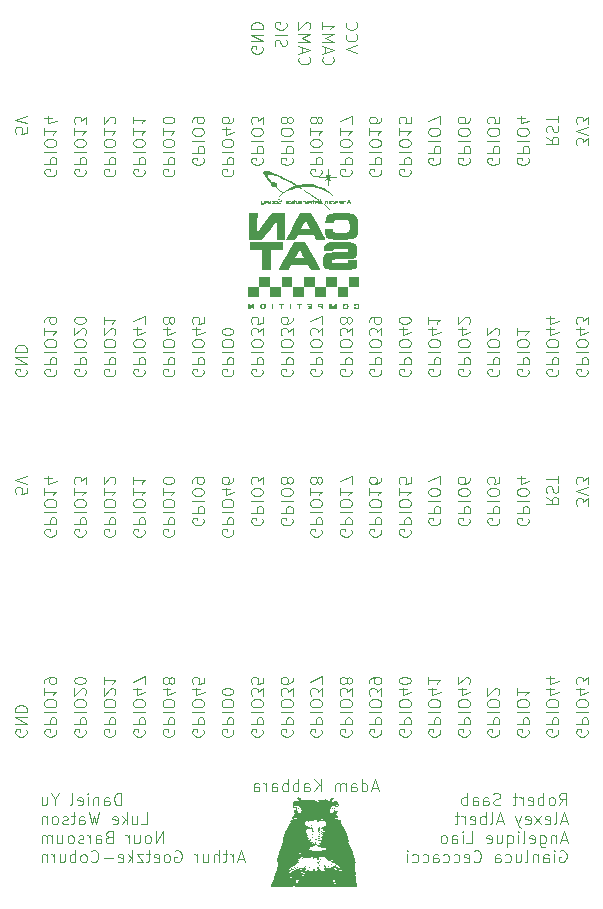
<source format=gbr>
%TF.GenerationSoftware,KiCad,Pcbnew,8.0.5*%
%TF.CreationDate,2025-03-06T00:50:31-05:00*%
%TF.ProjectId,CanSat_Camera_Board,43616e53-6174-45f4-9361-6d6572615f42,rev?*%
%TF.SameCoordinates,Original*%
%TF.FileFunction,Legend,Bot*%
%TF.FilePolarity,Positive*%
%FSLAX46Y46*%
G04 Gerber Fmt 4.6, Leading zero omitted, Abs format (unit mm)*
G04 Created by KiCad (PCBNEW 8.0.5) date 2025-03-06 00:50:31*
%MOMM*%
%LPD*%
G01*
G04 APERTURE LIST*
%ADD10C,0.100000*%
%ADD11C,0.000000*%
G04 APERTURE END LIST*
D10*
X143994961Y-96172306D02*
X144042580Y-96267544D01*
X144042580Y-96267544D02*
X144042580Y-96410401D01*
X144042580Y-96410401D02*
X143994961Y-96553258D01*
X143994961Y-96553258D02*
X143899723Y-96648496D01*
X143899723Y-96648496D02*
X143804485Y-96696115D01*
X143804485Y-96696115D02*
X143614009Y-96743734D01*
X143614009Y-96743734D02*
X143471152Y-96743734D01*
X143471152Y-96743734D02*
X143280676Y-96696115D01*
X143280676Y-96696115D02*
X143185438Y-96648496D01*
X143185438Y-96648496D02*
X143090200Y-96553258D01*
X143090200Y-96553258D02*
X143042580Y-96410401D01*
X143042580Y-96410401D02*
X143042580Y-96315163D01*
X143042580Y-96315163D02*
X143090200Y-96172306D01*
X143090200Y-96172306D02*
X143137819Y-96124687D01*
X143137819Y-96124687D02*
X143471152Y-96124687D01*
X143471152Y-96124687D02*
X143471152Y-96315163D01*
X143042580Y-95696115D02*
X144042580Y-95696115D01*
X144042580Y-95696115D02*
X144042580Y-95315163D01*
X144042580Y-95315163D02*
X143994961Y-95219925D01*
X143994961Y-95219925D02*
X143947342Y-95172306D01*
X143947342Y-95172306D02*
X143852104Y-95124687D01*
X143852104Y-95124687D02*
X143709247Y-95124687D01*
X143709247Y-95124687D02*
X143614009Y-95172306D01*
X143614009Y-95172306D02*
X143566390Y-95219925D01*
X143566390Y-95219925D02*
X143518771Y-95315163D01*
X143518771Y-95315163D02*
X143518771Y-95696115D01*
X143042580Y-94696115D02*
X144042580Y-94696115D01*
X144042580Y-94029449D02*
X144042580Y-93838973D01*
X144042580Y-93838973D02*
X143994961Y-93743735D01*
X143994961Y-93743735D02*
X143899723Y-93648497D01*
X143899723Y-93648497D02*
X143709247Y-93600878D01*
X143709247Y-93600878D02*
X143375914Y-93600878D01*
X143375914Y-93600878D02*
X143185438Y-93648497D01*
X143185438Y-93648497D02*
X143090200Y-93743735D01*
X143090200Y-93743735D02*
X143042580Y-93838973D01*
X143042580Y-93838973D02*
X143042580Y-94029449D01*
X143042580Y-94029449D02*
X143090200Y-94124687D01*
X143090200Y-94124687D02*
X143185438Y-94219925D01*
X143185438Y-94219925D02*
X143375914Y-94267544D01*
X143375914Y-94267544D02*
X143709247Y-94267544D01*
X143709247Y-94267544D02*
X143899723Y-94219925D01*
X143899723Y-94219925D02*
X143994961Y-94124687D01*
X143994961Y-94124687D02*
X144042580Y-94029449D01*
X144042580Y-92981830D02*
X144042580Y-92886592D01*
X144042580Y-92886592D02*
X143994961Y-92791354D01*
X143994961Y-92791354D02*
X143947342Y-92743735D01*
X143947342Y-92743735D02*
X143852104Y-92696116D01*
X143852104Y-92696116D02*
X143661628Y-92648497D01*
X143661628Y-92648497D02*
X143423533Y-92648497D01*
X143423533Y-92648497D02*
X143233057Y-92696116D01*
X143233057Y-92696116D02*
X143137819Y-92743735D01*
X143137819Y-92743735D02*
X143090200Y-92791354D01*
X143090200Y-92791354D02*
X143042580Y-92886592D01*
X143042580Y-92886592D02*
X143042580Y-92981830D01*
X143042580Y-92981830D02*
X143090200Y-93077068D01*
X143090200Y-93077068D02*
X143137819Y-93124687D01*
X143137819Y-93124687D02*
X143233057Y-93172306D01*
X143233057Y-93172306D02*
X143423533Y-93219925D01*
X143423533Y-93219925D02*
X143661628Y-93219925D01*
X143661628Y-93219925D02*
X143852104Y-93172306D01*
X143852104Y-93172306D02*
X143947342Y-93124687D01*
X143947342Y-93124687D02*
X143994961Y-93077068D01*
X143994961Y-93077068D02*
X144042580Y-92981830D01*
X166494961Y-126672306D02*
X166542580Y-126767544D01*
X166542580Y-126767544D02*
X166542580Y-126910401D01*
X166542580Y-126910401D02*
X166494961Y-127053258D01*
X166494961Y-127053258D02*
X166399723Y-127148496D01*
X166399723Y-127148496D02*
X166304485Y-127196115D01*
X166304485Y-127196115D02*
X166114009Y-127243734D01*
X166114009Y-127243734D02*
X165971152Y-127243734D01*
X165971152Y-127243734D02*
X165780676Y-127196115D01*
X165780676Y-127196115D02*
X165685438Y-127148496D01*
X165685438Y-127148496D02*
X165590200Y-127053258D01*
X165590200Y-127053258D02*
X165542580Y-126910401D01*
X165542580Y-126910401D02*
X165542580Y-126815163D01*
X165542580Y-126815163D02*
X165590200Y-126672306D01*
X165590200Y-126672306D02*
X165637819Y-126624687D01*
X165637819Y-126624687D02*
X165971152Y-126624687D01*
X165971152Y-126624687D02*
X165971152Y-126815163D01*
X165542580Y-126196115D02*
X166542580Y-126196115D01*
X166542580Y-126196115D02*
X166542580Y-125815163D01*
X166542580Y-125815163D02*
X166494961Y-125719925D01*
X166494961Y-125719925D02*
X166447342Y-125672306D01*
X166447342Y-125672306D02*
X166352104Y-125624687D01*
X166352104Y-125624687D02*
X166209247Y-125624687D01*
X166209247Y-125624687D02*
X166114009Y-125672306D01*
X166114009Y-125672306D02*
X166066390Y-125719925D01*
X166066390Y-125719925D02*
X166018771Y-125815163D01*
X166018771Y-125815163D02*
X166018771Y-126196115D01*
X165542580Y-125196115D02*
X166542580Y-125196115D01*
X166542580Y-124529449D02*
X166542580Y-124338973D01*
X166542580Y-124338973D02*
X166494961Y-124243735D01*
X166494961Y-124243735D02*
X166399723Y-124148497D01*
X166399723Y-124148497D02*
X166209247Y-124100878D01*
X166209247Y-124100878D02*
X165875914Y-124100878D01*
X165875914Y-124100878D02*
X165685438Y-124148497D01*
X165685438Y-124148497D02*
X165590200Y-124243735D01*
X165590200Y-124243735D02*
X165542580Y-124338973D01*
X165542580Y-124338973D02*
X165542580Y-124529449D01*
X165542580Y-124529449D02*
X165590200Y-124624687D01*
X165590200Y-124624687D02*
X165685438Y-124719925D01*
X165685438Y-124719925D02*
X165875914Y-124767544D01*
X165875914Y-124767544D02*
X166209247Y-124767544D01*
X166209247Y-124767544D02*
X166399723Y-124719925D01*
X166399723Y-124719925D02*
X166494961Y-124624687D01*
X166494961Y-124624687D02*
X166542580Y-124529449D01*
X166447342Y-123719925D02*
X166494961Y-123672306D01*
X166494961Y-123672306D02*
X166542580Y-123577068D01*
X166542580Y-123577068D02*
X166542580Y-123338973D01*
X166542580Y-123338973D02*
X166494961Y-123243735D01*
X166494961Y-123243735D02*
X166447342Y-123196116D01*
X166447342Y-123196116D02*
X166352104Y-123148497D01*
X166352104Y-123148497D02*
X166256866Y-123148497D01*
X166256866Y-123148497D02*
X166114009Y-123196116D01*
X166114009Y-123196116D02*
X165542580Y-123767544D01*
X165542580Y-123767544D02*
X165542580Y-123148497D01*
X153994961Y-126672306D02*
X154042580Y-126767544D01*
X154042580Y-126767544D02*
X154042580Y-126910401D01*
X154042580Y-126910401D02*
X153994961Y-127053258D01*
X153994961Y-127053258D02*
X153899723Y-127148496D01*
X153899723Y-127148496D02*
X153804485Y-127196115D01*
X153804485Y-127196115D02*
X153614009Y-127243734D01*
X153614009Y-127243734D02*
X153471152Y-127243734D01*
X153471152Y-127243734D02*
X153280676Y-127196115D01*
X153280676Y-127196115D02*
X153185438Y-127148496D01*
X153185438Y-127148496D02*
X153090200Y-127053258D01*
X153090200Y-127053258D02*
X153042580Y-126910401D01*
X153042580Y-126910401D02*
X153042580Y-126815163D01*
X153042580Y-126815163D02*
X153090200Y-126672306D01*
X153090200Y-126672306D02*
X153137819Y-126624687D01*
X153137819Y-126624687D02*
X153471152Y-126624687D01*
X153471152Y-126624687D02*
X153471152Y-126815163D01*
X153042580Y-126196115D02*
X154042580Y-126196115D01*
X154042580Y-126196115D02*
X154042580Y-125815163D01*
X154042580Y-125815163D02*
X153994961Y-125719925D01*
X153994961Y-125719925D02*
X153947342Y-125672306D01*
X153947342Y-125672306D02*
X153852104Y-125624687D01*
X153852104Y-125624687D02*
X153709247Y-125624687D01*
X153709247Y-125624687D02*
X153614009Y-125672306D01*
X153614009Y-125672306D02*
X153566390Y-125719925D01*
X153566390Y-125719925D02*
X153518771Y-125815163D01*
X153518771Y-125815163D02*
X153518771Y-126196115D01*
X153042580Y-125196115D02*
X154042580Y-125196115D01*
X154042580Y-124529449D02*
X154042580Y-124338973D01*
X154042580Y-124338973D02*
X153994961Y-124243735D01*
X153994961Y-124243735D02*
X153899723Y-124148497D01*
X153899723Y-124148497D02*
X153709247Y-124100878D01*
X153709247Y-124100878D02*
X153375914Y-124100878D01*
X153375914Y-124100878D02*
X153185438Y-124148497D01*
X153185438Y-124148497D02*
X153090200Y-124243735D01*
X153090200Y-124243735D02*
X153042580Y-124338973D01*
X153042580Y-124338973D02*
X153042580Y-124529449D01*
X153042580Y-124529449D02*
X153090200Y-124624687D01*
X153090200Y-124624687D02*
X153185438Y-124719925D01*
X153185438Y-124719925D02*
X153375914Y-124767544D01*
X153375914Y-124767544D02*
X153709247Y-124767544D01*
X153709247Y-124767544D02*
X153899723Y-124719925D01*
X153899723Y-124719925D02*
X153994961Y-124624687D01*
X153994961Y-124624687D02*
X154042580Y-124529449D01*
X154042580Y-123767544D02*
X154042580Y-123148497D01*
X154042580Y-123148497D02*
X153661628Y-123481830D01*
X153661628Y-123481830D02*
X153661628Y-123338973D01*
X153661628Y-123338973D02*
X153614009Y-123243735D01*
X153614009Y-123243735D02*
X153566390Y-123196116D01*
X153566390Y-123196116D02*
X153471152Y-123148497D01*
X153471152Y-123148497D02*
X153233057Y-123148497D01*
X153233057Y-123148497D02*
X153137819Y-123196116D01*
X153137819Y-123196116D02*
X153090200Y-123243735D01*
X153090200Y-123243735D02*
X153042580Y-123338973D01*
X153042580Y-123338973D02*
X153042580Y-123624687D01*
X153042580Y-123624687D02*
X153090200Y-123719925D01*
X153090200Y-123719925D02*
X153137819Y-123767544D01*
X153614009Y-122577068D02*
X153661628Y-122672306D01*
X153661628Y-122672306D02*
X153709247Y-122719925D01*
X153709247Y-122719925D02*
X153804485Y-122767544D01*
X153804485Y-122767544D02*
X153852104Y-122767544D01*
X153852104Y-122767544D02*
X153947342Y-122719925D01*
X153947342Y-122719925D02*
X153994961Y-122672306D01*
X153994961Y-122672306D02*
X154042580Y-122577068D01*
X154042580Y-122577068D02*
X154042580Y-122386592D01*
X154042580Y-122386592D02*
X153994961Y-122291354D01*
X153994961Y-122291354D02*
X153947342Y-122243735D01*
X153947342Y-122243735D02*
X153852104Y-122196116D01*
X153852104Y-122196116D02*
X153804485Y-122196116D01*
X153804485Y-122196116D02*
X153709247Y-122243735D01*
X153709247Y-122243735D02*
X153661628Y-122291354D01*
X153661628Y-122291354D02*
X153614009Y-122386592D01*
X153614009Y-122386592D02*
X153614009Y-122577068D01*
X153614009Y-122577068D02*
X153566390Y-122672306D01*
X153566390Y-122672306D02*
X153518771Y-122719925D01*
X153518771Y-122719925D02*
X153423533Y-122767544D01*
X153423533Y-122767544D02*
X153233057Y-122767544D01*
X153233057Y-122767544D02*
X153137819Y-122719925D01*
X153137819Y-122719925D02*
X153090200Y-122672306D01*
X153090200Y-122672306D02*
X153042580Y-122577068D01*
X153042580Y-122577068D02*
X153042580Y-122386592D01*
X153042580Y-122386592D02*
X153090200Y-122291354D01*
X153090200Y-122291354D02*
X153137819Y-122243735D01*
X153137819Y-122243735D02*
X153233057Y-122196116D01*
X153233057Y-122196116D02*
X153423533Y-122196116D01*
X153423533Y-122196116D02*
X153518771Y-122243735D01*
X153518771Y-122243735D02*
X153566390Y-122291354D01*
X153566390Y-122291354D02*
X153614009Y-122386592D01*
X174042580Y-77184836D02*
X174042580Y-76565789D01*
X174042580Y-76565789D02*
X173661628Y-76899122D01*
X173661628Y-76899122D02*
X173661628Y-76756265D01*
X173661628Y-76756265D02*
X173614009Y-76661027D01*
X173614009Y-76661027D02*
X173566390Y-76613408D01*
X173566390Y-76613408D02*
X173471152Y-76565789D01*
X173471152Y-76565789D02*
X173233057Y-76565789D01*
X173233057Y-76565789D02*
X173137819Y-76613408D01*
X173137819Y-76613408D02*
X173090200Y-76661027D01*
X173090200Y-76661027D02*
X173042580Y-76756265D01*
X173042580Y-76756265D02*
X173042580Y-77041979D01*
X173042580Y-77041979D02*
X173090200Y-77137217D01*
X173090200Y-77137217D02*
X173137819Y-77184836D01*
X174042580Y-76280074D02*
X173042580Y-75946741D01*
X173042580Y-75946741D02*
X174042580Y-75613408D01*
X174042580Y-75375312D02*
X174042580Y-74756265D01*
X174042580Y-74756265D02*
X173661628Y-75089598D01*
X173661628Y-75089598D02*
X173661628Y-74946741D01*
X173661628Y-74946741D02*
X173614009Y-74851503D01*
X173614009Y-74851503D02*
X173566390Y-74803884D01*
X173566390Y-74803884D02*
X173471152Y-74756265D01*
X173471152Y-74756265D02*
X173233057Y-74756265D01*
X173233057Y-74756265D02*
X173137819Y-74803884D01*
X173137819Y-74803884D02*
X173090200Y-74851503D01*
X173090200Y-74851503D02*
X173042580Y-74946741D01*
X173042580Y-74946741D02*
X173042580Y-75232455D01*
X173042580Y-75232455D02*
X173090200Y-75327693D01*
X173090200Y-75327693D02*
X173137819Y-75375312D01*
X128994961Y-79232455D02*
X129042580Y-79327693D01*
X129042580Y-79327693D02*
X129042580Y-79470550D01*
X129042580Y-79470550D02*
X128994961Y-79613407D01*
X128994961Y-79613407D02*
X128899723Y-79708645D01*
X128899723Y-79708645D02*
X128804485Y-79756264D01*
X128804485Y-79756264D02*
X128614009Y-79803883D01*
X128614009Y-79803883D02*
X128471152Y-79803883D01*
X128471152Y-79803883D02*
X128280676Y-79756264D01*
X128280676Y-79756264D02*
X128185438Y-79708645D01*
X128185438Y-79708645D02*
X128090200Y-79613407D01*
X128090200Y-79613407D02*
X128042580Y-79470550D01*
X128042580Y-79470550D02*
X128042580Y-79375312D01*
X128042580Y-79375312D02*
X128090200Y-79232455D01*
X128090200Y-79232455D02*
X128137819Y-79184836D01*
X128137819Y-79184836D02*
X128471152Y-79184836D01*
X128471152Y-79184836D02*
X128471152Y-79375312D01*
X128042580Y-78756264D02*
X129042580Y-78756264D01*
X129042580Y-78756264D02*
X129042580Y-78375312D01*
X129042580Y-78375312D02*
X128994961Y-78280074D01*
X128994961Y-78280074D02*
X128947342Y-78232455D01*
X128947342Y-78232455D02*
X128852104Y-78184836D01*
X128852104Y-78184836D02*
X128709247Y-78184836D01*
X128709247Y-78184836D02*
X128614009Y-78232455D01*
X128614009Y-78232455D02*
X128566390Y-78280074D01*
X128566390Y-78280074D02*
X128518771Y-78375312D01*
X128518771Y-78375312D02*
X128518771Y-78756264D01*
X128042580Y-77756264D02*
X129042580Y-77756264D01*
X129042580Y-77089598D02*
X129042580Y-76899122D01*
X129042580Y-76899122D02*
X128994961Y-76803884D01*
X128994961Y-76803884D02*
X128899723Y-76708646D01*
X128899723Y-76708646D02*
X128709247Y-76661027D01*
X128709247Y-76661027D02*
X128375914Y-76661027D01*
X128375914Y-76661027D02*
X128185438Y-76708646D01*
X128185438Y-76708646D02*
X128090200Y-76803884D01*
X128090200Y-76803884D02*
X128042580Y-76899122D01*
X128042580Y-76899122D02*
X128042580Y-77089598D01*
X128042580Y-77089598D02*
X128090200Y-77184836D01*
X128090200Y-77184836D02*
X128185438Y-77280074D01*
X128185438Y-77280074D02*
X128375914Y-77327693D01*
X128375914Y-77327693D02*
X128709247Y-77327693D01*
X128709247Y-77327693D02*
X128899723Y-77280074D01*
X128899723Y-77280074D02*
X128994961Y-77184836D01*
X128994961Y-77184836D02*
X129042580Y-77089598D01*
X128042580Y-75708646D02*
X128042580Y-76280074D01*
X128042580Y-75994360D02*
X129042580Y-75994360D01*
X129042580Y-75994360D02*
X128899723Y-76089598D01*
X128899723Y-76089598D02*
X128804485Y-76184836D01*
X128804485Y-76184836D02*
X128756866Y-76280074D01*
X128709247Y-74851503D02*
X128042580Y-74851503D01*
X129090200Y-75089598D02*
X128375914Y-75327693D01*
X128375914Y-75327693D02*
X128375914Y-74708646D01*
X148994961Y-126672306D02*
X149042580Y-126767544D01*
X149042580Y-126767544D02*
X149042580Y-126910401D01*
X149042580Y-126910401D02*
X148994961Y-127053258D01*
X148994961Y-127053258D02*
X148899723Y-127148496D01*
X148899723Y-127148496D02*
X148804485Y-127196115D01*
X148804485Y-127196115D02*
X148614009Y-127243734D01*
X148614009Y-127243734D02*
X148471152Y-127243734D01*
X148471152Y-127243734D02*
X148280676Y-127196115D01*
X148280676Y-127196115D02*
X148185438Y-127148496D01*
X148185438Y-127148496D02*
X148090200Y-127053258D01*
X148090200Y-127053258D02*
X148042580Y-126910401D01*
X148042580Y-126910401D02*
X148042580Y-126815163D01*
X148042580Y-126815163D02*
X148090200Y-126672306D01*
X148090200Y-126672306D02*
X148137819Y-126624687D01*
X148137819Y-126624687D02*
X148471152Y-126624687D01*
X148471152Y-126624687D02*
X148471152Y-126815163D01*
X148042580Y-126196115D02*
X149042580Y-126196115D01*
X149042580Y-126196115D02*
X149042580Y-125815163D01*
X149042580Y-125815163D02*
X148994961Y-125719925D01*
X148994961Y-125719925D02*
X148947342Y-125672306D01*
X148947342Y-125672306D02*
X148852104Y-125624687D01*
X148852104Y-125624687D02*
X148709247Y-125624687D01*
X148709247Y-125624687D02*
X148614009Y-125672306D01*
X148614009Y-125672306D02*
X148566390Y-125719925D01*
X148566390Y-125719925D02*
X148518771Y-125815163D01*
X148518771Y-125815163D02*
X148518771Y-126196115D01*
X148042580Y-125196115D02*
X149042580Y-125196115D01*
X149042580Y-124529449D02*
X149042580Y-124338973D01*
X149042580Y-124338973D02*
X148994961Y-124243735D01*
X148994961Y-124243735D02*
X148899723Y-124148497D01*
X148899723Y-124148497D02*
X148709247Y-124100878D01*
X148709247Y-124100878D02*
X148375914Y-124100878D01*
X148375914Y-124100878D02*
X148185438Y-124148497D01*
X148185438Y-124148497D02*
X148090200Y-124243735D01*
X148090200Y-124243735D02*
X148042580Y-124338973D01*
X148042580Y-124338973D02*
X148042580Y-124529449D01*
X148042580Y-124529449D02*
X148090200Y-124624687D01*
X148090200Y-124624687D02*
X148185438Y-124719925D01*
X148185438Y-124719925D02*
X148375914Y-124767544D01*
X148375914Y-124767544D02*
X148709247Y-124767544D01*
X148709247Y-124767544D02*
X148899723Y-124719925D01*
X148899723Y-124719925D02*
X148994961Y-124624687D01*
X148994961Y-124624687D02*
X149042580Y-124529449D01*
X149042580Y-123767544D02*
X149042580Y-123148497D01*
X149042580Y-123148497D02*
X148661628Y-123481830D01*
X148661628Y-123481830D02*
X148661628Y-123338973D01*
X148661628Y-123338973D02*
X148614009Y-123243735D01*
X148614009Y-123243735D02*
X148566390Y-123196116D01*
X148566390Y-123196116D02*
X148471152Y-123148497D01*
X148471152Y-123148497D02*
X148233057Y-123148497D01*
X148233057Y-123148497D02*
X148137819Y-123196116D01*
X148137819Y-123196116D02*
X148090200Y-123243735D01*
X148090200Y-123243735D02*
X148042580Y-123338973D01*
X148042580Y-123338973D02*
X148042580Y-123624687D01*
X148042580Y-123624687D02*
X148090200Y-123719925D01*
X148090200Y-123719925D02*
X148137819Y-123767544D01*
X149042580Y-122291354D02*
X149042580Y-122481830D01*
X149042580Y-122481830D02*
X148994961Y-122577068D01*
X148994961Y-122577068D02*
X148947342Y-122624687D01*
X148947342Y-122624687D02*
X148804485Y-122719925D01*
X148804485Y-122719925D02*
X148614009Y-122767544D01*
X148614009Y-122767544D02*
X148233057Y-122767544D01*
X148233057Y-122767544D02*
X148137819Y-122719925D01*
X148137819Y-122719925D02*
X148090200Y-122672306D01*
X148090200Y-122672306D02*
X148042580Y-122577068D01*
X148042580Y-122577068D02*
X148042580Y-122386592D01*
X148042580Y-122386592D02*
X148090200Y-122291354D01*
X148090200Y-122291354D02*
X148137819Y-122243735D01*
X148137819Y-122243735D02*
X148233057Y-122196116D01*
X148233057Y-122196116D02*
X148471152Y-122196116D01*
X148471152Y-122196116D02*
X148566390Y-122243735D01*
X148566390Y-122243735D02*
X148614009Y-122291354D01*
X148614009Y-122291354D02*
X148661628Y-122386592D01*
X148661628Y-122386592D02*
X148661628Y-122577068D01*
X148661628Y-122577068D02*
X148614009Y-122672306D01*
X148614009Y-122672306D02*
X148566390Y-122719925D01*
X148566390Y-122719925D02*
X148471152Y-122767544D01*
X173994961Y-126672306D02*
X174042580Y-126767544D01*
X174042580Y-126767544D02*
X174042580Y-126910401D01*
X174042580Y-126910401D02*
X173994961Y-127053258D01*
X173994961Y-127053258D02*
X173899723Y-127148496D01*
X173899723Y-127148496D02*
X173804485Y-127196115D01*
X173804485Y-127196115D02*
X173614009Y-127243734D01*
X173614009Y-127243734D02*
X173471152Y-127243734D01*
X173471152Y-127243734D02*
X173280676Y-127196115D01*
X173280676Y-127196115D02*
X173185438Y-127148496D01*
X173185438Y-127148496D02*
X173090200Y-127053258D01*
X173090200Y-127053258D02*
X173042580Y-126910401D01*
X173042580Y-126910401D02*
X173042580Y-126815163D01*
X173042580Y-126815163D02*
X173090200Y-126672306D01*
X173090200Y-126672306D02*
X173137819Y-126624687D01*
X173137819Y-126624687D02*
X173471152Y-126624687D01*
X173471152Y-126624687D02*
X173471152Y-126815163D01*
X173042580Y-126196115D02*
X174042580Y-126196115D01*
X174042580Y-126196115D02*
X174042580Y-125815163D01*
X174042580Y-125815163D02*
X173994961Y-125719925D01*
X173994961Y-125719925D02*
X173947342Y-125672306D01*
X173947342Y-125672306D02*
X173852104Y-125624687D01*
X173852104Y-125624687D02*
X173709247Y-125624687D01*
X173709247Y-125624687D02*
X173614009Y-125672306D01*
X173614009Y-125672306D02*
X173566390Y-125719925D01*
X173566390Y-125719925D02*
X173518771Y-125815163D01*
X173518771Y-125815163D02*
X173518771Y-126196115D01*
X173042580Y-125196115D02*
X174042580Y-125196115D01*
X174042580Y-124529449D02*
X174042580Y-124338973D01*
X174042580Y-124338973D02*
X173994961Y-124243735D01*
X173994961Y-124243735D02*
X173899723Y-124148497D01*
X173899723Y-124148497D02*
X173709247Y-124100878D01*
X173709247Y-124100878D02*
X173375914Y-124100878D01*
X173375914Y-124100878D02*
X173185438Y-124148497D01*
X173185438Y-124148497D02*
X173090200Y-124243735D01*
X173090200Y-124243735D02*
X173042580Y-124338973D01*
X173042580Y-124338973D02*
X173042580Y-124529449D01*
X173042580Y-124529449D02*
X173090200Y-124624687D01*
X173090200Y-124624687D02*
X173185438Y-124719925D01*
X173185438Y-124719925D02*
X173375914Y-124767544D01*
X173375914Y-124767544D02*
X173709247Y-124767544D01*
X173709247Y-124767544D02*
X173899723Y-124719925D01*
X173899723Y-124719925D02*
X173994961Y-124624687D01*
X173994961Y-124624687D02*
X174042580Y-124529449D01*
X173709247Y-123243735D02*
X173042580Y-123243735D01*
X174090200Y-123481830D02*
X173375914Y-123719925D01*
X173375914Y-123719925D02*
X173375914Y-123100878D01*
X174042580Y-122815163D02*
X174042580Y-122196116D01*
X174042580Y-122196116D02*
X173661628Y-122529449D01*
X173661628Y-122529449D02*
X173661628Y-122386592D01*
X173661628Y-122386592D02*
X173614009Y-122291354D01*
X173614009Y-122291354D02*
X173566390Y-122243735D01*
X173566390Y-122243735D02*
X173471152Y-122196116D01*
X173471152Y-122196116D02*
X173233057Y-122196116D01*
X173233057Y-122196116D02*
X173137819Y-122243735D01*
X173137819Y-122243735D02*
X173090200Y-122291354D01*
X173090200Y-122291354D02*
X173042580Y-122386592D01*
X173042580Y-122386592D02*
X173042580Y-122672306D01*
X173042580Y-122672306D02*
X173090200Y-122767544D01*
X173090200Y-122767544D02*
X173137819Y-122815163D01*
X156494961Y-96172306D02*
X156542580Y-96267544D01*
X156542580Y-96267544D02*
X156542580Y-96410401D01*
X156542580Y-96410401D02*
X156494961Y-96553258D01*
X156494961Y-96553258D02*
X156399723Y-96648496D01*
X156399723Y-96648496D02*
X156304485Y-96696115D01*
X156304485Y-96696115D02*
X156114009Y-96743734D01*
X156114009Y-96743734D02*
X155971152Y-96743734D01*
X155971152Y-96743734D02*
X155780676Y-96696115D01*
X155780676Y-96696115D02*
X155685438Y-96648496D01*
X155685438Y-96648496D02*
X155590200Y-96553258D01*
X155590200Y-96553258D02*
X155542580Y-96410401D01*
X155542580Y-96410401D02*
X155542580Y-96315163D01*
X155542580Y-96315163D02*
X155590200Y-96172306D01*
X155590200Y-96172306D02*
X155637819Y-96124687D01*
X155637819Y-96124687D02*
X155971152Y-96124687D01*
X155971152Y-96124687D02*
X155971152Y-96315163D01*
X155542580Y-95696115D02*
X156542580Y-95696115D01*
X156542580Y-95696115D02*
X156542580Y-95315163D01*
X156542580Y-95315163D02*
X156494961Y-95219925D01*
X156494961Y-95219925D02*
X156447342Y-95172306D01*
X156447342Y-95172306D02*
X156352104Y-95124687D01*
X156352104Y-95124687D02*
X156209247Y-95124687D01*
X156209247Y-95124687D02*
X156114009Y-95172306D01*
X156114009Y-95172306D02*
X156066390Y-95219925D01*
X156066390Y-95219925D02*
X156018771Y-95315163D01*
X156018771Y-95315163D02*
X156018771Y-95696115D01*
X155542580Y-94696115D02*
X156542580Y-94696115D01*
X156542580Y-94029449D02*
X156542580Y-93838973D01*
X156542580Y-93838973D02*
X156494961Y-93743735D01*
X156494961Y-93743735D02*
X156399723Y-93648497D01*
X156399723Y-93648497D02*
X156209247Y-93600878D01*
X156209247Y-93600878D02*
X155875914Y-93600878D01*
X155875914Y-93600878D02*
X155685438Y-93648497D01*
X155685438Y-93648497D02*
X155590200Y-93743735D01*
X155590200Y-93743735D02*
X155542580Y-93838973D01*
X155542580Y-93838973D02*
X155542580Y-94029449D01*
X155542580Y-94029449D02*
X155590200Y-94124687D01*
X155590200Y-94124687D02*
X155685438Y-94219925D01*
X155685438Y-94219925D02*
X155875914Y-94267544D01*
X155875914Y-94267544D02*
X156209247Y-94267544D01*
X156209247Y-94267544D02*
X156399723Y-94219925D01*
X156399723Y-94219925D02*
X156494961Y-94124687D01*
X156494961Y-94124687D02*
X156542580Y-94029449D01*
X156542580Y-93267544D02*
X156542580Y-92648497D01*
X156542580Y-92648497D02*
X156161628Y-92981830D01*
X156161628Y-92981830D02*
X156161628Y-92838973D01*
X156161628Y-92838973D02*
X156114009Y-92743735D01*
X156114009Y-92743735D02*
X156066390Y-92696116D01*
X156066390Y-92696116D02*
X155971152Y-92648497D01*
X155971152Y-92648497D02*
X155733057Y-92648497D01*
X155733057Y-92648497D02*
X155637819Y-92696116D01*
X155637819Y-92696116D02*
X155590200Y-92743735D01*
X155590200Y-92743735D02*
X155542580Y-92838973D01*
X155542580Y-92838973D02*
X155542580Y-93124687D01*
X155542580Y-93124687D02*
X155590200Y-93219925D01*
X155590200Y-93219925D02*
X155637819Y-93267544D01*
X155542580Y-92172306D02*
X155542580Y-91981830D01*
X155542580Y-91981830D02*
X155590200Y-91886592D01*
X155590200Y-91886592D02*
X155637819Y-91838973D01*
X155637819Y-91838973D02*
X155780676Y-91743735D01*
X155780676Y-91743735D02*
X155971152Y-91696116D01*
X155971152Y-91696116D02*
X156352104Y-91696116D01*
X156352104Y-91696116D02*
X156447342Y-91743735D01*
X156447342Y-91743735D02*
X156494961Y-91791354D01*
X156494961Y-91791354D02*
X156542580Y-91886592D01*
X156542580Y-91886592D02*
X156542580Y-92077068D01*
X156542580Y-92077068D02*
X156494961Y-92172306D01*
X156494961Y-92172306D02*
X156447342Y-92219925D01*
X156447342Y-92219925D02*
X156352104Y-92267544D01*
X156352104Y-92267544D02*
X156114009Y-92267544D01*
X156114009Y-92267544D02*
X156018771Y-92219925D01*
X156018771Y-92219925D02*
X155971152Y-92172306D01*
X155971152Y-92172306D02*
X155923533Y-92077068D01*
X155923533Y-92077068D02*
X155923533Y-91886592D01*
X155923533Y-91886592D02*
X155971152Y-91791354D01*
X155971152Y-91791354D02*
X156018771Y-91743735D01*
X156018771Y-91743735D02*
X156114009Y-91696116D01*
X146494961Y-78280074D02*
X146542580Y-78375312D01*
X146542580Y-78375312D02*
X146542580Y-78518169D01*
X146542580Y-78518169D02*
X146494961Y-78661026D01*
X146494961Y-78661026D02*
X146399723Y-78756264D01*
X146399723Y-78756264D02*
X146304485Y-78803883D01*
X146304485Y-78803883D02*
X146114009Y-78851502D01*
X146114009Y-78851502D02*
X145971152Y-78851502D01*
X145971152Y-78851502D02*
X145780676Y-78803883D01*
X145780676Y-78803883D02*
X145685438Y-78756264D01*
X145685438Y-78756264D02*
X145590200Y-78661026D01*
X145590200Y-78661026D02*
X145542580Y-78518169D01*
X145542580Y-78518169D02*
X145542580Y-78422931D01*
X145542580Y-78422931D02*
X145590200Y-78280074D01*
X145590200Y-78280074D02*
X145637819Y-78232455D01*
X145637819Y-78232455D02*
X145971152Y-78232455D01*
X145971152Y-78232455D02*
X145971152Y-78422931D01*
X145542580Y-77803883D02*
X146542580Y-77803883D01*
X146542580Y-77803883D02*
X146542580Y-77422931D01*
X146542580Y-77422931D02*
X146494961Y-77327693D01*
X146494961Y-77327693D02*
X146447342Y-77280074D01*
X146447342Y-77280074D02*
X146352104Y-77232455D01*
X146352104Y-77232455D02*
X146209247Y-77232455D01*
X146209247Y-77232455D02*
X146114009Y-77280074D01*
X146114009Y-77280074D02*
X146066390Y-77327693D01*
X146066390Y-77327693D02*
X146018771Y-77422931D01*
X146018771Y-77422931D02*
X146018771Y-77803883D01*
X145542580Y-76803883D02*
X146542580Y-76803883D01*
X146542580Y-76137217D02*
X146542580Y-75946741D01*
X146542580Y-75946741D02*
X146494961Y-75851503D01*
X146494961Y-75851503D02*
X146399723Y-75756265D01*
X146399723Y-75756265D02*
X146209247Y-75708646D01*
X146209247Y-75708646D02*
X145875914Y-75708646D01*
X145875914Y-75708646D02*
X145685438Y-75756265D01*
X145685438Y-75756265D02*
X145590200Y-75851503D01*
X145590200Y-75851503D02*
X145542580Y-75946741D01*
X145542580Y-75946741D02*
X145542580Y-76137217D01*
X145542580Y-76137217D02*
X145590200Y-76232455D01*
X145590200Y-76232455D02*
X145685438Y-76327693D01*
X145685438Y-76327693D02*
X145875914Y-76375312D01*
X145875914Y-76375312D02*
X146209247Y-76375312D01*
X146209247Y-76375312D02*
X146399723Y-76327693D01*
X146399723Y-76327693D02*
X146494961Y-76232455D01*
X146494961Y-76232455D02*
X146542580Y-76137217D01*
X146542580Y-75375312D02*
X146542580Y-74756265D01*
X146542580Y-74756265D02*
X146161628Y-75089598D01*
X146161628Y-75089598D02*
X146161628Y-74946741D01*
X146161628Y-74946741D02*
X146114009Y-74851503D01*
X146114009Y-74851503D02*
X146066390Y-74803884D01*
X146066390Y-74803884D02*
X145971152Y-74756265D01*
X145971152Y-74756265D02*
X145733057Y-74756265D01*
X145733057Y-74756265D02*
X145637819Y-74803884D01*
X145637819Y-74803884D02*
X145590200Y-74851503D01*
X145590200Y-74851503D02*
X145542580Y-74946741D01*
X145542580Y-74946741D02*
X145542580Y-75232455D01*
X145542580Y-75232455D02*
X145590200Y-75327693D01*
X145590200Y-75327693D02*
X145637819Y-75375312D01*
X154542580Y-69327693D02*
X153542580Y-68994360D01*
X153542580Y-68994360D02*
X154542580Y-68661027D01*
X153637819Y-67756265D02*
X153590200Y-67803884D01*
X153590200Y-67803884D02*
X153542580Y-67946741D01*
X153542580Y-67946741D02*
X153542580Y-68041979D01*
X153542580Y-68041979D02*
X153590200Y-68184836D01*
X153590200Y-68184836D02*
X153685438Y-68280074D01*
X153685438Y-68280074D02*
X153780676Y-68327693D01*
X153780676Y-68327693D02*
X153971152Y-68375312D01*
X153971152Y-68375312D02*
X154114009Y-68375312D01*
X154114009Y-68375312D02*
X154304485Y-68327693D01*
X154304485Y-68327693D02*
X154399723Y-68280074D01*
X154399723Y-68280074D02*
X154494961Y-68184836D01*
X154494961Y-68184836D02*
X154542580Y-68041979D01*
X154542580Y-68041979D02*
X154542580Y-67946741D01*
X154542580Y-67946741D02*
X154494961Y-67803884D01*
X154494961Y-67803884D02*
X154447342Y-67756265D01*
X153637819Y-66756265D02*
X153590200Y-66803884D01*
X153590200Y-66803884D02*
X153542580Y-66946741D01*
X153542580Y-66946741D02*
X153542580Y-67041979D01*
X153542580Y-67041979D02*
X153590200Y-67184836D01*
X153590200Y-67184836D02*
X153685438Y-67280074D01*
X153685438Y-67280074D02*
X153780676Y-67327693D01*
X153780676Y-67327693D02*
X153971152Y-67375312D01*
X153971152Y-67375312D02*
X154114009Y-67375312D01*
X154114009Y-67375312D02*
X154304485Y-67327693D01*
X154304485Y-67327693D02*
X154399723Y-67280074D01*
X154399723Y-67280074D02*
X154494961Y-67184836D01*
X154494961Y-67184836D02*
X154542580Y-67041979D01*
X154542580Y-67041979D02*
X154542580Y-66946741D01*
X154542580Y-66946741D02*
X154494961Y-66803884D01*
X154494961Y-66803884D02*
X154447342Y-66756265D01*
X148994961Y-78280074D02*
X149042580Y-78375312D01*
X149042580Y-78375312D02*
X149042580Y-78518169D01*
X149042580Y-78518169D02*
X148994961Y-78661026D01*
X148994961Y-78661026D02*
X148899723Y-78756264D01*
X148899723Y-78756264D02*
X148804485Y-78803883D01*
X148804485Y-78803883D02*
X148614009Y-78851502D01*
X148614009Y-78851502D02*
X148471152Y-78851502D01*
X148471152Y-78851502D02*
X148280676Y-78803883D01*
X148280676Y-78803883D02*
X148185438Y-78756264D01*
X148185438Y-78756264D02*
X148090200Y-78661026D01*
X148090200Y-78661026D02*
X148042580Y-78518169D01*
X148042580Y-78518169D02*
X148042580Y-78422931D01*
X148042580Y-78422931D02*
X148090200Y-78280074D01*
X148090200Y-78280074D02*
X148137819Y-78232455D01*
X148137819Y-78232455D02*
X148471152Y-78232455D01*
X148471152Y-78232455D02*
X148471152Y-78422931D01*
X148042580Y-77803883D02*
X149042580Y-77803883D01*
X149042580Y-77803883D02*
X149042580Y-77422931D01*
X149042580Y-77422931D02*
X148994961Y-77327693D01*
X148994961Y-77327693D02*
X148947342Y-77280074D01*
X148947342Y-77280074D02*
X148852104Y-77232455D01*
X148852104Y-77232455D02*
X148709247Y-77232455D01*
X148709247Y-77232455D02*
X148614009Y-77280074D01*
X148614009Y-77280074D02*
X148566390Y-77327693D01*
X148566390Y-77327693D02*
X148518771Y-77422931D01*
X148518771Y-77422931D02*
X148518771Y-77803883D01*
X148042580Y-76803883D02*
X149042580Y-76803883D01*
X149042580Y-76137217D02*
X149042580Y-75946741D01*
X149042580Y-75946741D02*
X148994961Y-75851503D01*
X148994961Y-75851503D02*
X148899723Y-75756265D01*
X148899723Y-75756265D02*
X148709247Y-75708646D01*
X148709247Y-75708646D02*
X148375914Y-75708646D01*
X148375914Y-75708646D02*
X148185438Y-75756265D01*
X148185438Y-75756265D02*
X148090200Y-75851503D01*
X148090200Y-75851503D02*
X148042580Y-75946741D01*
X148042580Y-75946741D02*
X148042580Y-76137217D01*
X148042580Y-76137217D02*
X148090200Y-76232455D01*
X148090200Y-76232455D02*
X148185438Y-76327693D01*
X148185438Y-76327693D02*
X148375914Y-76375312D01*
X148375914Y-76375312D02*
X148709247Y-76375312D01*
X148709247Y-76375312D02*
X148899723Y-76327693D01*
X148899723Y-76327693D02*
X148994961Y-76232455D01*
X148994961Y-76232455D02*
X149042580Y-76137217D01*
X148614009Y-75137217D02*
X148661628Y-75232455D01*
X148661628Y-75232455D02*
X148709247Y-75280074D01*
X148709247Y-75280074D02*
X148804485Y-75327693D01*
X148804485Y-75327693D02*
X148852104Y-75327693D01*
X148852104Y-75327693D02*
X148947342Y-75280074D01*
X148947342Y-75280074D02*
X148994961Y-75232455D01*
X148994961Y-75232455D02*
X149042580Y-75137217D01*
X149042580Y-75137217D02*
X149042580Y-74946741D01*
X149042580Y-74946741D02*
X148994961Y-74851503D01*
X148994961Y-74851503D02*
X148947342Y-74803884D01*
X148947342Y-74803884D02*
X148852104Y-74756265D01*
X148852104Y-74756265D02*
X148804485Y-74756265D01*
X148804485Y-74756265D02*
X148709247Y-74803884D01*
X148709247Y-74803884D02*
X148661628Y-74851503D01*
X148661628Y-74851503D02*
X148614009Y-74946741D01*
X148614009Y-74946741D02*
X148614009Y-75137217D01*
X148614009Y-75137217D02*
X148566390Y-75232455D01*
X148566390Y-75232455D02*
X148518771Y-75280074D01*
X148518771Y-75280074D02*
X148423533Y-75327693D01*
X148423533Y-75327693D02*
X148233057Y-75327693D01*
X148233057Y-75327693D02*
X148137819Y-75280074D01*
X148137819Y-75280074D02*
X148090200Y-75232455D01*
X148090200Y-75232455D02*
X148042580Y-75137217D01*
X148042580Y-75137217D02*
X148042580Y-74946741D01*
X148042580Y-74946741D02*
X148090200Y-74851503D01*
X148090200Y-74851503D02*
X148137819Y-74803884D01*
X148137819Y-74803884D02*
X148233057Y-74756265D01*
X148233057Y-74756265D02*
X148423533Y-74756265D01*
X148423533Y-74756265D02*
X148518771Y-74803884D01*
X148518771Y-74803884D02*
X148566390Y-74851503D01*
X148566390Y-74851503D02*
X148614009Y-74946741D01*
X171494961Y-96172306D02*
X171542580Y-96267544D01*
X171542580Y-96267544D02*
X171542580Y-96410401D01*
X171542580Y-96410401D02*
X171494961Y-96553258D01*
X171494961Y-96553258D02*
X171399723Y-96648496D01*
X171399723Y-96648496D02*
X171304485Y-96696115D01*
X171304485Y-96696115D02*
X171114009Y-96743734D01*
X171114009Y-96743734D02*
X170971152Y-96743734D01*
X170971152Y-96743734D02*
X170780676Y-96696115D01*
X170780676Y-96696115D02*
X170685438Y-96648496D01*
X170685438Y-96648496D02*
X170590200Y-96553258D01*
X170590200Y-96553258D02*
X170542580Y-96410401D01*
X170542580Y-96410401D02*
X170542580Y-96315163D01*
X170542580Y-96315163D02*
X170590200Y-96172306D01*
X170590200Y-96172306D02*
X170637819Y-96124687D01*
X170637819Y-96124687D02*
X170971152Y-96124687D01*
X170971152Y-96124687D02*
X170971152Y-96315163D01*
X170542580Y-95696115D02*
X171542580Y-95696115D01*
X171542580Y-95696115D02*
X171542580Y-95315163D01*
X171542580Y-95315163D02*
X171494961Y-95219925D01*
X171494961Y-95219925D02*
X171447342Y-95172306D01*
X171447342Y-95172306D02*
X171352104Y-95124687D01*
X171352104Y-95124687D02*
X171209247Y-95124687D01*
X171209247Y-95124687D02*
X171114009Y-95172306D01*
X171114009Y-95172306D02*
X171066390Y-95219925D01*
X171066390Y-95219925D02*
X171018771Y-95315163D01*
X171018771Y-95315163D02*
X171018771Y-95696115D01*
X170542580Y-94696115D02*
X171542580Y-94696115D01*
X171542580Y-94029449D02*
X171542580Y-93838973D01*
X171542580Y-93838973D02*
X171494961Y-93743735D01*
X171494961Y-93743735D02*
X171399723Y-93648497D01*
X171399723Y-93648497D02*
X171209247Y-93600878D01*
X171209247Y-93600878D02*
X170875914Y-93600878D01*
X170875914Y-93600878D02*
X170685438Y-93648497D01*
X170685438Y-93648497D02*
X170590200Y-93743735D01*
X170590200Y-93743735D02*
X170542580Y-93838973D01*
X170542580Y-93838973D02*
X170542580Y-94029449D01*
X170542580Y-94029449D02*
X170590200Y-94124687D01*
X170590200Y-94124687D02*
X170685438Y-94219925D01*
X170685438Y-94219925D02*
X170875914Y-94267544D01*
X170875914Y-94267544D02*
X171209247Y-94267544D01*
X171209247Y-94267544D02*
X171399723Y-94219925D01*
X171399723Y-94219925D02*
X171494961Y-94124687D01*
X171494961Y-94124687D02*
X171542580Y-94029449D01*
X171209247Y-92743735D02*
X170542580Y-92743735D01*
X171590200Y-92981830D02*
X170875914Y-93219925D01*
X170875914Y-93219925D02*
X170875914Y-92600878D01*
X171209247Y-91791354D02*
X170542580Y-91791354D01*
X171590200Y-92029449D02*
X170875914Y-92267544D01*
X170875914Y-92267544D02*
X170875914Y-91648497D01*
X171494961Y-126672306D02*
X171542580Y-126767544D01*
X171542580Y-126767544D02*
X171542580Y-126910401D01*
X171542580Y-126910401D02*
X171494961Y-127053258D01*
X171494961Y-127053258D02*
X171399723Y-127148496D01*
X171399723Y-127148496D02*
X171304485Y-127196115D01*
X171304485Y-127196115D02*
X171114009Y-127243734D01*
X171114009Y-127243734D02*
X170971152Y-127243734D01*
X170971152Y-127243734D02*
X170780676Y-127196115D01*
X170780676Y-127196115D02*
X170685438Y-127148496D01*
X170685438Y-127148496D02*
X170590200Y-127053258D01*
X170590200Y-127053258D02*
X170542580Y-126910401D01*
X170542580Y-126910401D02*
X170542580Y-126815163D01*
X170542580Y-126815163D02*
X170590200Y-126672306D01*
X170590200Y-126672306D02*
X170637819Y-126624687D01*
X170637819Y-126624687D02*
X170971152Y-126624687D01*
X170971152Y-126624687D02*
X170971152Y-126815163D01*
X170542580Y-126196115D02*
X171542580Y-126196115D01*
X171542580Y-126196115D02*
X171542580Y-125815163D01*
X171542580Y-125815163D02*
X171494961Y-125719925D01*
X171494961Y-125719925D02*
X171447342Y-125672306D01*
X171447342Y-125672306D02*
X171352104Y-125624687D01*
X171352104Y-125624687D02*
X171209247Y-125624687D01*
X171209247Y-125624687D02*
X171114009Y-125672306D01*
X171114009Y-125672306D02*
X171066390Y-125719925D01*
X171066390Y-125719925D02*
X171018771Y-125815163D01*
X171018771Y-125815163D02*
X171018771Y-126196115D01*
X170542580Y-125196115D02*
X171542580Y-125196115D01*
X171542580Y-124529449D02*
X171542580Y-124338973D01*
X171542580Y-124338973D02*
X171494961Y-124243735D01*
X171494961Y-124243735D02*
X171399723Y-124148497D01*
X171399723Y-124148497D02*
X171209247Y-124100878D01*
X171209247Y-124100878D02*
X170875914Y-124100878D01*
X170875914Y-124100878D02*
X170685438Y-124148497D01*
X170685438Y-124148497D02*
X170590200Y-124243735D01*
X170590200Y-124243735D02*
X170542580Y-124338973D01*
X170542580Y-124338973D02*
X170542580Y-124529449D01*
X170542580Y-124529449D02*
X170590200Y-124624687D01*
X170590200Y-124624687D02*
X170685438Y-124719925D01*
X170685438Y-124719925D02*
X170875914Y-124767544D01*
X170875914Y-124767544D02*
X171209247Y-124767544D01*
X171209247Y-124767544D02*
X171399723Y-124719925D01*
X171399723Y-124719925D02*
X171494961Y-124624687D01*
X171494961Y-124624687D02*
X171542580Y-124529449D01*
X171209247Y-123243735D02*
X170542580Y-123243735D01*
X171590200Y-123481830D02*
X170875914Y-123719925D01*
X170875914Y-123719925D02*
X170875914Y-123100878D01*
X171209247Y-122291354D02*
X170542580Y-122291354D01*
X171590200Y-122529449D02*
X170875914Y-122767544D01*
X170875914Y-122767544D02*
X170875914Y-122148497D01*
X128994961Y-126672306D02*
X129042580Y-126767544D01*
X129042580Y-126767544D02*
X129042580Y-126910401D01*
X129042580Y-126910401D02*
X128994961Y-127053258D01*
X128994961Y-127053258D02*
X128899723Y-127148496D01*
X128899723Y-127148496D02*
X128804485Y-127196115D01*
X128804485Y-127196115D02*
X128614009Y-127243734D01*
X128614009Y-127243734D02*
X128471152Y-127243734D01*
X128471152Y-127243734D02*
X128280676Y-127196115D01*
X128280676Y-127196115D02*
X128185438Y-127148496D01*
X128185438Y-127148496D02*
X128090200Y-127053258D01*
X128090200Y-127053258D02*
X128042580Y-126910401D01*
X128042580Y-126910401D02*
X128042580Y-126815163D01*
X128042580Y-126815163D02*
X128090200Y-126672306D01*
X128090200Y-126672306D02*
X128137819Y-126624687D01*
X128137819Y-126624687D02*
X128471152Y-126624687D01*
X128471152Y-126624687D02*
X128471152Y-126815163D01*
X128042580Y-126196115D02*
X129042580Y-126196115D01*
X129042580Y-126196115D02*
X129042580Y-125815163D01*
X129042580Y-125815163D02*
X128994961Y-125719925D01*
X128994961Y-125719925D02*
X128947342Y-125672306D01*
X128947342Y-125672306D02*
X128852104Y-125624687D01*
X128852104Y-125624687D02*
X128709247Y-125624687D01*
X128709247Y-125624687D02*
X128614009Y-125672306D01*
X128614009Y-125672306D02*
X128566390Y-125719925D01*
X128566390Y-125719925D02*
X128518771Y-125815163D01*
X128518771Y-125815163D02*
X128518771Y-126196115D01*
X128042580Y-125196115D02*
X129042580Y-125196115D01*
X129042580Y-124529449D02*
X129042580Y-124338973D01*
X129042580Y-124338973D02*
X128994961Y-124243735D01*
X128994961Y-124243735D02*
X128899723Y-124148497D01*
X128899723Y-124148497D02*
X128709247Y-124100878D01*
X128709247Y-124100878D02*
X128375914Y-124100878D01*
X128375914Y-124100878D02*
X128185438Y-124148497D01*
X128185438Y-124148497D02*
X128090200Y-124243735D01*
X128090200Y-124243735D02*
X128042580Y-124338973D01*
X128042580Y-124338973D02*
X128042580Y-124529449D01*
X128042580Y-124529449D02*
X128090200Y-124624687D01*
X128090200Y-124624687D02*
X128185438Y-124719925D01*
X128185438Y-124719925D02*
X128375914Y-124767544D01*
X128375914Y-124767544D02*
X128709247Y-124767544D01*
X128709247Y-124767544D02*
X128899723Y-124719925D01*
X128899723Y-124719925D02*
X128994961Y-124624687D01*
X128994961Y-124624687D02*
X129042580Y-124529449D01*
X128042580Y-123148497D02*
X128042580Y-123719925D01*
X128042580Y-123434211D02*
X129042580Y-123434211D01*
X129042580Y-123434211D02*
X128899723Y-123529449D01*
X128899723Y-123529449D02*
X128804485Y-123624687D01*
X128804485Y-123624687D02*
X128756866Y-123719925D01*
X128042580Y-122672306D02*
X128042580Y-122481830D01*
X128042580Y-122481830D02*
X128090200Y-122386592D01*
X128090200Y-122386592D02*
X128137819Y-122338973D01*
X128137819Y-122338973D02*
X128280676Y-122243735D01*
X128280676Y-122243735D02*
X128471152Y-122196116D01*
X128471152Y-122196116D02*
X128852104Y-122196116D01*
X128852104Y-122196116D02*
X128947342Y-122243735D01*
X128947342Y-122243735D02*
X128994961Y-122291354D01*
X128994961Y-122291354D02*
X129042580Y-122386592D01*
X129042580Y-122386592D02*
X129042580Y-122577068D01*
X129042580Y-122577068D02*
X128994961Y-122672306D01*
X128994961Y-122672306D02*
X128947342Y-122719925D01*
X128947342Y-122719925D02*
X128852104Y-122767544D01*
X128852104Y-122767544D02*
X128614009Y-122767544D01*
X128614009Y-122767544D02*
X128518771Y-122719925D01*
X128518771Y-122719925D02*
X128471152Y-122672306D01*
X128471152Y-122672306D02*
X128423533Y-122577068D01*
X128423533Y-122577068D02*
X128423533Y-122386592D01*
X128423533Y-122386592D02*
X128471152Y-122291354D01*
X128471152Y-122291354D02*
X128518771Y-122243735D01*
X128518771Y-122243735D02*
X128614009Y-122196116D01*
X136494961Y-79232455D02*
X136542580Y-79327693D01*
X136542580Y-79327693D02*
X136542580Y-79470550D01*
X136542580Y-79470550D02*
X136494961Y-79613407D01*
X136494961Y-79613407D02*
X136399723Y-79708645D01*
X136399723Y-79708645D02*
X136304485Y-79756264D01*
X136304485Y-79756264D02*
X136114009Y-79803883D01*
X136114009Y-79803883D02*
X135971152Y-79803883D01*
X135971152Y-79803883D02*
X135780676Y-79756264D01*
X135780676Y-79756264D02*
X135685438Y-79708645D01*
X135685438Y-79708645D02*
X135590200Y-79613407D01*
X135590200Y-79613407D02*
X135542580Y-79470550D01*
X135542580Y-79470550D02*
X135542580Y-79375312D01*
X135542580Y-79375312D02*
X135590200Y-79232455D01*
X135590200Y-79232455D02*
X135637819Y-79184836D01*
X135637819Y-79184836D02*
X135971152Y-79184836D01*
X135971152Y-79184836D02*
X135971152Y-79375312D01*
X135542580Y-78756264D02*
X136542580Y-78756264D01*
X136542580Y-78756264D02*
X136542580Y-78375312D01*
X136542580Y-78375312D02*
X136494961Y-78280074D01*
X136494961Y-78280074D02*
X136447342Y-78232455D01*
X136447342Y-78232455D02*
X136352104Y-78184836D01*
X136352104Y-78184836D02*
X136209247Y-78184836D01*
X136209247Y-78184836D02*
X136114009Y-78232455D01*
X136114009Y-78232455D02*
X136066390Y-78280074D01*
X136066390Y-78280074D02*
X136018771Y-78375312D01*
X136018771Y-78375312D02*
X136018771Y-78756264D01*
X135542580Y-77756264D02*
X136542580Y-77756264D01*
X136542580Y-77089598D02*
X136542580Y-76899122D01*
X136542580Y-76899122D02*
X136494961Y-76803884D01*
X136494961Y-76803884D02*
X136399723Y-76708646D01*
X136399723Y-76708646D02*
X136209247Y-76661027D01*
X136209247Y-76661027D02*
X135875914Y-76661027D01*
X135875914Y-76661027D02*
X135685438Y-76708646D01*
X135685438Y-76708646D02*
X135590200Y-76803884D01*
X135590200Y-76803884D02*
X135542580Y-76899122D01*
X135542580Y-76899122D02*
X135542580Y-77089598D01*
X135542580Y-77089598D02*
X135590200Y-77184836D01*
X135590200Y-77184836D02*
X135685438Y-77280074D01*
X135685438Y-77280074D02*
X135875914Y-77327693D01*
X135875914Y-77327693D02*
X136209247Y-77327693D01*
X136209247Y-77327693D02*
X136399723Y-77280074D01*
X136399723Y-77280074D02*
X136494961Y-77184836D01*
X136494961Y-77184836D02*
X136542580Y-77089598D01*
X135542580Y-75708646D02*
X135542580Y-76280074D01*
X135542580Y-75994360D02*
X136542580Y-75994360D01*
X136542580Y-75994360D02*
X136399723Y-76089598D01*
X136399723Y-76089598D02*
X136304485Y-76184836D01*
X136304485Y-76184836D02*
X136256866Y-76280074D01*
X135542580Y-74756265D02*
X135542580Y-75327693D01*
X135542580Y-75041979D02*
X136542580Y-75041979D01*
X136542580Y-75041979D02*
X136399723Y-75137217D01*
X136399723Y-75137217D02*
X136304485Y-75232455D01*
X136304485Y-75232455D02*
X136256866Y-75327693D01*
X148994961Y-96172306D02*
X149042580Y-96267544D01*
X149042580Y-96267544D02*
X149042580Y-96410401D01*
X149042580Y-96410401D02*
X148994961Y-96553258D01*
X148994961Y-96553258D02*
X148899723Y-96648496D01*
X148899723Y-96648496D02*
X148804485Y-96696115D01*
X148804485Y-96696115D02*
X148614009Y-96743734D01*
X148614009Y-96743734D02*
X148471152Y-96743734D01*
X148471152Y-96743734D02*
X148280676Y-96696115D01*
X148280676Y-96696115D02*
X148185438Y-96648496D01*
X148185438Y-96648496D02*
X148090200Y-96553258D01*
X148090200Y-96553258D02*
X148042580Y-96410401D01*
X148042580Y-96410401D02*
X148042580Y-96315163D01*
X148042580Y-96315163D02*
X148090200Y-96172306D01*
X148090200Y-96172306D02*
X148137819Y-96124687D01*
X148137819Y-96124687D02*
X148471152Y-96124687D01*
X148471152Y-96124687D02*
X148471152Y-96315163D01*
X148042580Y-95696115D02*
X149042580Y-95696115D01*
X149042580Y-95696115D02*
X149042580Y-95315163D01*
X149042580Y-95315163D02*
X148994961Y-95219925D01*
X148994961Y-95219925D02*
X148947342Y-95172306D01*
X148947342Y-95172306D02*
X148852104Y-95124687D01*
X148852104Y-95124687D02*
X148709247Y-95124687D01*
X148709247Y-95124687D02*
X148614009Y-95172306D01*
X148614009Y-95172306D02*
X148566390Y-95219925D01*
X148566390Y-95219925D02*
X148518771Y-95315163D01*
X148518771Y-95315163D02*
X148518771Y-95696115D01*
X148042580Y-94696115D02*
X149042580Y-94696115D01*
X149042580Y-94029449D02*
X149042580Y-93838973D01*
X149042580Y-93838973D02*
X148994961Y-93743735D01*
X148994961Y-93743735D02*
X148899723Y-93648497D01*
X148899723Y-93648497D02*
X148709247Y-93600878D01*
X148709247Y-93600878D02*
X148375914Y-93600878D01*
X148375914Y-93600878D02*
X148185438Y-93648497D01*
X148185438Y-93648497D02*
X148090200Y-93743735D01*
X148090200Y-93743735D02*
X148042580Y-93838973D01*
X148042580Y-93838973D02*
X148042580Y-94029449D01*
X148042580Y-94029449D02*
X148090200Y-94124687D01*
X148090200Y-94124687D02*
X148185438Y-94219925D01*
X148185438Y-94219925D02*
X148375914Y-94267544D01*
X148375914Y-94267544D02*
X148709247Y-94267544D01*
X148709247Y-94267544D02*
X148899723Y-94219925D01*
X148899723Y-94219925D02*
X148994961Y-94124687D01*
X148994961Y-94124687D02*
X149042580Y-94029449D01*
X149042580Y-93267544D02*
X149042580Y-92648497D01*
X149042580Y-92648497D02*
X148661628Y-92981830D01*
X148661628Y-92981830D02*
X148661628Y-92838973D01*
X148661628Y-92838973D02*
X148614009Y-92743735D01*
X148614009Y-92743735D02*
X148566390Y-92696116D01*
X148566390Y-92696116D02*
X148471152Y-92648497D01*
X148471152Y-92648497D02*
X148233057Y-92648497D01*
X148233057Y-92648497D02*
X148137819Y-92696116D01*
X148137819Y-92696116D02*
X148090200Y-92743735D01*
X148090200Y-92743735D02*
X148042580Y-92838973D01*
X148042580Y-92838973D02*
X148042580Y-93124687D01*
X148042580Y-93124687D02*
X148090200Y-93219925D01*
X148090200Y-93219925D02*
X148137819Y-93267544D01*
X149042580Y-91791354D02*
X149042580Y-91981830D01*
X149042580Y-91981830D02*
X148994961Y-92077068D01*
X148994961Y-92077068D02*
X148947342Y-92124687D01*
X148947342Y-92124687D02*
X148804485Y-92219925D01*
X148804485Y-92219925D02*
X148614009Y-92267544D01*
X148614009Y-92267544D02*
X148233057Y-92267544D01*
X148233057Y-92267544D02*
X148137819Y-92219925D01*
X148137819Y-92219925D02*
X148090200Y-92172306D01*
X148090200Y-92172306D02*
X148042580Y-92077068D01*
X148042580Y-92077068D02*
X148042580Y-91886592D01*
X148042580Y-91886592D02*
X148090200Y-91791354D01*
X148090200Y-91791354D02*
X148137819Y-91743735D01*
X148137819Y-91743735D02*
X148233057Y-91696116D01*
X148233057Y-91696116D02*
X148471152Y-91696116D01*
X148471152Y-91696116D02*
X148566390Y-91743735D01*
X148566390Y-91743735D02*
X148614009Y-91791354D01*
X148614009Y-91791354D02*
X148661628Y-91886592D01*
X148661628Y-91886592D02*
X148661628Y-92077068D01*
X148661628Y-92077068D02*
X148614009Y-92172306D01*
X148614009Y-92172306D02*
X148566390Y-92219925D01*
X148566390Y-92219925D02*
X148471152Y-92267544D01*
X151637819Y-69708646D02*
X151590200Y-69756265D01*
X151590200Y-69756265D02*
X151542580Y-69899122D01*
X151542580Y-69899122D02*
X151542580Y-69994360D01*
X151542580Y-69994360D02*
X151590200Y-70137217D01*
X151590200Y-70137217D02*
X151685438Y-70232455D01*
X151685438Y-70232455D02*
X151780676Y-70280074D01*
X151780676Y-70280074D02*
X151971152Y-70327693D01*
X151971152Y-70327693D02*
X152114009Y-70327693D01*
X152114009Y-70327693D02*
X152304485Y-70280074D01*
X152304485Y-70280074D02*
X152399723Y-70232455D01*
X152399723Y-70232455D02*
X152494961Y-70137217D01*
X152494961Y-70137217D02*
X152542580Y-69994360D01*
X152542580Y-69994360D02*
X152542580Y-69899122D01*
X152542580Y-69899122D02*
X152494961Y-69756265D01*
X152494961Y-69756265D02*
X152447342Y-69708646D01*
X151828295Y-69327693D02*
X151828295Y-68851503D01*
X151542580Y-69422931D02*
X152542580Y-69089598D01*
X152542580Y-69089598D02*
X151542580Y-68756265D01*
X151542580Y-68422931D02*
X152542580Y-68422931D01*
X152542580Y-68422931D02*
X151828295Y-68089598D01*
X151828295Y-68089598D02*
X152542580Y-67756265D01*
X152542580Y-67756265D02*
X151542580Y-67756265D01*
X151542580Y-66756265D02*
X151542580Y-67327693D01*
X151542580Y-67041979D02*
X152542580Y-67041979D01*
X152542580Y-67041979D02*
X152399723Y-67137217D01*
X152399723Y-67137217D02*
X152304485Y-67232455D01*
X152304485Y-67232455D02*
X152256866Y-67327693D01*
X158994961Y-126672306D02*
X159042580Y-126767544D01*
X159042580Y-126767544D02*
X159042580Y-126910401D01*
X159042580Y-126910401D02*
X158994961Y-127053258D01*
X158994961Y-127053258D02*
X158899723Y-127148496D01*
X158899723Y-127148496D02*
X158804485Y-127196115D01*
X158804485Y-127196115D02*
X158614009Y-127243734D01*
X158614009Y-127243734D02*
X158471152Y-127243734D01*
X158471152Y-127243734D02*
X158280676Y-127196115D01*
X158280676Y-127196115D02*
X158185438Y-127148496D01*
X158185438Y-127148496D02*
X158090200Y-127053258D01*
X158090200Y-127053258D02*
X158042580Y-126910401D01*
X158042580Y-126910401D02*
X158042580Y-126815163D01*
X158042580Y-126815163D02*
X158090200Y-126672306D01*
X158090200Y-126672306D02*
X158137819Y-126624687D01*
X158137819Y-126624687D02*
X158471152Y-126624687D01*
X158471152Y-126624687D02*
X158471152Y-126815163D01*
X158042580Y-126196115D02*
X159042580Y-126196115D01*
X159042580Y-126196115D02*
X159042580Y-125815163D01*
X159042580Y-125815163D02*
X158994961Y-125719925D01*
X158994961Y-125719925D02*
X158947342Y-125672306D01*
X158947342Y-125672306D02*
X158852104Y-125624687D01*
X158852104Y-125624687D02*
X158709247Y-125624687D01*
X158709247Y-125624687D02*
X158614009Y-125672306D01*
X158614009Y-125672306D02*
X158566390Y-125719925D01*
X158566390Y-125719925D02*
X158518771Y-125815163D01*
X158518771Y-125815163D02*
X158518771Y-126196115D01*
X158042580Y-125196115D02*
X159042580Y-125196115D01*
X159042580Y-124529449D02*
X159042580Y-124338973D01*
X159042580Y-124338973D02*
X158994961Y-124243735D01*
X158994961Y-124243735D02*
X158899723Y-124148497D01*
X158899723Y-124148497D02*
X158709247Y-124100878D01*
X158709247Y-124100878D02*
X158375914Y-124100878D01*
X158375914Y-124100878D02*
X158185438Y-124148497D01*
X158185438Y-124148497D02*
X158090200Y-124243735D01*
X158090200Y-124243735D02*
X158042580Y-124338973D01*
X158042580Y-124338973D02*
X158042580Y-124529449D01*
X158042580Y-124529449D02*
X158090200Y-124624687D01*
X158090200Y-124624687D02*
X158185438Y-124719925D01*
X158185438Y-124719925D02*
X158375914Y-124767544D01*
X158375914Y-124767544D02*
X158709247Y-124767544D01*
X158709247Y-124767544D02*
X158899723Y-124719925D01*
X158899723Y-124719925D02*
X158994961Y-124624687D01*
X158994961Y-124624687D02*
X159042580Y-124529449D01*
X158709247Y-123243735D02*
X158042580Y-123243735D01*
X159090200Y-123481830D02*
X158375914Y-123719925D01*
X158375914Y-123719925D02*
X158375914Y-123100878D01*
X159042580Y-122529449D02*
X159042580Y-122434211D01*
X159042580Y-122434211D02*
X158994961Y-122338973D01*
X158994961Y-122338973D02*
X158947342Y-122291354D01*
X158947342Y-122291354D02*
X158852104Y-122243735D01*
X158852104Y-122243735D02*
X158661628Y-122196116D01*
X158661628Y-122196116D02*
X158423533Y-122196116D01*
X158423533Y-122196116D02*
X158233057Y-122243735D01*
X158233057Y-122243735D02*
X158137819Y-122291354D01*
X158137819Y-122291354D02*
X158090200Y-122338973D01*
X158090200Y-122338973D02*
X158042580Y-122434211D01*
X158042580Y-122434211D02*
X158042580Y-122529449D01*
X158042580Y-122529449D02*
X158090200Y-122624687D01*
X158090200Y-122624687D02*
X158137819Y-122672306D01*
X158137819Y-122672306D02*
X158233057Y-122719925D01*
X158233057Y-122719925D02*
X158423533Y-122767544D01*
X158423533Y-122767544D02*
X158661628Y-122767544D01*
X158661628Y-122767544D02*
X158852104Y-122719925D01*
X158852104Y-122719925D02*
X158947342Y-122672306D01*
X158947342Y-122672306D02*
X158994961Y-122624687D01*
X158994961Y-122624687D02*
X159042580Y-122529449D01*
X138994961Y-79232455D02*
X139042580Y-79327693D01*
X139042580Y-79327693D02*
X139042580Y-79470550D01*
X139042580Y-79470550D02*
X138994961Y-79613407D01*
X138994961Y-79613407D02*
X138899723Y-79708645D01*
X138899723Y-79708645D02*
X138804485Y-79756264D01*
X138804485Y-79756264D02*
X138614009Y-79803883D01*
X138614009Y-79803883D02*
X138471152Y-79803883D01*
X138471152Y-79803883D02*
X138280676Y-79756264D01*
X138280676Y-79756264D02*
X138185438Y-79708645D01*
X138185438Y-79708645D02*
X138090200Y-79613407D01*
X138090200Y-79613407D02*
X138042580Y-79470550D01*
X138042580Y-79470550D02*
X138042580Y-79375312D01*
X138042580Y-79375312D02*
X138090200Y-79232455D01*
X138090200Y-79232455D02*
X138137819Y-79184836D01*
X138137819Y-79184836D02*
X138471152Y-79184836D01*
X138471152Y-79184836D02*
X138471152Y-79375312D01*
X138042580Y-78756264D02*
X139042580Y-78756264D01*
X139042580Y-78756264D02*
X139042580Y-78375312D01*
X139042580Y-78375312D02*
X138994961Y-78280074D01*
X138994961Y-78280074D02*
X138947342Y-78232455D01*
X138947342Y-78232455D02*
X138852104Y-78184836D01*
X138852104Y-78184836D02*
X138709247Y-78184836D01*
X138709247Y-78184836D02*
X138614009Y-78232455D01*
X138614009Y-78232455D02*
X138566390Y-78280074D01*
X138566390Y-78280074D02*
X138518771Y-78375312D01*
X138518771Y-78375312D02*
X138518771Y-78756264D01*
X138042580Y-77756264D02*
X139042580Y-77756264D01*
X139042580Y-77089598D02*
X139042580Y-76899122D01*
X139042580Y-76899122D02*
X138994961Y-76803884D01*
X138994961Y-76803884D02*
X138899723Y-76708646D01*
X138899723Y-76708646D02*
X138709247Y-76661027D01*
X138709247Y-76661027D02*
X138375914Y-76661027D01*
X138375914Y-76661027D02*
X138185438Y-76708646D01*
X138185438Y-76708646D02*
X138090200Y-76803884D01*
X138090200Y-76803884D02*
X138042580Y-76899122D01*
X138042580Y-76899122D02*
X138042580Y-77089598D01*
X138042580Y-77089598D02*
X138090200Y-77184836D01*
X138090200Y-77184836D02*
X138185438Y-77280074D01*
X138185438Y-77280074D02*
X138375914Y-77327693D01*
X138375914Y-77327693D02*
X138709247Y-77327693D01*
X138709247Y-77327693D02*
X138899723Y-77280074D01*
X138899723Y-77280074D02*
X138994961Y-77184836D01*
X138994961Y-77184836D02*
X139042580Y-77089598D01*
X138042580Y-75708646D02*
X138042580Y-76280074D01*
X138042580Y-75994360D02*
X139042580Y-75994360D01*
X139042580Y-75994360D02*
X138899723Y-76089598D01*
X138899723Y-76089598D02*
X138804485Y-76184836D01*
X138804485Y-76184836D02*
X138756866Y-76280074D01*
X139042580Y-75089598D02*
X139042580Y-74994360D01*
X139042580Y-74994360D02*
X138994961Y-74899122D01*
X138994961Y-74899122D02*
X138947342Y-74851503D01*
X138947342Y-74851503D02*
X138852104Y-74803884D01*
X138852104Y-74803884D02*
X138661628Y-74756265D01*
X138661628Y-74756265D02*
X138423533Y-74756265D01*
X138423533Y-74756265D02*
X138233057Y-74803884D01*
X138233057Y-74803884D02*
X138137819Y-74851503D01*
X138137819Y-74851503D02*
X138090200Y-74899122D01*
X138090200Y-74899122D02*
X138042580Y-74994360D01*
X138042580Y-74994360D02*
X138042580Y-75089598D01*
X138042580Y-75089598D02*
X138090200Y-75184836D01*
X138090200Y-75184836D02*
X138137819Y-75232455D01*
X138137819Y-75232455D02*
X138233057Y-75280074D01*
X138233057Y-75280074D02*
X138423533Y-75327693D01*
X138423533Y-75327693D02*
X138661628Y-75327693D01*
X138661628Y-75327693D02*
X138852104Y-75280074D01*
X138852104Y-75280074D02*
X138947342Y-75232455D01*
X138947342Y-75232455D02*
X138994961Y-75184836D01*
X138994961Y-75184836D02*
X139042580Y-75089598D01*
X128994961Y-96172306D02*
X129042580Y-96267544D01*
X129042580Y-96267544D02*
X129042580Y-96410401D01*
X129042580Y-96410401D02*
X128994961Y-96553258D01*
X128994961Y-96553258D02*
X128899723Y-96648496D01*
X128899723Y-96648496D02*
X128804485Y-96696115D01*
X128804485Y-96696115D02*
X128614009Y-96743734D01*
X128614009Y-96743734D02*
X128471152Y-96743734D01*
X128471152Y-96743734D02*
X128280676Y-96696115D01*
X128280676Y-96696115D02*
X128185438Y-96648496D01*
X128185438Y-96648496D02*
X128090200Y-96553258D01*
X128090200Y-96553258D02*
X128042580Y-96410401D01*
X128042580Y-96410401D02*
X128042580Y-96315163D01*
X128042580Y-96315163D02*
X128090200Y-96172306D01*
X128090200Y-96172306D02*
X128137819Y-96124687D01*
X128137819Y-96124687D02*
X128471152Y-96124687D01*
X128471152Y-96124687D02*
X128471152Y-96315163D01*
X128042580Y-95696115D02*
X129042580Y-95696115D01*
X129042580Y-95696115D02*
X129042580Y-95315163D01*
X129042580Y-95315163D02*
X128994961Y-95219925D01*
X128994961Y-95219925D02*
X128947342Y-95172306D01*
X128947342Y-95172306D02*
X128852104Y-95124687D01*
X128852104Y-95124687D02*
X128709247Y-95124687D01*
X128709247Y-95124687D02*
X128614009Y-95172306D01*
X128614009Y-95172306D02*
X128566390Y-95219925D01*
X128566390Y-95219925D02*
X128518771Y-95315163D01*
X128518771Y-95315163D02*
X128518771Y-95696115D01*
X128042580Y-94696115D02*
X129042580Y-94696115D01*
X129042580Y-94029449D02*
X129042580Y-93838973D01*
X129042580Y-93838973D02*
X128994961Y-93743735D01*
X128994961Y-93743735D02*
X128899723Y-93648497D01*
X128899723Y-93648497D02*
X128709247Y-93600878D01*
X128709247Y-93600878D02*
X128375914Y-93600878D01*
X128375914Y-93600878D02*
X128185438Y-93648497D01*
X128185438Y-93648497D02*
X128090200Y-93743735D01*
X128090200Y-93743735D02*
X128042580Y-93838973D01*
X128042580Y-93838973D02*
X128042580Y-94029449D01*
X128042580Y-94029449D02*
X128090200Y-94124687D01*
X128090200Y-94124687D02*
X128185438Y-94219925D01*
X128185438Y-94219925D02*
X128375914Y-94267544D01*
X128375914Y-94267544D02*
X128709247Y-94267544D01*
X128709247Y-94267544D02*
X128899723Y-94219925D01*
X128899723Y-94219925D02*
X128994961Y-94124687D01*
X128994961Y-94124687D02*
X129042580Y-94029449D01*
X128042580Y-92648497D02*
X128042580Y-93219925D01*
X128042580Y-92934211D02*
X129042580Y-92934211D01*
X129042580Y-92934211D02*
X128899723Y-93029449D01*
X128899723Y-93029449D02*
X128804485Y-93124687D01*
X128804485Y-93124687D02*
X128756866Y-93219925D01*
X128042580Y-92172306D02*
X128042580Y-91981830D01*
X128042580Y-91981830D02*
X128090200Y-91886592D01*
X128090200Y-91886592D02*
X128137819Y-91838973D01*
X128137819Y-91838973D02*
X128280676Y-91743735D01*
X128280676Y-91743735D02*
X128471152Y-91696116D01*
X128471152Y-91696116D02*
X128852104Y-91696116D01*
X128852104Y-91696116D02*
X128947342Y-91743735D01*
X128947342Y-91743735D02*
X128994961Y-91791354D01*
X128994961Y-91791354D02*
X129042580Y-91886592D01*
X129042580Y-91886592D02*
X129042580Y-92077068D01*
X129042580Y-92077068D02*
X128994961Y-92172306D01*
X128994961Y-92172306D02*
X128947342Y-92219925D01*
X128947342Y-92219925D02*
X128852104Y-92267544D01*
X128852104Y-92267544D02*
X128614009Y-92267544D01*
X128614009Y-92267544D02*
X128518771Y-92219925D01*
X128518771Y-92219925D02*
X128471152Y-92172306D01*
X128471152Y-92172306D02*
X128423533Y-92077068D01*
X128423533Y-92077068D02*
X128423533Y-91886592D01*
X128423533Y-91886592D02*
X128471152Y-91791354D01*
X128471152Y-91791354D02*
X128518771Y-91743735D01*
X128518771Y-91743735D02*
X128614009Y-91696116D01*
X170542580Y-106970551D02*
X171018771Y-107303884D01*
X170542580Y-107541979D02*
X171542580Y-107541979D01*
X171542580Y-107541979D02*
X171542580Y-107161027D01*
X171542580Y-107161027D02*
X171494961Y-107065789D01*
X171494961Y-107065789D02*
X171447342Y-107018170D01*
X171447342Y-107018170D02*
X171352104Y-106970551D01*
X171352104Y-106970551D02*
X171209247Y-106970551D01*
X171209247Y-106970551D02*
X171114009Y-107018170D01*
X171114009Y-107018170D02*
X171066390Y-107065789D01*
X171066390Y-107065789D02*
X171018771Y-107161027D01*
X171018771Y-107161027D02*
X171018771Y-107541979D01*
X170590200Y-106589598D02*
X170542580Y-106446741D01*
X170542580Y-106446741D02*
X170542580Y-106208646D01*
X170542580Y-106208646D02*
X170590200Y-106113408D01*
X170590200Y-106113408D02*
X170637819Y-106065789D01*
X170637819Y-106065789D02*
X170733057Y-106018170D01*
X170733057Y-106018170D02*
X170828295Y-106018170D01*
X170828295Y-106018170D02*
X170923533Y-106065789D01*
X170923533Y-106065789D02*
X170971152Y-106113408D01*
X170971152Y-106113408D02*
X171018771Y-106208646D01*
X171018771Y-106208646D02*
X171066390Y-106399122D01*
X171066390Y-106399122D02*
X171114009Y-106494360D01*
X171114009Y-106494360D02*
X171161628Y-106541979D01*
X171161628Y-106541979D02*
X171256866Y-106589598D01*
X171256866Y-106589598D02*
X171352104Y-106589598D01*
X171352104Y-106589598D02*
X171447342Y-106541979D01*
X171447342Y-106541979D02*
X171494961Y-106494360D01*
X171494961Y-106494360D02*
X171542580Y-106399122D01*
X171542580Y-106399122D02*
X171542580Y-106161027D01*
X171542580Y-106161027D02*
X171494961Y-106018170D01*
X171542580Y-105732455D02*
X171542580Y-105161027D01*
X170542580Y-105446741D02*
X171542580Y-105446741D01*
X168994961Y-96172306D02*
X169042580Y-96267544D01*
X169042580Y-96267544D02*
X169042580Y-96410401D01*
X169042580Y-96410401D02*
X168994961Y-96553258D01*
X168994961Y-96553258D02*
X168899723Y-96648496D01*
X168899723Y-96648496D02*
X168804485Y-96696115D01*
X168804485Y-96696115D02*
X168614009Y-96743734D01*
X168614009Y-96743734D02*
X168471152Y-96743734D01*
X168471152Y-96743734D02*
X168280676Y-96696115D01*
X168280676Y-96696115D02*
X168185438Y-96648496D01*
X168185438Y-96648496D02*
X168090200Y-96553258D01*
X168090200Y-96553258D02*
X168042580Y-96410401D01*
X168042580Y-96410401D02*
X168042580Y-96315163D01*
X168042580Y-96315163D02*
X168090200Y-96172306D01*
X168090200Y-96172306D02*
X168137819Y-96124687D01*
X168137819Y-96124687D02*
X168471152Y-96124687D01*
X168471152Y-96124687D02*
X168471152Y-96315163D01*
X168042580Y-95696115D02*
X169042580Y-95696115D01*
X169042580Y-95696115D02*
X169042580Y-95315163D01*
X169042580Y-95315163D02*
X168994961Y-95219925D01*
X168994961Y-95219925D02*
X168947342Y-95172306D01*
X168947342Y-95172306D02*
X168852104Y-95124687D01*
X168852104Y-95124687D02*
X168709247Y-95124687D01*
X168709247Y-95124687D02*
X168614009Y-95172306D01*
X168614009Y-95172306D02*
X168566390Y-95219925D01*
X168566390Y-95219925D02*
X168518771Y-95315163D01*
X168518771Y-95315163D02*
X168518771Y-95696115D01*
X168042580Y-94696115D02*
X169042580Y-94696115D01*
X169042580Y-94029449D02*
X169042580Y-93838973D01*
X169042580Y-93838973D02*
X168994961Y-93743735D01*
X168994961Y-93743735D02*
X168899723Y-93648497D01*
X168899723Y-93648497D02*
X168709247Y-93600878D01*
X168709247Y-93600878D02*
X168375914Y-93600878D01*
X168375914Y-93600878D02*
X168185438Y-93648497D01*
X168185438Y-93648497D02*
X168090200Y-93743735D01*
X168090200Y-93743735D02*
X168042580Y-93838973D01*
X168042580Y-93838973D02*
X168042580Y-94029449D01*
X168042580Y-94029449D02*
X168090200Y-94124687D01*
X168090200Y-94124687D02*
X168185438Y-94219925D01*
X168185438Y-94219925D02*
X168375914Y-94267544D01*
X168375914Y-94267544D02*
X168709247Y-94267544D01*
X168709247Y-94267544D02*
X168899723Y-94219925D01*
X168899723Y-94219925D02*
X168994961Y-94124687D01*
X168994961Y-94124687D02*
X169042580Y-94029449D01*
X168042580Y-92648497D02*
X168042580Y-93219925D01*
X168042580Y-92934211D02*
X169042580Y-92934211D01*
X169042580Y-92934211D02*
X168899723Y-93029449D01*
X168899723Y-93029449D02*
X168804485Y-93124687D01*
X168804485Y-93124687D02*
X168756866Y-93219925D01*
X161494961Y-96172306D02*
X161542580Y-96267544D01*
X161542580Y-96267544D02*
X161542580Y-96410401D01*
X161542580Y-96410401D02*
X161494961Y-96553258D01*
X161494961Y-96553258D02*
X161399723Y-96648496D01*
X161399723Y-96648496D02*
X161304485Y-96696115D01*
X161304485Y-96696115D02*
X161114009Y-96743734D01*
X161114009Y-96743734D02*
X160971152Y-96743734D01*
X160971152Y-96743734D02*
X160780676Y-96696115D01*
X160780676Y-96696115D02*
X160685438Y-96648496D01*
X160685438Y-96648496D02*
X160590200Y-96553258D01*
X160590200Y-96553258D02*
X160542580Y-96410401D01*
X160542580Y-96410401D02*
X160542580Y-96315163D01*
X160542580Y-96315163D02*
X160590200Y-96172306D01*
X160590200Y-96172306D02*
X160637819Y-96124687D01*
X160637819Y-96124687D02*
X160971152Y-96124687D01*
X160971152Y-96124687D02*
X160971152Y-96315163D01*
X160542580Y-95696115D02*
X161542580Y-95696115D01*
X161542580Y-95696115D02*
X161542580Y-95315163D01*
X161542580Y-95315163D02*
X161494961Y-95219925D01*
X161494961Y-95219925D02*
X161447342Y-95172306D01*
X161447342Y-95172306D02*
X161352104Y-95124687D01*
X161352104Y-95124687D02*
X161209247Y-95124687D01*
X161209247Y-95124687D02*
X161114009Y-95172306D01*
X161114009Y-95172306D02*
X161066390Y-95219925D01*
X161066390Y-95219925D02*
X161018771Y-95315163D01*
X161018771Y-95315163D02*
X161018771Y-95696115D01*
X160542580Y-94696115D02*
X161542580Y-94696115D01*
X161542580Y-94029449D02*
X161542580Y-93838973D01*
X161542580Y-93838973D02*
X161494961Y-93743735D01*
X161494961Y-93743735D02*
X161399723Y-93648497D01*
X161399723Y-93648497D02*
X161209247Y-93600878D01*
X161209247Y-93600878D02*
X160875914Y-93600878D01*
X160875914Y-93600878D02*
X160685438Y-93648497D01*
X160685438Y-93648497D02*
X160590200Y-93743735D01*
X160590200Y-93743735D02*
X160542580Y-93838973D01*
X160542580Y-93838973D02*
X160542580Y-94029449D01*
X160542580Y-94029449D02*
X160590200Y-94124687D01*
X160590200Y-94124687D02*
X160685438Y-94219925D01*
X160685438Y-94219925D02*
X160875914Y-94267544D01*
X160875914Y-94267544D02*
X161209247Y-94267544D01*
X161209247Y-94267544D02*
X161399723Y-94219925D01*
X161399723Y-94219925D02*
X161494961Y-94124687D01*
X161494961Y-94124687D02*
X161542580Y-94029449D01*
X161209247Y-92743735D02*
X160542580Y-92743735D01*
X161590200Y-92981830D02*
X160875914Y-93219925D01*
X160875914Y-93219925D02*
X160875914Y-92600878D01*
X160542580Y-91696116D02*
X160542580Y-92267544D01*
X160542580Y-91981830D02*
X161542580Y-91981830D01*
X161542580Y-91981830D02*
X161399723Y-92077068D01*
X161399723Y-92077068D02*
X161304485Y-92172306D01*
X161304485Y-92172306D02*
X161256866Y-92267544D01*
X156494961Y-109732455D02*
X156542580Y-109827693D01*
X156542580Y-109827693D02*
X156542580Y-109970550D01*
X156542580Y-109970550D02*
X156494961Y-110113407D01*
X156494961Y-110113407D02*
X156399723Y-110208645D01*
X156399723Y-110208645D02*
X156304485Y-110256264D01*
X156304485Y-110256264D02*
X156114009Y-110303883D01*
X156114009Y-110303883D02*
X155971152Y-110303883D01*
X155971152Y-110303883D02*
X155780676Y-110256264D01*
X155780676Y-110256264D02*
X155685438Y-110208645D01*
X155685438Y-110208645D02*
X155590200Y-110113407D01*
X155590200Y-110113407D02*
X155542580Y-109970550D01*
X155542580Y-109970550D02*
X155542580Y-109875312D01*
X155542580Y-109875312D02*
X155590200Y-109732455D01*
X155590200Y-109732455D02*
X155637819Y-109684836D01*
X155637819Y-109684836D02*
X155971152Y-109684836D01*
X155971152Y-109684836D02*
X155971152Y-109875312D01*
X155542580Y-109256264D02*
X156542580Y-109256264D01*
X156542580Y-109256264D02*
X156542580Y-108875312D01*
X156542580Y-108875312D02*
X156494961Y-108780074D01*
X156494961Y-108780074D02*
X156447342Y-108732455D01*
X156447342Y-108732455D02*
X156352104Y-108684836D01*
X156352104Y-108684836D02*
X156209247Y-108684836D01*
X156209247Y-108684836D02*
X156114009Y-108732455D01*
X156114009Y-108732455D02*
X156066390Y-108780074D01*
X156066390Y-108780074D02*
X156018771Y-108875312D01*
X156018771Y-108875312D02*
X156018771Y-109256264D01*
X155542580Y-108256264D02*
X156542580Y-108256264D01*
X156542580Y-107589598D02*
X156542580Y-107399122D01*
X156542580Y-107399122D02*
X156494961Y-107303884D01*
X156494961Y-107303884D02*
X156399723Y-107208646D01*
X156399723Y-107208646D02*
X156209247Y-107161027D01*
X156209247Y-107161027D02*
X155875914Y-107161027D01*
X155875914Y-107161027D02*
X155685438Y-107208646D01*
X155685438Y-107208646D02*
X155590200Y-107303884D01*
X155590200Y-107303884D02*
X155542580Y-107399122D01*
X155542580Y-107399122D02*
X155542580Y-107589598D01*
X155542580Y-107589598D02*
X155590200Y-107684836D01*
X155590200Y-107684836D02*
X155685438Y-107780074D01*
X155685438Y-107780074D02*
X155875914Y-107827693D01*
X155875914Y-107827693D02*
X156209247Y-107827693D01*
X156209247Y-107827693D02*
X156399723Y-107780074D01*
X156399723Y-107780074D02*
X156494961Y-107684836D01*
X156494961Y-107684836D02*
X156542580Y-107589598D01*
X155542580Y-106208646D02*
X155542580Y-106780074D01*
X155542580Y-106494360D02*
X156542580Y-106494360D01*
X156542580Y-106494360D02*
X156399723Y-106589598D01*
X156399723Y-106589598D02*
X156304485Y-106684836D01*
X156304485Y-106684836D02*
X156256866Y-106780074D01*
X156542580Y-105351503D02*
X156542580Y-105541979D01*
X156542580Y-105541979D02*
X156494961Y-105637217D01*
X156494961Y-105637217D02*
X156447342Y-105684836D01*
X156447342Y-105684836D02*
X156304485Y-105780074D01*
X156304485Y-105780074D02*
X156114009Y-105827693D01*
X156114009Y-105827693D02*
X155733057Y-105827693D01*
X155733057Y-105827693D02*
X155637819Y-105780074D01*
X155637819Y-105780074D02*
X155590200Y-105732455D01*
X155590200Y-105732455D02*
X155542580Y-105637217D01*
X155542580Y-105637217D02*
X155542580Y-105446741D01*
X155542580Y-105446741D02*
X155590200Y-105351503D01*
X155590200Y-105351503D02*
X155637819Y-105303884D01*
X155637819Y-105303884D02*
X155733057Y-105256265D01*
X155733057Y-105256265D02*
X155971152Y-105256265D01*
X155971152Y-105256265D02*
X156066390Y-105303884D01*
X156066390Y-105303884D02*
X156114009Y-105351503D01*
X156114009Y-105351503D02*
X156161628Y-105446741D01*
X156161628Y-105446741D02*
X156161628Y-105637217D01*
X156161628Y-105637217D02*
X156114009Y-105732455D01*
X156114009Y-105732455D02*
X156066390Y-105780074D01*
X156066390Y-105780074D02*
X155971152Y-105827693D01*
X156494961Y-79232455D02*
X156542580Y-79327693D01*
X156542580Y-79327693D02*
X156542580Y-79470550D01*
X156542580Y-79470550D02*
X156494961Y-79613407D01*
X156494961Y-79613407D02*
X156399723Y-79708645D01*
X156399723Y-79708645D02*
X156304485Y-79756264D01*
X156304485Y-79756264D02*
X156114009Y-79803883D01*
X156114009Y-79803883D02*
X155971152Y-79803883D01*
X155971152Y-79803883D02*
X155780676Y-79756264D01*
X155780676Y-79756264D02*
X155685438Y-79708645D01*
X155685438Y-79708645D02*
X155590200Y-79613407D01*
X155590200Y-79613407D02*
X155542580Y-79470550D01*
X155542580Y-79470550D02*
X155542580Y-79375312D01*
X155542580Y-79375312D02*
X155590200Y-79232455D01*
X155590200Y-79232455D02*
X155637819Y-79184836D01*
X155637819Y-79184836D02*
X155971152Y-79184836D01*
X155971152Y-79184836D02*
X155971152Y-79375312D01*
X155542580Y-78756264D02*
X156542580Y-78756264D01*
X156542580Y-78756264D02*
X156542580Y-78375312D01*
X156542580Y-78375312D02*
X156494961Y-78280074D01*
X156494961Y-78280074D02*
X156447342Y-78232455D01*
X156447342Y-78232455D02*
X156352104Y-78184836D01*
X156352104Y-78184836D02*
X156209247Y-78184836D01*
X156209247Y-78184836D02*
X156114009Y-78232455D01*
X156114009Y-78232455D02*
X156066390Y-78280074D01*
X156066390Y-78280074D02*
X156018771Y-78375312D01*
X156018771Y-78375312D02*
X156018771Y-78756264D01*
X155542580Y-77756264D02*
X156542580Y-77756264D01*
X156542580Y-77089598D02*
X156542580Y-76899122D01*
X156542580Y-76899122D02*
X156494961Y-76803884D01*
X156494961Y-76803884D02*
X156399723Y-76708646D01*
X156399723Y-76708646D02*
X156209247Y-76661027D01*
X156209247Y-76661027D02*
X155875914Y-76661027D01*
X155875914Y-76661027D02*
X155685438Y-76708646D01*
X155685438Y-76708646D02*
X155590200Y-76803884D01*
X155590200Y-76803884D02*
X155542580Y-76899122D01*
X155542580Y-76899122D02*
X155542580Y-77089598D01*
X155542580Y-77089598D02*
X155590200Y-77184836D01*
X155590200Y-77184836D02*
X155685438Y-77280074D01*
X155685438Y-77280074D02*
X155875914Y-77327693D01*
X155875914Y-77327693D02*
X156209247Y-77327693D01*
X156209247Y-77327693D02*
X156399723Y-77280074D01*
X156399723Y-77280074D02*
X156494961Y-77184836D01*
X156494961Y-77184836D02*
X156542580Y-77089598D01*
X155542580Y-75708646D02*
X155542580Y-76280074D01*
X155542580Y-75994360D02*
X156542580Y-75994360D01*
X156542580Y-75994360D02*
X156399723Y-76089598D01*
X156399723Y-76089598D02*
X156304485Y-76184836D01*
X156304485Y-76184836D02*
X156256866Y-76280074D01*
X156542580Y-74851503D02*
X156542580Y-75041979D01*
X156542580Y-75041979D02*
X156494961Y-75137217D01*
X156494961Y-75137217D02*
X156447342Y-75184836D01*
X156447342Y-75184836D02*
X156304485Y-75280074D01*
X156304485Y-75280074D02*
X156114009Y-75327693D01*
X156114009Y-75327693D02*
X155733057Y-75327693D01*
X155733057Y-75327693D02*
X155637819Y-75280074D01*
X155637819Y-75280074D02*
X155590200Y-75232455D01*
X155590200Y-75232455D02*
X155542580Y-75137217D01*
X155542580Y-75137217D02*
X155542580Y-74946741D01*
X155542580Y-74946741D02*
X155590200Y-74851503D01*
X155590200Y-74851503D02*
X155637819Y-74803884D01*
X155637819Y-74803884D02*
X155733057Y-74756265D01*
X155733057Y-74756265D02*
X155971152Y-74756265D01*
X155971152Y-74756265D02*
X156066390Y-74803884D01*
X156066390Y-74803884D02*
X156114009Y-74851503D01*
X156114009Y-74851503D02*
X156161628Y-74946741D01*
X156161628Y-74946741D02*
X156161628Y-75137217D01*
X156161628Y-75137217D02*
X156114009Y-75232455D01*
X156114009Y-75232455D02*
X156066390Y-75280074D01*
X156066390Y-75280074D02*
X155971152Y-75327693D01*
X136494961Y-126672306D02*
X136542580Y-126767544D01*
X136542580Y-126767544D02*
X136542580Y-126910401D01*
X136542580Y-126910401D02*
X136494961Y-127053258D01*
X136494961Y-127053258D02*
X136399723Y-127148496D01*
X136399723Y-127148496D02*
X136304485Y-127196115D01*
X136304485Y-127196115D02*
X136114009Y-127243734D01*
X136114009Y-127243734D02*
X135971152Y-127243734D01*
X135971152Y-127243734D02*
X135780676Y-127196115D01*
X135780676Y-127196115D02*
X135685438Y-127148496D01*
X135685438Y-127148496D02*
X135590200Y-127053258D01*
X135590200Y-127053258D02*
X135542580Y-126910401D01*
X135542580Y-126910401D02*
X135542580Y-126815163D01*
X135542580Y-126815163D02*
X135590200Y-126672306D01*
X135590200Y-126672306D02*
X135637819Y-126624687D01*
X135637819Y-126624687D02*
X135971152Y-126624687D01*
X135971152Y-126624687D02*
X135971152Y-126815163D01*
X135542580Y-126196115D02*
X136542580Y-126196115D01*
X136542580Y-126196115D02*
X136542580Y-125815163D01*
X136542580Y-125815163D02*
X136494961Y-125719925D01*
X136494961Y-125719925D02*
X136447342Y-125672306D01*
X136447342Y-125672306D02*
X136352104Y-125624687D01*
X136352104Y-125624687D02*
X136209247Y-125624687D01*
X136209247Y-125624687D02*
X136114009Y-125672306D01*
X136114009Y-125672306D02*
X136066390Y-125719925D01*
X136066390Y-125719925D02*
X136018771Y-125815163D01*
X136018771Y-125815163D02*
X136018771Y-126196115D01*
X135542580Y-125196115D02*
X136542580Y-125196115D01*
X136542580Y-124529449D02*
X136542580Y-124338973D01*
X136542580Y-124338973D02*
X136494961Y-124243735D01*
X136494961Y-124243735D02*
X136399723Y-124148497D01*
X136399723Y-124148497D02*
X136209247Y-124100878D01*
X136209247Y-124100878D02*
X135875914Y-124100878D01*
X135875914Y-124100878D02*
X135685438Y-124148497D01*
X135685438Y-124148497D02*
X135590200Y-124243735D01*
X135590200Y-124243735D02*
X135542580Y-124338973D01*
X135542580Y-124338973D02*
X135542580Y-124529449D01*
X135542580Y-124529449D02*
X135590200Y-124624687D01*
X135590200Y-124624687D02*
X135685438Y-124719925D01*
X135685438Y-124719925D02*
X135875914Y-124767544D01*
X135875914Y-124767544D02*
X136209247Y-124767544D01*
X136209247Y-124767544D02*
X136399723Y-124719925D01*
X136399723Y-124719925D02*
X136494961Y-124624687D01*
X136494961Y-124624687D02*
X136542580Y-124529449D01*
X136209247Y-123243735D02*
X135542580Y-123243735D01*
X136590200Y-123481830D02*
X135875914Y-123719925D01*
X135875914Y-123719925D02*
X135875914Y-123100878D01*
X136542580Y-122815163D02*
X136542580Y-122148497D01*
X136542580Y-122148497D02*
X135542580Y-122577068D01*
X170542580Y-76470551D02*
X171018771Y-76803884D01*
X170542580Y-77041979D02*
X171542580Y-77041979D01*
X171542580Y-77041979D02*
X171542580Y-76661027D01*
X171542580Y-76661027D02*
X171494961Y-76565789D01*
X171494961Y-76565789D02*
X171447342Y-76518170D01*
X171447342Y-76518170D02*
X171352104Y-76470551D01*
X171352104Y-76470551D02*
X171209247Y-76470551D01*
X171209247Y-76470551D02*
X171114009Y-76518170D01*
X171114009Y-76518170D02*
X171066390Y-76565789D01*
X171066390Y-76565789D02*
X171018771Y-76661027D01*
X171018771Y-76661027D02*
X171018771Y-77041979D01*
X170590200Y-76089598D02*
X170542580Y-75946741D01*
X170542580Y-75946741D02*
X170542580Y-75708646D01*
X170542580Y-75708646D02*
X170590200Y-75613408D01*
X170590200Y-75613408D02*
X170637819Y-75565789D01*
X170637819Y-75565789D02*
X170733057Y-75518170D01*
X170733057Y-75518170D02*
X170828295Y-75518170D01*
X170828295Y-75518170D02*
X170923533Y-75565789D01*
X170923533Y-75565789D02*
X170971152Y-75613408D01*
X170971152Y-75613408D02*
X171018771Y-75708646D01*
X171018771Y-75708646D02*
X171066390Y-75899122D01*
X171066390Y-75899122D02*
X171114009Y-75994360D01*
X171114009Y-75994360D02*
X171161628Y-76041979D01*
X171161628Y-76041979D02*
X171256866Y-76089598D01*
X171256866Y-76089598D02*
X171352104Y-76089598D01*
X171352104Y-76089598D02*
X171447342Y-76041979D01*
X171447342Y-76041979D02*
X171494961Y-75994360D01*
X171494961Y-75994360D02*
X171542580Y-75899122D01*
X171542580Y-75899122D02*
X171542580Y-75661027D01*
X171542580Y-75661027D02*
X171494961Y-75518170D01*
X171542580Y-75232455D02*
X171542580Y-74661027D01*
X170542580Y-74946741D02*
X171542580Y-74946741D01*
X168994961Y-108780074D02*
X169042580Y-108875312D01*
X169042580Y-108875312D02*
X169042580Y-109018169D01*
X169042580Y-109018169D02*
X168994961Y-109161026D01*
X168994961Y-109161026D02*
X168899723Y-109256264D01*
X168899723Y-109256264D02*
X168804485Y-109303883D01*
X168804485Y-109303883D02*
X168614009Y-109351502D01*
X168614009Y-109351502D02*
X168471152Y-109351502D01*
X168471152Y-109351502D02*
X168280676Y-109303883D01*
X168280676Y-109303883D02*
X168185438Y-109256264D01*
X168185438Y-109256264D02*
X168090200Y-109161026D01*
X168090200Y-109161026D02*
X168042580Y-109018169D01*
X168042580Y-109018169D02*
X168042580Y-108922931D01*
X168042580Y-108922931D02*
X168090200Y-108780074D01*
X168090200Y-108780074D02*
X168137819Y-108732455D01*
X168137819Y-108732455D02*
X168471152Y-108732455D01*
X168471152Y-108732455D02*
X168471152Y-108922931D01*
X168042580Y-108303883D02*
X169042580Y-108303883D01*
X169042580Y-108303883D02*
X169042580Y-107922931D01*
X169042580Y-107922931D02*
X168994961Y-107827693D01*
X168994961Y-107827693D02*
X168947342Y-107780074D01*
X168947342Y-107780074D02*
X168852104Y-107732455D01*
X168852104Y-107732455D02*
X168709247Y-107732455D01*
X168709247Y-107732455D02*
X168614009Y-107780074D01*
X168614009Y-107780074D02*
X168566390Y-107827693D01*
X168566390Y-107827693D02*
X168518771Y-107922931D01*
X168518771Y-107922931D02*
X168518771Y-108303883D01*
X168042580Y-107303883D02*
X169042580Y-107303883D01*
X169042580Y-106637217D02*
X169042580Y-106446741D01*
X169042580Y-106446741D02*
X168994961Y-106351503D01*
X168994961Y-106351503D02*
X168899723Y-106256265D01*
X168899723Y-106256265D02*
X168709247Y-106208646D01*
X168709247Y-106208646D02*
X168375914Y-106208646D01*
X168375914Y-106208646D02*
X168185438Y-106256265D01*
X168185438Y-106256265D02*
X168090200Y-106351503D01*
X168090200Y-106351503D02*
X168042580Y-106446741D01*
X168042580Y-106446741D02*
X168042580Y-106637217D01*
X168042580Y-106637217D02*
X168090200Y-106732455D01*
X168090200Y-106732455D02*
X168185438Y-106827693D01*
X168185438Y-106827693D02*
X168375914Y-106875312D01*
X168375914Y-106875312D02*
X168709247Y-106875312D01*
X168709247Y-106875312D02*
X168899723Y-106827693D01*
X168899723Y-106827693D02*
X168994961Y-106732455D01*
X168994961Y-106732455D02*
X169042580Y-106637217D01*
X168709247Y-105351503D02*
X168042580Y-105351503D01*
X169090200Y-105589598D02*
X168375914Y-105827693D01*
X168375914Y-105827693D02*
X168375914Y-105208646D01*
X163994961Y-96172306D02*
X164042580Y-96267544D01*
X164042580Y-96267544D02*
X164042580Y-96410401D01*
X164042580Y-96410401D02*
X163994961Y-96553258D01*
X163994961Y-96553258D02*
X163899723Y-96648496D01*
X163899723Y-96648496D02*
X163804485Y-96696115D01*
X163804485Y-96696115D02*
X163614009Y-96743734D01*
X163614009Y-96743734D02*
X163471152Y-96743734D01*
X163471152Y-96743734D02*
X163280676Y-96696115D01*
X163280676Y-96696115D02*
X163185438Y-96648496D01*
X163185438Y-96648496D02*
X163090200Y-96553258D01*
X163090200Y-96553258D02*
X163042580Y-96410401D01*
X163042580Y-96410401D02*
X163042580Y-96315163D01*
X163042580Y-96315163D02*
X163090200Y-96172306D01*
X163090200Y-96172306D02*
X163137819Y-96124687D01*
X163137819Y-96124687D02*
X163471152Y-96124687D01*
X163471152Y-96124687D02*
X163471152Y-96315163D01*
X163042580Y-95696115D02*
X164042580Y-95696115D01*
X164042580Y-95696115D02*
X164042580Y-95315163D01*
X164042580Y-95315163D02*
X163994961Y-95219925D01*
X163994961Y-95219925D02*
X163947342Y-95172306D01*
X163947342Y-95172306D02*
X163852104Y-95124687D01*
X163852104Y-95124687D02*
X163709247Y-95124687D01*
X163709247Y-95124687D02*
X163614009Y-95172306D01*
X163614009Y-95172306D02*
X163566390Y-95219925D01*
X163566390Y-95219925D02*
X163518771Y-95315163D01*
X163518771Y-95315163D02*
X163518771Y-95696115D01*
X163042580Y-94696115D02*
X164042580Y-94696115D01*
X164042580Y-94029449D02*
X164042580Y-93838973D01*
X164042580Y-93838973D02*
X163994961Y-93743735D01*
X163994961Y-93743735D02*
X163899723Y-93648497D01*
X163899723Y-93648497D02*
X163709247Y-93600878D01*
X163709247Y-93600878D02*
X163375914Y-93600878D01*
X163375914Y-93600878D02*
X163185438Y-93648497D01*
X163185438Y-93648497D02*
X163090200Y-93743735D01*
X163090200Y-93743735D02*
X163042580Y-93838973D01*
X163042580Y-93838973D02*
X163042580Y-94029449D01*
X163042580Y-94029449D02*
X163090200Y-94124687D01*
X163090200Y-94124687D02*
X163185438Y-94219925D01*
X163185438Y-94219925D02*
X163375914Y-94267544D01*
X163375914Y-94267544D02*
X163709247Y-94267544D01*
X163709247Y-94267544D02*
X163899723Y-94219925D01*
X163899723Y-94219925D02*
X163994961Y-94124687D01*
X163994961Y-94124687D02*
X164042580Y-94029449D01*
X163709247Y-92743735D02*
X163042580Y-92743735D01*
X164090200Y-92981830D02*
X163375914Y-93219925D01*
X163375914Y-93219925D02*
X163375914Y-92600878D01*
X163947342Y-92267544D02*
X163994961Y-92219925D01*
X163994961Y-92219925D02*
X164042580Y-92124687D01*
X164042580Y-92124687D02*
X164042580Y-91886592D01*
X164042580Y-91886592D02*
X163994961Y-91791354D01*
X163994961Y-91791354D02*
X163947342Y-91743735D01*
X163947342Y-91743735D02*
X163852104Y-91696116D01*
X163852104Y-91696116D02*
X163756866Y-91696116D01*
X163756866Y-91696116D02*
X163614009Y-91743735D01*
X163614009Y-91743735D02*
X163042580Y-92315163D01*
X163042580Y-92315163D02*
X163042580Y-91696116D01*
X128994961Y-109732455D02*
X129042580Y-109827693D01*
X129042580Y-109827693D02*
X129042580Y-109970550D01*
X129042580Y-109970550D02*
X128994961Y-110113407D01*
X128994961Y-110113407D02*
X128899723Y-110208645D01*
X128899723Y-110208645D02*
X128804485Y-110256264D01*
X128804485Y-110256264D02*
X128614009Y-110303883D01*
X128614009Y-110303883D02*
X128471152Y-110303883D01*
X128471152Y-110303883D02*
X128280676Y-110256264D01*
X128280676Y-110256264D02*
X128185438Y-110208645D01*
X128185438Y-110208645D02*
X128090200Y-110113407D01*
X128090200Y-110113407D02*
X128042580Y-109970550D01*
X128042580Y-109970550D02*
X128042580Y-109875312D01*
X128042580Y-109875312D02*
X128090200Y-109732455D01*
X128090200Y-109732455D02*
X128137819Y-109684836D01*
X128137819Y-109684836D02*
X128471152Y-109684836D01*
X128471152Y-109684836D02*
X128471152Y-109875312D01*
X128042580Y-109256264D02*
X129042580Y-109256264D01*
X129042580Y-109256264D02*
X129042580Y-108875312D01*
X129042580Y-108875312D02*
X128994961Y-108780074D01*
X128994961Y-108780074D02*
X128947342Y-108732455D01*
X128947342Y-108732455D02*
X128852104Y-108684836D01*
X128852104Y-108684836D02*
X128709247Y-108684836D01*
X128709247Y-108684836D02*
X128614009Y-108732455D01*
X128614009Y-108732455D02*
X128566390Y-108780074D01*
X128566390Y-108780074D02*
X128518771Y-108875312D01*
X128518771Y-108875312D02*
X128518771Y-109256264D01*
X128042580Y-108256264D02*
X129042580Y-108256264D01*
X129042580Y-107589598D02*
X129042580Y-107399122D01*
X129042580Y-107399122D02*
X128994961Y-107303884D01*
X128994961Y-107303884D02*
X128899723Y-107208646D01*
X128899723Y-107208646D02*
X128709247Y-107161027D01*
X128709247Y-107161027D02*
X128375914Y-107161027D01*
X128375914Y-107161027D02*
X128185438Y-107208646D01*
X128185438Y-107208646D02*
X128090200Y-107303884D01*
X128090200Y-107303884D02*
X128042580Y-107399122D01*
X128042580Y-107399122D02*
X128042580Y-107589598D01*
X128042580Y-107589598D02*
X128090200Y-107684836D01*
X128090200Y-107684836D02*
X128185438Y-107780074D01*
X128185438Y-107780074D02*
X128375914Y-107827693D01*
X128375914Y-107827693D02*
X128709247Y-107827693D01*
X128709247Y-107827693D02*
X128899723Y-107780074D01*
X128899723Y-107780074D02*
X128994961Y-107684836D01*
X128994961Y-107684836D02*
X129042580Y-107589598D01*
X128042580Y-106208646D02*
X128042580Y-106780074D01*
X128042580Y-106494360D02*
X129042580Y-106494360D01*
X129042580Y-106494360D02*
X128899723Y-106589598D01*
X128899723Y-106589598D02*
X128804485Y-106684836D01*
X128804485Y-106684836D02*
X128756866Y-106780074D01*
X128709247Y-105351503D02*
X128042580Y-105351503D01*
X129090200Y-105589598D02*
X128375914Y-105827693D01*
X128375914Y-105827693D02*
X128375914Y-105208646D01*
X138994961Y-126672306D02*
X139042580Y-126767544D01*
X139042580Y-126767544D02*
X139042580Y-126910401D01*
X139042580Y-126910401D02*
X138994961Y-127053258D01*
X138994961Y-127053258D02*
X138899723Y-127148496D01*
X138899723Y-127148496D02*
X138804485Y-127196115D01*
X138804485Y-127196115D02*
X138614009Y-127243734D01*
X138614009Y-127243734D02*
X138471152Y-127243734D01*
X138471152Y-127243734D02*
X138280676Y-127196115D01*
X138280676Y-127196115D02*
X138185438Y-127148496D01*
X138185438Y-127148496D02*
X138090200Y-127053258D01*
X138090200Y-127053258D02*
X138042580Y-126910401D01*
X138042580Y-126910401D02*
X138042580Y-126815163D01*
X138042580Y-126815163D02*
X138090200Y-126672306D01*
X138090200Y-126672306D02*
X138137819Y-126624687D01*
X138137819Y-126624687D02*
X138471152Y-126624687D01*
X138471152Y-126624687D02*
X138471152Y-126815163D01*
X138042580Y-126196115D02*
X139042580Y-126196115D01*
X139042580Y-126196115D02*
X139042580Y-125815163D01*
X139042580Y-125815163D02*
X138994961Y-125719925D01*
X138994961Y-125719925D02*
X138947342Y-125672306D01*
X138947342Y-125672306D02*
X138852104Y-125624687D01*
X138852104Y-125624687D02*
X138709247Y-125624687D01*
X138709247Y-125624687D02*
X138614009Y-125672306D01*
X138614009Y-125672306D02*
X138566390Y-125719925D01*
X138566390Y-125719925D02*
X138518771Y-125815163D01*
X138518771Y-125815163D02*
X138518771Y-126196115D01*
X138042580Y-125196115D02*
X139042580Y-125196115D01*
X139042580Y-124529449D02*
X139042580Y-124338973D01*
X139042580Y-124338973D02*
X138994961Y-124243735D01*
X138994961Y-124243735D02*
X138899723Y-124148497D01*
X138899723Y-124148497D02*
X138709247Y-124100878D01*
X138709247Y-124100878D02*
X138375914Y-124100878D01*
X138375914Y-124100878D02*
X138185438Y-124148497D01*
X138185438Y-124148497D02*
X138090200Y-124243735D01*
X138090200Y-124243735D02*
X138042580Y-124338973D01*
X138042580Y-124338973D02*
X138042580Y-124529449D01*
X138042580Y-124529449D02*
X138090200Y-124624687D01*
X138090200Y-124624687D02*
X138185438Y-124719925D01*
X138185438Y-124719925D02*
X138375914Y-124767544D01*
X138375914Y-124767544D02*
X138709247Y-124767544D01*
X138709247Y-124767544D02*
X138899723Y-124719925D01*
X138899723Y-124719925D02*
X138994961Y-124624687D01*
X138994961Y-124624687D02*
X139042580Y-124529449D01*
X138709247Y-123243735D02*
X138042580Y-123243735D01*
X139090200Y-123481830D02*
X138375914Y-123719925D01*
X138375914Y-123719925D02*
X138375914Y-123100878D01*
X138614009Y-122577068D02*
X138661628Y-122672306D01*
X138661628Y-122672306D02*
X138709247Y-122719925D01*
X138709247Y-122719925D02*
X138804485Y-122767544D01*
X138804485Y-122767544D02*
X138852104Y-122767544D01*
X138852104Y-122767544D02*
X138947342Y-122719925D01*
X138947342Y-122719925D02*
X138994961Y-122672306D01*
X138994961Y-122672306D02*
X139042580Y-122577068D01*
X139042580Y-122577068D02*
X139042580Y-122386592D01*
X139042580Y-122386592D02*
X138994961Y-122291354D01*
X138994961Y-122291354D02*
X138947342Y-122243735D01*
X138947342Y-122243735D02*
X138852104Y-122196116D01*
X138852104Y-122196116D02*
X138804485Y-122196116D01*
X138804485Y-122196116D02*
X138709247Y-122243735D01*
X138709247Y-122243735D02*
X138661628Y-122291354D01*
X138661628Y-122291354D02*
X138614009Y-122386592D01*
X138614009Y-122386592D02*
X138614009Y-122577068D01*
X138614009Y-122577068D02*
X138566390Y-122672306D01*
X138566390Y-122672306D02*
X138518771Y-122719925D01*
X138518771Y-122719925D02*
X138423533Y-122767544D01*
X138423533Y-122767544D02*
X138233057Y-122767544D01*
X138233057Y-122767544D02*
X138137819Y-122719925D01*
X138137819Y-122719925D02*
X138090200Y-122672306D01*
X138090200Y-122672306D02*
X138042580Y-122577068D01*
X138042580Y-122577068D02*
X138042580Y-122386592D01*
X138042580Y-122386592D02*
X138090200Y-122291354D01*
X138090200Y-122291354D02*
X138137819Y-122243735D01*
X138137819Y-122243735D02*
X138233057Y-122196116D01*
X138233057Y-122196116D02*
X138423533Y-122196116D01*
X138423533Y-122196116D02*
X138518771Y-122243735D01*
X138518771Y-122243735D02*
X138566390Y-122291354D01*
X138566390Y-122291354D02*
X138614009Y-122386592D01*
X158994961Y-79232455D02*
X159042580Y-79327693D01*
X159042580Y-79327693D02*
X159042580Y-79470550D01*
X159042580Y-79470550D02*
X158994961Y-79613407D01*
X158994961Y-79613407D02*
X158899723Y-79708645D01*
X158899723Y-79708645D02*
X158804485Y-79756264D01*
X158804485Y-79756264D02*
X158614009Y-79803883D01*
X158614009Y-79803883D02*
X158471152Y-79803883D01*
X158471152Y-79803883D02*
X158280676Y-79756264D01*
X158280676Y-79756264D02*
X158185438Y-79708645D01*
X158185438Y-79708645D02*
X158090200Y-79613407D01*
X158090200Y-79613407D02*
X158042580Y-79470550D01*
X158042580Y-79470550D02*
X158042580Y-79375312D01*
X158042580Y-79375312D02*
X158090200Y-79232455D01*
X158090200Y-79232455D02*
X158137819Y-79184836D01*
X158137819Y-79184836D02*
X158471152Y-79184836D01*
X158471152Y-79184836D02*
X158471152Y-79375312D01*
X158042580Y-78756264D02*
X159042580Y-78756264D01*
X159042580Y-78756264D02*
X159042580Y-78375312D01*
X159042580Y-78375312D02*
X158994961Y-78280074D01*
X158994961Y-78280074D02*
X158947342Y-78232455D01*
X158947342Y-78232455D02*
X158852104Y-78184836D01*
X158852104Y-78184836D02*
X158709247Y-78184836D01*
X158709247Y-78184836D02*
X158614009Y-78232455D01*
X158614009Y-78232455D02*
X158566390Y-78280074D01*
X158566390Y-78280074D02*
X158518771Y-78375312D01*
X158518771Y-78375312D02*
X158518771Y-78756264D01*
X158042580Y-77756264D02*
X159042580Y-77756264D01*
X159042580Y-77089598D02*
X159042580Y-76899122D01*
X159042580Y-76899122D02*
X158994961Y-76803884D01*
X158994961Y-76803884D02*
X158899723Y-76708646D01*
X158899723Y-76708646D02*
X158709247Y-76661027D01*
X158709247Y-76661027D02*
X158375914Y-76661027D01*
X158375914Y-76661027D02*
X158185438Y-76708646D01*
X158185438Y-76708646D02*
X158090200Y-76803884D01*
X158090200Y-76803884D02*
X158042580Y-76899122D01*
X158042580Y-76899122D02*
X158042580Y-77089598D01*
X158042580Y-77089598D02*
X158090200Y-77184836D01*
X158090200Y-77184836D02*
X158185438Y-77280074D01*
X158185438Y-77280074D02*
X158375914Y-77327693D01*
X158375914Y-77327693D02*
X158709247Y-77327693D01*
X158709247Y-77327693D02*
X158899723Y-77280074D01*
X158899723Y-77280074D02*
X158994961Y-77184836D01*
X158994961Y-77184836D02*
X159042580Y-77089598D01*
X158042580Y-75708646D02*
X158042580Y-76280074D01*
X158042580Y-75994360D02*
X159042580Y-75994360D01*
X159042580Y-75994360D02*
X158899723Y-76089598D01*
X158899723Y-76089598D02*
X158804485Y-76184836D01*
X158804485Y-76184836D02*
X158756866Y-76280074D01*
X159042580Y-74803884D02*
X159042580Y-75280074D01*
X159042580Y-75280074D02*
X158566390Y-75327693D01*
X158566390Y-75327693D02*
X158614009Y-75280074D01*
X158614009Y-75280074D02*
X158661628Y-75184836D01*
X158661628Y-75184836D02*
X158661628Y-74946741D01*
X158661628Y-74946741D02*
X158614009Y-74851503D01*
X158614009Y-74851503D02*
X158566390Y-74803884D01*
X158566390Y-74803884D02*
X158471152Y-74756265D01*
X158471152Y-74756265D02*
X158233057Y-74756265D01*
X158233057Y-74756265D02*
X158137819Y-74803884D01*
X158137819Y-74803884D02*
X158090200Y-74851503D01*
X158090200Y-74851503D02*
X158042580Y-74946741D01*
X158042580Y-74946741D02*
X158042580Y-75184836D01*
X158042580Y-75184836D02*
X158090200Y-75280074D01*
X158090200Y-75280074D02*
X158137819Y-75327693D01*
X141494961Y-126672306D02*
X141542580Y-126767544D01*
X141542580Y-126767544D02*
X141542580Y-126910401D01*
X141542580Y-126910401D02*
X141494961Y-127053258D01*
X141494961Y-127053258D02*
X141399723Y-127148496D01*
X141399723Y-127148496D02*
X141304485Y-127196115D01*
X141304485Y-127196115D02*
X141114009Y-127243734D01*
X141114009Y-127243734D02*
X140971152Y-127243734D01*
X140971152Y-127243734D02*
X140780676Y-127196115D01*
X140780676Y-127196115D02*
X140685438Y-127148496D01*
X140685438Y-127148496D02*
X140590200Y-127053258D01*
X140590200Y-127053258D02*
X140542580Y-126910401D01*
X140542580Y-126910401D02*
X140542580Y-126815163D01*
X140542580Y-126815163D02*
X140590200Y-126672306D01*
X140590200Y-126672306D02*
X140637819Y-126624687D01*
X140637819Y-126624687D02*
X140971152Y-126624687D01*
X140971152Y-126624687D02*
X140971152Y-126815163D01*
X140542580Y-126196115D02*
X141542580Y-126196115D01*
X141542580Y-126196115D02*
X141542580Y-125815163D01*
X141542580Y-125815163D02*
X141494961Y-125719925D01*
X141494961Y-125719925D02*
X141447342Y-125672306D01*
X141447342Y-125672306D02*
X141352104Y-125624687D01*
X141352104Y-125624687D02*
X141209247Y-125624687D01*
X141209247Y-125624687D02*
X141114009Y-125672306D01*
X141114009Y-125672306D02*
X141066390Y-125719925D01*
X141066390Y-125719925D02*
X141018771Y-125815163D01*
X141018771Y-125815163D02*
X141018771Y-126196115D01*
X140542580Y-125196115D02*
X141542580Y-125196115D01*
X141542580Y-124529449D02*
X141542580Y-124338973D01*
X141542580Y-124338973D02*
X141494961Y-124243735D01*
X141494961Y-124243735D02*
X141399723Y-124148497D01*
X141399723Y-124148497D02*
X141209247Y-124100878D01*
X141209247Y-124100878D02*
X140875914Y-124100878D01*
X140875914Y-124100878D02*
X140685438Y-124148497D01*
X140685438Y-124148497D02*
X140590200Y-124243735D01*
X140590200Y-124243735D02*
X140542580Y-124338973D01*
X140542580Y-124338973D02*
X140542580Y-124529449D01*
X140542580Y-124529449D02*
X140590200Y-124624687D01*
X140590200Y-124624687D02*
X140685438Y-124719925D01*
X140685438Y-124719925D02*
X140875914Y-124767544D01*
X140875914Y-124767544D02*
X141209247Y-124767544D01*
X141209247Y-124767544D02*
X141399723Y-124719925D01*
X141399723Y-124719925D02*
X141494961Y-124624687D01*
X141494961Y-124624687D02*
X141542580Y-124529449D01*
X141209247Y-123243735D02*
X140542580Y-123243735D01*
X141590200Y-123481830D02*
X140875914Y-123719925D01*
X140875914Y-123719925D02*
X140875914Y-123100878D01*
X141542580Y-122243735D02*
X141542580Y-122719925D01*
X141542580Y-122719925D02*
X141066390Y-122767544D01*
X141066390Y-122767544D02*
X141114009Y-122719925D01*
X141114009Y-122719925D02*
X141161628Y-122624687D01*
X141161628Y-122624687D02*
X141161628Y-122386592D01*
X141161628Y-122386592D02*
X141114009Y-122291354D01*
X141114009Y-122291354D02*
X141066390Y-122243735D01*
X141066390Y-122243735D02*
X140971152Y-122196116D01*
X140971152Y-122196116D02*
X140733057Y-122196116D01*
X140733057Y-122196116D02*
X140637819Y-122243735D01*
X140637819Y-122243735D02*
X140590200Y-122291354D01*
X140590200Y-122291354D02*
X140542580Y-122386592D01*
X140542580Y-122386592D02*
X140542580Y-122624687D01*
X140542580Y-122624687D02*
X140590200Y-122719925D01*
X140590200Y-122719925D02*
X140637819Y-122767544D01*
X168994961Y-78280074D02*
X169042580Y-78375312D01*
X169042580Y-78375312D02*
X169042580Y-78518169D01*
X169042580Y-78518169D02*
X168994961Y-78661026D01*
X168994961Y-78661026D02*
X168899723Y-78756264D01*
X168899723Y-78756264D02*
X168804485Y-78803883D01*
X168804485Y-78803883D02*
X168614009Y-78851502D01*
X168614009Y-78851502D02*
X168471152Y-78851502D01*
X168471152Y-78851502D02*
X168280676Y-78803883D01*
X168280676Y-78803883D02*
X168185438Y-78756264D01*
X168185438Y-78756264D02*
X168090200Y-78661026D01*
X168090200Y-78661026D02*
X168042580Y-78518169D01*
X168042580Y-78518169D02*
X168042580Y-78422931D01*
X168042580Y-78422931D02*
X168090200Y-78280074D01*
X168090200Y-78280074D02*
X168137819Y-78232455D01*
X168137819Y-78232455D02*
X168471152Y-78232455D01*
X168471152Y-78232455D02*
X168471152Y-78422931D01*
X168042580Y-77803883D02*
X169042580Y-77803883D01*
X169042580Y-77803883D02*
X169042580Y-77422931D01*
X169042580Y-77422931D02*
X168994961Y-77327693D01*
X168994961Y-77327693D02*
X168947342Y-77280074D01*
X168947342Y-77280074D02*
X168852104Y-77232455D01*
X168852104Y-77232455D02*
X168709247Y-77232455D01*
X168709247Y-77232455D02*
X168614009Y-77280074D01*
X168614009Y-77280074D02*
X168566390Y-77327693D01*
X168566390Y-77327693D02*
X168518771Y-77422931D01*
X168518771Y-77422931D02*
X168518771Y-77803883D01*
X168042580Y-76803883D02*
X169042580Y-76803883D01*
X169042580Y-76137217D02*
X169042580Y-75946741D01*
X169042580Y-75946741D02*
X168994961Y-75851503D01*
X168994961Y-75851503D02*
X168899723Y-75756265D01*
X168899723Y-75756265D02*
X168709247Y-75708646D01*
X168709247Y-75708646D02*
X168375914Y-75708646D01*
X168375914Y-75708646D02*
X168185438Y-75756265D01*
X168185438Y-75756265D02*
X168090200Y-75851503D01*
X168090200Y-75851503D02*
X168042580Y-75946741D01*
X168042580Y-75946741D02*
X168042580Y-76137217D01*
X168042580Y-76137217D02*
X168090200Y-76232455D01*
X168090200Y-76232455D02*
X168185438Y-76327693D01*
X168185438Y-76327693D02*
X168375914Y-76375312D01*
X168375914Y-76375312D02*
X168709247Y-76375312D01*
X168709247Y-76375312D02*
X168899723Y-76327693D01*
X168899723Y-76327693D02*
X168994961Y-76232455D01*
X168994961Y-76232455D02*
X169042580Y-76137217D01*
X168709247Y-74851503D02*
X168042580Y-74851503D01*
X169090200Y-75089598D02*
X168375914Y-75327693D01*
X168375914Y-75327693D02*
X168375914Y-74708646D01*
X136494961Y-109732455D02*
X136542580Y-109827693D01*
X136542580Y-109827693D02*
X136542580Y-109970550D01*
X136542580Y-109970550D02*
X136494961Y-110113407D01*
X136494961Y-110113407D02*
X136399723Y-110208645D01*
X136399723Y-110208645D02*
X136304485Y-110256264D01*
X136304485Y-110256264D02*
X136114009Y-110303883D01*
X136114009Y-110303883D02*
X135971152Y-110303883D01*
X135971152Y-110303883D02*
X135780676Y-110256264D01*
X135780676Y-110256264D02*
X135685438Y-110208645D01*
X135685438Y-110208645D02*
X135590200Y-110113407D01*
X135590200Y-110113407D02*
X135542580Y-109970550D01*
X135542580Y-109970550D02*
X135542580Y-109875312D01*
X135542580Y-109875312D02*
X135590200Y-109732455D01*
X135590200Y-109732455D02*
X135637819Y-109684836D01*
X135637819Y-109684836D02*
X135971152Y-109684836D01*
X135971152Y-109684836D02*
X135971152Y-109875312D01*
X135542580Y-109256264D02*
X136542580Y-109256264D01*
X136542580Y-109256264D02*
X136542580Y-108875312D01*
X136542580Y-108875312D02*
X136494961Y-108780074D01*
X136494961Y-108780074D02*
X136447342Y-108732455D01*
X136447342Y-108732455D02*
X136352104Y-108684836D01*
X136352104Y-108684836D02*
X136209247Y-108684836D01*
X136209247Y-108684836D02*
X136114009Y-108732455D01*
X136114009Y-108732455D02*
X136066390Y-108780074D01*
X136066390Y-108780074D02*
X136018771Y-108875312D01*
X136018771Y-108875312D02*
X136018771Y-109256264D01*
X135542580Y-108256264D02*
X136542580Y-108256264D01*
X136542580Y-107589598D02*
X136542580Y-107399122D01*
X136542580Y-107399122D02*
X136494961Y-107303884D01*
X136494961Y-107303884D02*
X136399723Y-107208646D01*
X136399723Y-107208646D02*
X136209247Y-107161027D01*
X136209247Y-107161027D02*
X135875914Y-107161027D01*
X135875914Y-107161027D02*
X135685438Y-107208646D01*
X135685438Y-107208646D02*
X135590200Y-107303884D01*
X135590200Y-107303884D02*
X135542580Y-107399122D01*
X135542580Y-107399122D02*
X135542580Y-107589598D01*
X135542580Y-107589598D02*
X135590200Y-107684836D01*
X135590200Y-107684836D02*
X135685438Y-107780074D01*
X135685438Y-107780074D02*
X135875914Y-107827693D01*
X135875914Y-107827693D02*
X136209247Y-107827693D01*
X136209247Y-107827693D02*
X136399723Y-107780074D01*
X136399723Y-107780074D02*
X136494961Y-107684836D01*
X136494961Y-107684836D02*
X136542580Y-107589598D01*
X135542580Y-106208646D02*
X135542580Y-106780074D01*
X135542580Y-106494360D02*
X136542580Y-106494360D01*
X136542580Y-106494360D02*
X136399723Y-106589598D01*
X136399723Y-106589598D02*
X136304485Y-106684836D01*
X136304485Y-106684836D02*
X136256866Y-106780074D01*
X135542580Y-105256265D02*
X135542580Y-105827693D01*
X135542580Y-105541979D02*
X136542580Y-105541979D01*
X136542580Y-105541979D02*
X136399723Y-105637217D01*
X136399723Y-105637217D02*
X136304485Y-105732455D01*
X136304485Y-105732455D02*
X136256866Y-105827693D01*
X131494961Y-109732455D02*
X131542580Y-109827693D01*
X131542580Y-109827693D02*
X131542580Y-109970550D01*
X131542580Y-109970550D02*
X131494961Y-110113407D01*
X131494961Y-110113407D02*
X131399723Y-110208645D01*
X131399723Y-110208645D02*
X131304485Y-110256264D01*
X131304485Y-110256264D02*
X131114009Y-110303883D01*
X131114009Y-110303883D02*
X130971152Y-110303883D01*
X130971152Y-110303883D02*
X130780676Y-110256264D01*
X130780676Y-110256264D02*
X130685438Y-110208645D01*
X130685438Y-110208645D02*
X130590200Y-110113407D01*
X130590200Y-110113407D02*
X130542580Y-109970550D01*
X130542580Y-109970550D02*
X130542580Y-109875312D01*
X130542580Y-109875312D02*
X130590200Y-109732455D01*
X130590200Y-109732455D02*
X130637819Y-109684836D01*
X130637819Y-109684836D02*
X130971152Y-109684836D01*
X130971152Y-109684836D02*
X130971152Y-109875312D01*
X130542580Y-109256264D02*
X131542580Y-109256264D01*
X131542580Y-109256264D02*
X131542580Y-108875312D01*
X131542580Y-108875312D02*
X131494961Y-108780074D01*
X131494961Y-108780074D02*
X131447342Y-108732455D01*
X131447342Y-108732455D02*
X131352104Y-108684836D01*
X131352104Y-108684836D02*
X131209247Y-108684836D01*
X131209247Y-108684836D02*
X131114009Y-108732455D01*
X131114009Y-108732455D02*
X131066390Y-108780074D01*
X131066390Y-108780074D02*
X131018771Y-108875312D01*
X131018771Y-108875312D02*
X131018771Y-109256264D01*
X130542580Y-108256264D02*
X131542580Y-108256264D01*
X131542580Y-107589598D02*
X131542580Y-107399122D01*
X131542580Y-107399122D02*
X131494961Y-107303884D01*
X131494961Y-107303884D02*
X131399723Y-107208646D01*
X131399723Y-107208646D02*
X131209247Y-107161027D01*
X131209247Y-107161027D02*
X130875914Y-107161027D01*
X130875914Y-107161027D02*
X130685438Y-107208646D01*
X130685438Y-107208646D02*
X130590200Y-107303884D01*
X130590200Y-107303884D02*
X130542580Y-107399122D01*
X130542580Y-107399122D02*
X130542580Y-107589598D01*
X130542580Y-107589598D02*
X130590200Y-107684836D01*
X130590200Y-107684836D02*
X130685438Y-107780074D01*
X130685438Y-107780074D02*
X130875914Y-107827693D01*
X130875914Y-107827693D02*
X131209247Y-107827693D01*
X131209247Y-107827693D02*
X131399723Y-107780074D01*
X131399723Y-107780074D02*
X131494961Y-107684836D01*
X131494961Y-107684836D02*
X131542580Y-107589598D01*
X130542580Y-106208646D02*
X130542580Y-106780074D01*
X130542580Y-106494360D02*
X131542580Y-106494360D01*
X131542580Y-106494360D02*
X131399723Y-106589598D01*
X131399723Y-106589598D02*
X131304485Y-106684836D01*
X131304485Y-106684836D02*
X131256866Y-106780074D01*
X131542580Y-105875312D02*
X131542580Y-105256265D01*
X131542580Y-105256265D02*
X131161628Y-105589598D01*
X131161628Y-105589598D02*
X131161628Y-105446741D01*
X131161628Y-105446741D02*
X131114009Y-105351503D01*
X131114009Y-105351503D02*
X131066390Y-105303884D01*
X131066390Y-105303884D02*
X130971152Y-105256265D01*
X130971152Y-105256265D02*
X130733057Y-105256265D01*
X130733057Y-105256265D02*
X130637819Y-105303884D01*
X130637819Y-105303884D02*
X130590200Y-105351503D01*
X130590200Y-105351503D02*
X130542580Y-105446741D01*
X130542580Y-105446741D02*
X130542580Y-105732455D01*
X130542580Y-105732455D02*
X130590200Y-105827693D01*
X130590200Y-105827693D02*
X130637819Y-105875312D01*
X133994961Y-96172306D02*
X134042580Y-96267544D01*
X134042580Y-96267544D02*
X134042580Y-96410401D01*
X134042580Y-96410401D02*
X133994961Y-96553258D01*
X133994961Y-96553258D02*
X133899723Y-96648496D01*
X133899723Y-96648496D02*
X133804485Y-96696115D01*
X133804485Y-96696115D02*
X133614009Y-96743734D01*
X133614009Y-96743734D02*
X133471152Y-96743734D01*
X133471152Y-96743734D02*
X133280676Y-96696115D01*
X133280676Y-96696115D02*
X133185438Y-96648496D01*
X133185438Y-96648496D02*
X133090200Y-96553258D01*
X133090200Y-96553258D02*
X133042580Y-96410401D01*
X133042580Y-96410401D02*
X133042580Y-96315163D01*
X133042580Y-96315163D02*
X133090200Y-96172306D01*
X133090200Y-96172306D02*
X133137819Y-96124687D01*
X133137819Y-96124687D02*
X133471152Y-96124687D01*
X133471152Y-96124687D02*
X133471152Y-96315163D01*
X133042580Y-95696115D02*
X134042580Y-95696115D01*
X134042580Y-95696115D02*
X134042580Y-95315163D01*
X134042580Y-95315163D02*
X133994961Y-95219925D01*
X133994961Y-95219925D02*
X133947342Y-95172306D01*
X133947342Y-95172306D02*
X133852104Y-95124687D01*
X133852104Y-95124687D02*
X133709247Y-95124687D01*
X133709247Y-95124687D02*
X133614009Y-95172306D01*
X133614009Y-95172306D02*
X133566390Y-95219925D01*
X133566390Y-95219925D02*
X133518771Y-95315163D01*
X133518771Y-95315163D02*
X133518771Y-95696115D01*
X133042580Y-94696115D02*
X134042580Y-94696115D01*
X134042580Y-94029449D02*
X134042580Y-93838973D01*
X134042580Y-93838973D02*
X133994961Y-93743735D01*
X133994961Y-93743735D02*
X133899723Y-93648497D01*
X133899723Y-93648497D02*
X133709247Y-93600878D01*
X133709247Y-93600878D02*
X133375914Y-93600878D01*
X133375914Y-93600878D02*
X133185438Y-93648497D01*
X133185438Y-93648497D02*
X133090200Y-93743735D01*
X133090200Y-93743735D02*
X133042580Y-93838973D01*
X133042580Y-93838973D02*
X133042580Y-94029449D01*
X133042580Y-94029449D02*
X133090200Y-94124687D01*
X133090200Y-94124687D02*
X133185438Y-94219925D01*
X133185438Y-94219925D02*
X133375914Y-94267544D01*
X133375914Y-94267544D02*
X133709247Y-94267544D01*
X133709247Y-94267544D02*
X133899723Y-94219925D01*
X133899723Y-94219925D02*
X133994961Y-94124687D01*
X133994961Y-94124687D02*
X134042580Y-94029449D01*
X133947342Y-93219925D02*
X133994961Y-93172306D01*
X133994961Y-93172306D02*
X134042580Y-93077068D01*
X134042580Y-93077068D02*
X134042580Y-92838973D01*
X134042580Y-92838973D02*
X133994961Y-92743735D01*
X133994961Y-92743735D02*
X133947342Y-92696116D01*
X133947342Y-92696116D02*
X133852104Y-92648497D01*
X133852104Y-92648497D02*
X133756866Y-92648497D01*
X133756866Y-92648497D02*
X133614009Y-92696116D01*
X133614009Y-92696116D02*
X133042580Y-93267544D01*
X133042580Y-93267544D02*
X133042580Y-92648497D01*
X133042580Y-91696116D02*
X133042580Y-92267544D01*
X133042580Y-91981830D02*
X134042580Y-91981830D01*
X134042580Y-91981830D02*
X133899723Y-92077068D01*
X133899723Y-92077068D02*
X133804485Y-92172306D01*
X133804485Y-92172306D02*
X133756866Y-92267544D01*
X158994961Y-109732455D02*
X159042580Y-109827693D01*
X159042580Y-109827693D02*
X159042580Y-109970550D01*
X159042580Y-109970550D02*
X158994961Y-110113407D01*
X158994961Y-110113407D02*
X158899723Y-110208645D01*
X158899723Y-110208645D02*
X158804485Y-110256264D01*
X158804485Y-110256264D02*
X158614009Y-110303883D01*
X158614009Y-110303883D02*
X158471152Y-110303883D01*
X158471152Y-110303883D02*
X158280676Y-110256264D01*
X158280676Y-110256264D02*
X158185438Y-110208645D01*
X158185438Y-110208645D02*
X158090200Y-110113407D01*
X158090200Y-110113407D02*
X158042580Y-109970550D01*
X158042580Y-109970550D02*
X158042580Y-109875312D01*
X158042580Y-109875312D02*
X158090200Y-109732455D01*
X158090200Y-109732455D02*
X158137819Y-109684836D01*
X158137819Y-109684836D02*
X158471152Y-109684836D01*
X158471152Y-109684836D02*
X158471152Y-109875312D01*
X158042580Y-109256264D02*
X159042580Y-109256264D01*
X159042580Y-109256264D02*
X159042580Y-108875312D01*
X159042580Y-108875312D02*
X158994961Y-108780074D01*
X158994961Y-108780074D02*
X158947342Y-108732455D01*
X158947342Y-108732455D02*
X158852104Y-108684836D01*
X158852104Y-108684836D02*
X158709247Y-108684836D01*
X158709247Y-108684836D02*
X158614009Y-108732455D01*
X158614009Y-108732455D02*
X158566390Y-108780074D01*
X158566390Y-108780074D02*
X158518771Y-108875312D01*
X158518771Y-108875312D02*
X158518771Y-109256264D01*
X158042580Y-108256264D02*
X159042580Y-108256264D01*
X159042580Y-107589598D02*
X159042580Y-107399122D01*
X159042580Y-107399122D02*
X158994961Y-107303884D01*
X158994961Y-107303884D02*
X158899723Y-107208646D01*
X158899723Y-107208646D02*
X158709247Y-107161027D01*
X158709247Y-107161027D02*
X158375914Y-107161027D01*
X158375914Y-107161027D02*
X158185438Y-107208646D01*
X158185438Y-107208646D02*
X158090200Y-107303884D01*
X158090200Y-107303884D02*
X158042580Y-107399122D01*
X158042580Y-107399122D02*
X158042580Y-107589598D01*
X158042580Y-107589598D02*
X158090200Y-107684836D01*
X158090200Y-107684836D02*
X158185438Y-107780074D01*
X158185438Y-107780074D02*
X158375914Y-107827693D01*
X158375914Y-107827693D02*
X158709247Y-107827693D01*
X158709247Y-107827693D02*
X158899723Y-107780074D01*
X158899723Y-107780074D02*
X158994961Y-107684836D01*
X158994961Y-107684836D02*
X159042580Y-107589598D01*
X158042580Y-106208646D02*
X158042580Y-106780074D01*
X158042580Y-106494360D02*
X159042580Y-106494360D01*
X159042580Y-106494360D02*
X158899723Y-106589598D01*
X158899723Y-106589598D02*
X158804485Y-106684836D01*
X158804485Y-106684836D02*
X158756866Y-106780074D01*
X159042580Y-105303884D02*
X159042580Y-105780074D01*
X159042580Y-105780074D02*
X158566390Y-105827693D01*
X158566390Y-105827693D02*
X158614009Y-105780074D01*
X158614009Y-105780074D02*
X158661628Y-105684836D01*
X158661628Y-105684836D02*
X158661628Y-105446741D01*
X158661628Y-105446741D02*
X158614009Y-105351503D01*
X158614009Y-105351503D02*
X158566390Y-105303884D01*
X158566390Y-105303884D02*
X158471152Y-105256265D01*
X158471152Y-105256265D02*
X158233057Y-105256265D01*
X158233057Y-105256265D02*
X158137819Y-105303884D01*
X158137819Y-105303884D02*
X158090200Y-105351503D01*
X158090200Y-105351503D02*
X158042580Y-105446741D01*
X158042580Y-105446741D02*
X158042580Y-105684836D01*
X158042580Y-105684836D02*
X158090200Y-105780074D01*
X158090200Y-105780074D02*
X158137819Y-105827693D01*
X141494961Y-96172306D02*
X141542580Y-96267544D01*
X141542580Y-96267544D02*
X141542580Y-96410401D01*
X141542580Y-96410401D02*
X141494961Y-96553258D01*
X141494961Y-96553258D02*
X141399723Y-96648496D01*
X141399723Y-96648496D02*
X141304485Y-96696115D01*
X141304485Y-96696115D02*
X141114009Y-96743734D01*
X141114009Y-96743734D02*
X140971152Y-96743734D01*
X140971152Y-96743734D02*
X140780676Y-96696115D01*
X140780676Y-96696115D02*
X140685438Y-96648496D01*
X140685438Y-96648496D02*
X140590200Y-96553258D01*
X140590200Y-96553258D02*
X140542580Y-96410401D01*
X140542580Y-96410401D02*
X140542580Y-96315163D01*
X140542580Y-96315163D02*
X140590200Y-96172306D01*
X140590200Y-96172306D02*
X140637819Y-96124687D01*
X140637819Y-96124687D02*
X140971152Y-96124687D01*
X140971152Y-96124687D02*
X140971152Y-96315163D01*
X140542580Y-95696115D02*
X141542580Y-95696115D01*
X141542580Y-95696115D02*
X141542580Y-95315163D01*
X141542580Y-95315163D02*
X141494961Y-95219925D01*
X141494961Y-95219925D02*
X141447342Y-95172306D01*
X141447342Y-95172306D02*
X141352104Y-95124687D01*
X141352104Y-95124687D02*
X141209247Y-95124687D01*
X141209247Y-95124687D02*
X141114009Y-95172306D01*
X141114009Y-95172306D02*
X141066390Y-95219925D01*
X141066390Y-95219925D02*
X141018771Y-95315163D01*
X141018771Y-95315163D02*
X141018771Y-95696115D01*
X140542580Y-94696115D02*
X141542580Y-94696115D01*
X141542580Y-94029449D02*
X141542580Y-93838973D01*
X141542580Y-93838973D02*
X141494961Y-93743735D01*
X141494961Y-93743735D02*
X141399723Y-93648497D01*
X141399723Y-93648497D02*
X141209247Y-93600878D01*
X141209247Y-93600878D02*
X140875914Y-93600878D01*
X140875914Y-93600878D02*
X140685438Y-93648497D01*
X140685438Y-93648497D02*
X140590200Y-93743735D01*
X140590200Y-93743735D02*
X140542580Y-93838973D01*
X140542580Y-93838973D02*
X140542580Y-94029449D01*
X140542580Y-94029449D02*
X140590200Y-94124687D01*
X140590200Y-94124687D02*
X140685438Y-94219925D01*
X140685438Y-94219925D02*
X140875914Y-94267544D01*
X140875914Y-94267544D02*
X141209247Y-94267544D01*
X141209247Y-94267544D02*
X141399723Y-94219925D01*
X141399723Y-94219925D02*
X141494961Y-94124687D01*
X141494961Y-94124687D02*
X141542580Y-94029449D01*
X141209247Y-92743735D02*
X140542580Y-92743735D01*
X141590200Y-92981830D02*
X140875914Y-93219925D01*
X140875914Y-93219925D02*
X140875914Y-92600878D01*
X141542580Y-91743735D02*
X141542580Y-92219925D01*
X141542580Y-92219925D02*
X141066390Y-92267544D01*
X141066390Y-92267544D02*
X141114009Y-92219925D01*
X141114009Y-92219925D02*
X141161628Y-92124687D01*
X141161628Y-92124687D02*
X141161628Y-91886592D01*
X141161628Y-91886592D02*
X141114009Y-91791354D01*
X141114009Y-91791354D02*
X141066390Y-91743735D01*
X141066390Y-91743735D02*
X140971152Y-91696116D01*
X140971152Y-91696116D02*
X140733057Y-91696116D01*
X140733057Y-91696116D02*
X140637819Y-91743735D01*
X140637819Y-91743735D02*
X140590200Y-91791354D01*
X140590200Y-91791354D02*
X140542580Y-91886592D01*
X140542580Y-91886592D02*
X140542580Y-92124687D01*
X140542580Y-92124687D02*
X140590200Y-92219925D01*
X140590200Y-92219925D02*
X140637819Y-92267544D01*
X141494961Y-78280074D02*
X141542580Y-78375312D01*
X141542580Y-78375312D02*
X141542580Y-78518169D01*
X141542580Y-78518169D02*
X141494961Y-78661026D01*
X141494961Y-78661026D02*
X141399723Y-78756264D01*
X141399723Y-78756264D02*
X141304485Y-78803883D01*
X141304485Y-78803883D02*
X141114009Y-78851502D01*
X141114009Y-78851502D02*
X140971152Y-78851502D01*
X140971152Y-78851502D02*
X140780676Y-78803883D01*
X140780676Y-78803883D02*
X140685438Y-78756264D01*
X140685438Y-78756264D02*
X140590200Y-78661026D01*
X140590200Y-78661026D02*
X140542580Y-78518169D01*
X140542580Y-78518169D02*
X140542580Y-78422931D01*
X140542580Y-78422931D02*
X140590200Y-78280074D01*
X140590200Y-78280074D02*
X140637819Y-78232455D01*
X140637819Y-78232455D02*
X140971152Y-78232455D01*
X140971152Y-78232455D02*
X140971152Y-78422931D01*
X140542580Y-77803883D02*
X141542580Y-77803883D01*
X141542580Y-77803883D02*
X141542580Y-77422931D01*
X141542580Y-77422931D02*
X141494961Y-77327693D01*
X141494961Y-77327693D02*
X141447342Y-77280074D01*
X141447342Y-77280074D02*
X141352104Y-77232455D01*
X141352104Y-77232455D02*
X141209247Y-77232455D01*
X141209247Y-77232455D02*
X141114009Y-77280074D01*
X141114009Y-77280074D02*
X141066390Y-77327693D01*
X141066390Y-77327693D02*
X141018771Y-77422931D01*
X141018771Y-77422931D02*
X141018771Y-77803883D01*
X140542580Y-76803883D02*
X141542580Y-76803883D01*
X141542580Y-76137217D02*
X141542580Y-75946741D01*
X141542580Y-75946741D02*
X141494961Y-75851503D01*
X141494961Y-75851503D02*
X141399723Y-75756265D01*
X141399723Y-75756265D02*
X141209247Y-75708646D01*
X141209247Y-75708646D02*
X140875914Y-75708646D01*
X140875914Y-75708646D02*
X140685438Y-75756265D01*
X140685438Y-75756265D02*
X140590200Y-75851503D01*
X140590200Y-75851503D02*
X140542580Y-75946741D01*
X140542580Y-75946741D02*
X140542580Y-76137217D01*
X140542580Y-76137217D02*
X140590200Y-76232455D01*
X140590200Y-76232455D02*
X140685438Y-76327693D01*
X140685438Y-76327693D02*
X140875914Y-76375312D01*
X140875914Y-76375312D02*
X141209247Y-76375312D01*
X141209247Y-76375312D02*
X141399723Y-76327693D01*
X141399723Y-76327693D02*
X141494961Y-76232455D01*
X141494961Y-76232455D02*
X141542580Y-76137217D01*
X140542580Y-75232455D02*
X140542580Y-75041979D01*
X140542580Y-75041979D02*
X140590200Y-74946741D01*
X140590200Y-74946741D02*
X140637819Y-74899122D01*
X140637819Y-74899122D02*
X140780676Y-74803884D01*
X140780676Y-74803884D02*
X140971152Y-74756265D01*
X140971152Y-74756265D02*
X141352104Y-74756265D01*
X141352104Y-74756265D02*
X141447342Y-74803884D01*
X141447342Y-74803884D02*
X141494961Y-74851503D01*
X141494961Y-74851503D02*
X141542580Y-74946741D01*
X141542580Y-74946741D02*
X141542580Y-75137217D01*
X141542580Y-75137217D02*
X141494961Y-75232455D01*
X141494961Y-75232455D02*
X141447342Y-75280074D01*
X141447342Y-75280074D02*
X141352104Y-75327693D01*
X141352104Y-75327693D02*
X141114009Y-75327693D01*
X141114009Y-75327693D02*
X141018771Y-75280074D01*
X141018771Y-75280074D02*
X140971152Y-75232455D01*
X140971152Y-75232455D02*
X140923533Y-75137217D01*
X140923533Y-75137217D02*
X140923533Y-74946741D01*
X140923533Y-74946741D02*
X140971152Y-74851503D01*
X140971152Y-74851503D02*
X141018771Y-74803884D01*
X141018771Y-74803884D02*
X141114009Y-74756265D01*
X136494961Y-96172306D02*
X136542580Y-96267544D01*
X136542580Y-96267544D02*
X136542580Y-96410401D01*
X136542580Y-96410401D02*
X136494961Y-96553258D01*
X136494961Y-96553258D02*
X136399723Y-96648496D01*
X136399723Y-96648496D02*
X136304485Y-96696115D01*
X136304485Y-96696115D02*
X136114009Y-96743734D01*
X136114009Y-96743734D02*
X135971152Y-96743734D01*
X135971152Y-96743734D02*
X135780676Y-96696115D01*
X135780676Y-96696115D02*
X135685438Y-96648496D01*
X135685438Y-96648496D02*
X135590200Y-96553258D01*
X135590200Y-96553258D02*
X135542580Y-96410401D01*
X135542580Y-96410401D02*
X135542580Y-96315163D01*
X135542580Y-96315163D02*
X135590200Y-96172306D01*
X135590200Y-96172306D02*
X135637819Y-96124687D01*
X135637819Y-96124687D02*
X135971152Y-96124687D01*
X135971152Y-96124687D02*
X135971152Y-96315163D01*
X135542580Y-95696115D02*
X136542580Y-95696115D01*
X136542580Y-95696115D02*
X136542580Y-95315163D01*
X136542580Y-95315163D02*
X136494961Y-95219925D01*
X136494961Y-95219925D02*
X136447342Y-95172306D01*
X136447342Y-95172306D02*
X136352104Y-95124687D01*
X136352104Y-95124687D02*
X136209247Y-95124687D01*
X136209247Y-95124687D02*
X136114009Y-95172306D01*
X136114009Y-95172306D02*
X136066390Y-95219925D01*
X136066390Y-95219925D02*
X136018771Y-95315163D01*
X136018771Y-95315163D02*
X136018771Y-95696115D01*
X135542580Y-94696115D02*
X136542580Y-94696115D01*
X136542580Y-94029449D02*
X136542580Y-93838973D01*
X136542580Y-93838973D02*
X136494961Y-93743735D01*
X136494961Y-93743735D02*
X136399723Y-93648497D01*
X136399723Y-93648497D02*
X136209247Y-93600878D01*
X136209247Y-93600878D02*
X135875914Y-93600878D01*
X135875914Y-93600878D02*
X135685438Y-93648497D01*
X135685438Y-93648497D02*
X135590200Y-93743735D01*
X135590200Y-93743735D02*
X135542580Y-93838973D01*
X135542580Y-93838973D02*
X135542580Y-94029449D01*
X135542580Y-94029449D02*
X135590200Y-94124687D01*
X135590200Y-94124687D02*
X135685438Y-94219925D01*
X135685438Y-94219925D02*
X135875914Y-94267544D01*
X135875914Y-94267544D02*
X136209247Y-94267544D01*
X136209247Y-94267544D02*
X136399723Y-94219925D01*
X136399723Y-94219925D02*
X136494961Y-94124687D01*
X136494961Y-94124687D02*
X136542580Y-94029449D01*
X136209247Y-92743735D02*
X135542580Y-92743735D01*
X136590200Y-92981830D02*
X135875914Y-93219925D01*
X135875914Y-93219925D02*
X135875914Y-92600878D01*
X136542580Y-92315163D02*
X136542580Y-91648497D01*
X136542580Y-91648497D02*
X135542580Y-92077068D01*
X131494961Y-126672306D02*
X131542580Y-126767544D01*
X131542580Y-126767544D02*
X131542580Y-126910401D01*
X131542580Y-126910401D02*
X131494961Y-127053258D01*
X131494961Y-127053258D02*
X131399723Y-127148496D01*
X131399723Y-127148496D02*
X131304485Y-127196115D01*
X131304485Y-127196115D02*
X131114009Y-127243734D01*
X131114009Y-127243734D02*
X130971152Y-127243734D01*
X130971152Y-127243734D02*
X130780676Y-127196115D01*
X130780676Y-127196115D02*
X130685438Y-127148496D01*
X130685438Y-127148496D02*
X130590200Y-127053258D01*
X130590200Y-127053258D02*
X130542580Y-126910401D01*
X130542580Y-126910401D02*
X130542580Y-126815163D01*
X130542580Y-126815163D02*
X130590200Y-126672306D01*
X130590200Y-126672306D02*
X130637819Y-126624687D01*
X130637819Y-126624687D02*
X130971152Y-126624687D01*
X130971152Y-126624687D02*
X130971152Y-126815163D01*
X130542580Y-126196115D02*
X131542580Y-126196115D01*
X131542580Y-126196115D02*
X131542580Y-125815163D01*
X131542580Y-125815163D02*
X131494961Y-125719925D01*
X131494961Y-125719925D02*
X131447342Y-125672306D01*
X131447342Y-125672306D02*
X131352104Y-125624687D01*
X131352104Y-125624687D02*
X131209247Y-125624687D01*
X131209247Y-125624687D02*
X131114009Y-125672306D01*
X131114009Y-125672306D02*
X131066390Y-125719925D01*
X131066390Y-125719925D02*
X131018771Y-125815163D01*
X131018771Y-125815163D02*
X131018771Y-126196115D01*
X130542580Y-125196115D02*
X131542580Y-125196115D01*
X131542580Y-124529449D02*
X131542580Y-124338973D01*
X131542580Y-124338973D02*
X131494961Y-124243735D01*
X131494961Y-124243735D02*
X131399723Y-124148497D01*
X131399723Y-124148497D02*
X131209247Y-124100878D01*
X131209247Y-124100878D02*
X130875914Y-124100878D01*
X130875914Y-124100878D02*
X130685438Y-124148497D01*
X130685438Y-124148497D02*
X130590200Y-124243735D01*
X130590200Y-124243735D02*
X130542580Y-124338973D01*
X130542580Y-124338973D02*
X130542580Y-124529449D01*
X130542580Y-124529449D02*
X130590200Y-124624687D01*
X130590200Y-124624687D02*
X130685438Y-124719925D01*
X130685438Y-124719925D02*
X130875914Y-124767544D01*
X130875914Y-124767544D02*
X131209247Y-124767544D01*
X131209247Y-124767544D02*
X131399723Y-124719925D01*
X131399723Y-124719925D02*
X131494961Y-124624687D01*
X131494961Y-124624687D02*
X131542580Y-124529449D01*
X131447342Y-123719925D02*
X131494961Y-123672306D01*
X131494961Y-123672306D02*
X131542580Y-123577068D01*
X131542580Y-123577068D02*
X131542580Y-123338973D01*
X131542580Y-123338973D02*
X131494961Y-123243735D01*
X131494961Y-123243735D02*
X131447342Y-123196116D01*
X131447342Y-123196116D02*
X131352104Y-123148497D01*
X131352104Y-123148497D02*
X131256866Y-123148497D01*
X131256866Y-123148497D02*
X131114009Y-123196116D01*
X131114009Y-123196116D02*
X130542580Y-123767544D01*
X130542580Y-123767544D02*
X130542580Y-123148497D01*
X131542580Y-122529449D02*
X131542580Y-122434211D01*
X131542580Y-122434211D02*
X131494961Y-122338973D01*
X131494961Y-122338973D02*
X131447342Y-122291354D01*
X131447342Y-122291354D02*
X131352104Y-122243735D01*
X131352104Y-122243735D02*
X131161628Y-122196116D01*
X131161628Y-122196116D02*
X130923533Y-122196116D01*
X130923533Y-122196116D02*
X130733057Y-122243735D01*
X130733057Y-122243735D02*
X130637819Y-122291354D01*
X130637819Y-122291354D02*
X130590200Y-122338973D01*
X130590200Y-122338973D02*
X130542580Y-122434211D01*
X130542580Y-122434211D02*
X130542580Y-122529449D01*
X130542580Y-122529449D02*
X130590200Y-122624687D01*
X130590200Y-122624687D02*
X130637819Y-122672306D01*
X130637819Y-122672306D02*
X130733057Y-122719925D01*
X130733057Y-122719925D02*
X130923533Y-122767544D01*
X130923533Y-122767544D02*
X131161628Y-122767544D01*
X131161628Y-122767544D02*
X131352104Y-122719925D01*
X131352104Y-122719925D02*
X131447342Y-122672306D01*
X131447342Y-122672306D02*
X131494961Y-122624687D01*
X131494961Y-122624687D02*
X131542580Y-122529449D01*
X134518170Y-133042503D02*
X134518170Y-132042503D01*
X134518170Y-132042503D02*
X134280075Y-132042503D01*
X134280075Y-132042503D02*
X134137218Y-132090122D01*
X134137218Y-132090122D02*
X134041980Y-132185360D01*
X134041980Y-132185360D02*
X133994361Y-132280598D01*
X133994361Y-132280598D02*
X133946742Y-132471074D01*
X133946742Y-132471074D02*
X133946742Y-132613931D01*
X133946742Y-132613931D02*
X133994361Y-132804407D01*
X133994361Y-132804407D02*
X134041980Y-132899645D01*
X134041980Y-132899645D02*
X134137218Y-132994884D01*
X134137218Y-132994884D02*
X134280075Y-133042503D01*
X134280075Y-133042503D02*
X134518170Y-133042503D01*
X133089599Y-133042503D02*
X133089599Y-132518693D01*
X133089599Y-132518693D02*
X133137218Y-132423455D01*
X133137218Y-132423455D02*
X133232456Y-132375836D01*
X133232456Y-132375836D02*
X133422932Y-132375836D01*
X133422932Y-132375836D02*
X133518170Y-132423455D01*
X133089599Y-132994884D02*
X133184837Y-133042503D01*
X133184837Y-133042503D02*
X133422932Y-133042503D01*
X133422932Y-133042503D02*
X133518170Y-132994884D01*
X133518170Y-132994884D02*
X133565789Y-132899645D01*
X133565789Y-132899645D02*
X133565789Y-132804407D01*
X133565789Y-132804407D02*
X133518170Y-132709169D01*
X133518170Y-132709169D02*
X133422932Y-132661550D01*
X133422932Y-132661550D02*
X133184837Y-132661550D01*
X133184837Y-132661550D02*
X133089599Y-132613931D01*
X132613408Y-132375836D02*
X132613408Y-133042503D01*
X132613408Y-132471074D02*
X132565789Y-132423455D01*
X132565789Y-132423455D02*
X132470551Y-132375836D01*
X132470551Y-132375836D02*
X132327694Y-132375836D01*
X132327694Y-132375836D02*
X132232456Y-132423455D01*
X132232456Y-132423455D02*
X132184837Y-132518693D01*
X132184837Y-132518693D02*
X132184837Y-133042503D01*
X131708646Y-133042503D02*
X131708646Y-132375836D01*
X131708646Y-132042503D02*
X131756265Y-132090122D01*
X131756265Y-132090122D02*
X131708646Y-132137741D01*
X131708646Y-132137741D02*
X131661027Y-132090122D01*
X131661027Y-132090122D02*
X131708646Y-132042503D01*
X131708646Y-132042503D02*
X131708646Y-132137741D01*
X130851504Y-132994884D02*
X130946742Y-133042503D01*
X130946742Y-133042503D02*
X131137218Y-133042503D01*
X131137218Y-133042503D02*
X131232456Y-132994884D01*
X131232456Y-132994884D02*
X131280075Y-132899645D01*
X131280075Y-132899645D02*
X131280075Y-132518693D01*
X131280075Y-132518693D02*
X131232456Y-132423455D01*
X131232456Y-132423455D02*
X131137218Y-132375836D01*
X131137218Y-132375836D02*
X130946742Y-132375836D01*
X130946742Y-132375836D02*
X130851504Y-132423455D01*
X130851504Y-132423455D02*
X130803885Y-132518693D01*
X130803885Y-132518693D02*
X130803885Y-132613931D01*
X130803885Y-132613931D02*
X131280075Y-132709169D01*
X130232456Y-133042503D02*
X130327694Y-132994884D01*
X130327694Y-132994884D02*
X130375313Y-132899645D01*
X130375313Y-132899645D02*
X130375313Y-132042503D01*
X128899122Y-132566312D02*
X128899122Y-133042503D01*
X129232455Y-132042503D02*
X128899122Y-132566312D01*
X128899122Y-132566312D02*
X128565789Y-132042503D01*
X127803884Y-132375836D02*
X127803884Y-133042503D01*
X128232455Y-132375836D02*
X128232455Y-132899645D01*
X128232455Y-132899645D02*
X128184836Y-132994884D01*
X128184836Y-132994884D02*
X128089598Y-133042503D01*
X128089598Y-133042503D02*
X127946741Y-133042503D01*
X127946741Y-133042503D02*
X127851503Y-132994884D01*
X127851503Y-132994884D02*
X127803884Y-132947264D01*
X136232457Y-134652447D02*
X136708647Y-134652447D01*
X136708647Y-134652447D02*
X136708647Y-133652447D01*
X135470552Y-133985780D02*
X135470552Y-134652447D01*
X135899123Y-133985780D02*
X135899123Y-134509589D01*
X135899123Y-134509589D02*
X135851504Y-134604828D01*
X135851504Y-134604828D02*
X135756266Y-134652447D01*
X135756266Y-134652447D02*
X135613409Y-134652447D01*
X135613409Y-134652447D02*
X135518171Y-134604828D01*
X135518171Y-134604828D02*
X135470552Y-134557208D01*
X134994361Y-134652447D02*
X134994361Y-133652447D01*
X134899123Y-134271494D02*
X134613409Y-134652447D01*
X134613409Y-133985780D02*
X134994361Y-134366732D01*
X133803885Y-134604828D02*
X133899123Y-134652447D01*
X133899123Y-134652447D02*
X134089599Y-134652447D01*
X134089599Y-134652447D02*
X134184837Y-134604828D01*
X134184837Y-134604828D02*
X134232456Y-134509589D01*
X134232456Y-134509589D02*
X134232456Y-134128637D01*
X134232456Y-134128637D02*
X134184837Y-134033399D01*
X134184837Y-134033399D02*
X134089599Y-133985780D01*
X134089599Y-133985780D02*
X133899123Y-133985780D01*
X133899123Y-133985780D02*
X133803885Y-134033399D01*
X133803885Y-134033399D02*
X133756266Y-134128637D01*
X133756266Y-134128637D02*
X133756266Y-134223875D01*
X133756266Y-134223875D02*
X134232456Y-134319113D01*
X132661027Y-133652447D02*
X132422932Y-134652447D01*
X132422932Y-134652447D02*
X132232456Y-133938161D01*
X132232456Y-133938161D02*
X132041980Y-134652447D01*
X132041980Y-134652447D02*
X131803885Y-133652447D01*
X130994361Y-134652447D02*
X130994361Y-134128637D01*
X130994361Y-134128637D02*
X131041980Y-134033399D01*
X131041980Y-134033399D02*
X131137218Y-133985780D01*
X131137218Y-133985780D02*
X131327694Y-133985780D01*
X131327694Y-133985780D02*
X131422932Y-134033399D01*
X130994361Y-134604828D02*
X131089599Y-134652447D01*
X131089599Y-134652447D02*
X131327694Y-134652447D01*
X131327694Y-134652447D02*
X131422932Y-134604828D01*
X131422932Y-134604828D02*
X131470551Y-134509589D01*
X131470551Y-134509589D02*
X131470551Y-134414351D01*
X131470551Y-134414351D02*
X131422932Y-134319113D01*
X131422932Y-134319113D02*
X131327694Y-134271494D01*
X131327694Y-134271494D02*
X131089599Y-134271494D01*
X131089599Y-134271494D02*
X130994361Y-134223875D01*
X130661027Y-133985780D02*
X130280075Y-133985780D01*
X130518170Y-133652447D02*
X130518170Y-134509589D01*
X130518170Y-134509589D02*
X130470551Y-134604828D01*
X130470551Y-134604828D02*
X130375313Y-134652447D01*
X130375313Y-134652447D02*
X130280075Y-134652447D01*
X129994360Y-134604828D02*
X129899122Y-134652447D01*
X129899122Y-134652447D02*
X129708646Y-134652447D01*
X129708646Y-134652447D02*
X129613408Y-134604828D01*
X129613408Y-134604828D02*
X129565789Y-134509589D01*
X129565789Y-134509589D02*
X129565789Y-134461970D01*
X129565789Y-134461970D02*
X129613408Y-134366732D01*
X129613408Y-134366732D02*
X129708646Y-134319113D01*
X129708646Y-134319113D02*
X129851503Y-134319113D01*
X129851503Y-134319113D02*
X129946741Y-134271494D01*
X129946741Y-134271494D02*
X129994360Y-134176256D01*
X129994360Y-134176256D02*
X129994360Y-134128637D01*
X129994360Y-134128637D02*
X129946741Y-134033399D01*
X129946741Y-134033399D02*
X129851503Y-133985780D01*
X129851503Y-133985780D02*
X129708646Y-133985780D01*
X129708646Y-133985780D02*
X129613408Y-134033399D01*
X128994360Y-134652447D02*
X129089598Y-134604828D01*
X129089598Y-134604828D02*
X129137217Y-134557208D01*
X129137217Y-134557208D02*
X129184836Y-134461970D01*
X129184836Y-134461970D02*
X129184836Y-134176256D01*
X129184836Y-134176256D02*
X129137217Y-134081018D01*
X129137217Y-134081018D02*
X129089598Y-134033399D01*
X129089598Y-134033399D02*
X128994360Y-133985780D01*
X128994360Y-133985780D02*
X128851503Y-133985780D01*
X128851503Y-133985780D02*
X128756265Y-134033399D01*
X128756265Y-134033399D02*
X128708646Y-134081018D01*
X128708646Y-134081018D02*
X128661027Y-134176256D01*
X128661027Y-134176256D02*
X128661027Y-134461970D01*
X128661027Y-134461970D02*
X128708646Y-134557208D01*
X128708646Y-134557208D02*
X128756265Y-134604828D01*
X128756265Y-134604828D02*
X128851503Y-134652447D01*
X128851503Y-134652447D02*
X128994360Y-134652447D01*
X128232455Y-133985780D02*
X128232455Y-134652447D01*
X128232455Y-134081018D02*
X128184836Y-134033399D01*
X128184836Y-134033399D02*
X128089598Y-133985780D01*
X128089598Y-133985780D02*
X127946741Y-133985780D01*
X127946741Y-133985780D02*
X127851503Y-134033399D01*
X127851503Y-134033399D02*
X127803884Y-134128637D01*
X127803884Y-134128637D02*
X127803884Y-134652447D01*
X138041980Y-136262391D02*
X138041980Y-135262391D01*
X138041980Y-135262391D02*
X137470552Y-136262391D01*
X137470552Y-136262391D02*
X137470552Y-135262391D01*
X136851504Y-136262391D02*
X136946742Y-136214772D01*
X136946742Y-136214772D02*
X136994361Y-136167152D01*
X136994361Y-136167152D02*
X137041980Y-136071914D01*
X137041980Y-136071914D02*
X137041980Y-135786200D01*
X137041980Y-135786200D02*
X136994361Y-135690962D01*
X136994361Y-135690962D02*
X136946742Y-135643343D01*
X136946742Y-135643343D02*
X136851504Y-135595724D01*
X136851504Y-135595724D02*
X136708647Y-135595724D01*
X136708647Y-135595724D02*
X136613409Y-135643343D01*
X136613409Y-135643343D02*
X136565790Y-135690962D01*
X136565790Y-135690962D02*
X136518171Y-135786200D01*
X136518171Y-135786200D02*
X136518171Y-136071914D01*
X136518171Y-136071914D02*
X136565790Y-136167152D01*
X136565790Y-136167152D02*
X136613409Y-136214772D01*
X136613409Y-136214772D02*
X136708647Y-136262391D01*
X136708647Y-136262391D02*
X136851504Y-136262391D01*
X135661028Y-135595724D02*
X135661028Y-136262391D01*
X136089599Y-135595724D02*
X136089599Y-136119533D01*
X136089599Y-136119533D02*
X136041980Y-136214772D01*
X136041980Y-136214772D02*
X135946742Y-136262391D01*
X135946742Y-136262391D02*
X135803885Y-136262391D01*
X135803885Y-136262391D02*
X135708647Y-136214772D01*
X135708647Y-136214772D02*
X135661028Y-136167152D01*
X135184837Y-136262391D02*
X135184837Y-135595724D01*
X135184837Y-135786200D02*
X135137218Y-135690962D01*
X135137218Y-135690962D02*
X135089599Y-135643343D01*
X135089599Y-135643343D02*
X134994361Y-135595724D01*
X134994361Y-135595724D02*
X134899123Y-135595724D01*
X133470551Y-135738581D02*
X133327694Y-135786200D01*
X133327694Y-135786200D02*
X133280075Y-135833819D01*
X133280075Y-135833819D02*
X133232456Y-135929057D01*
X133232456Y-135929057D02*
X133232456Y-136071914D01*
X133232456Y-136071914D02*
X133280075Y-136167152D01*
X133280075Y-136167152D02*
X133327694Y-136214772D01*
X133327694Y-136214772D02*
X133422932Y-136262391D01*
X133422932Y-136262391D02*
X133803884Y-136262391D01*
X133803884Y-136262391D02*
X133803884Y-135262391D01*
X133803884Y-135262391D02*
X133470551Y-135262391D01*
X133470551Y-135262391D02*
X133375313Y-135310010D01*
X133375313Y-135310010D02*
X133327694Y-135357629D01*
X133327694Y-135357629D02*
X133280075Y-135452867D01*
X133280075Y-135452867D02*
X133280075Y-135548105D01*
X133280075Y-135548105D02*
X133327694Y-135643343D01*
X133327694Y-135643343D02*
X133375313Y-135690962D01*
X133375313Y-135690962D02*
X133470551Y-135738581D01*
X133470551Y-135738581D02*
X133803884Y-135738581D01*
X132375313Y-136262391D02*
X132375313Y-135738581D01*
X132375313Y-135738581D02*
X132422932Y-135643343D01*
X132422932Y-135643343D02*
X132518170Y-135595724D01*
X132518170Y-135595724D02*
X132708646Y-135595724D01*
X132708646Y-135595724D02*
X132803884Y-135643343D01*
X132375313Y-136214772D02*
X132470551Y-136262391D01*
X132470551Y-136262391D02*
X132708646Y-136262391D01*
X132708646Y-136262391D02*
X132803884Y-136214772D01*
X132803884Y-136214772D02*
X132851503Y-136119533D01*
X132851503Y-136119533D02*
X132851503Y-136024295D01*
X132851503Y-136024295D02*
X132803884Y-135929057D01*
X132803884Y-135929057D02*
X132708646Y-135881438D01*
X132708646Y-135881438D02*
X132470551Y-135881438D01*
X132470551Y-135881438D02*
X132375313Y-135833819D01*
X131899122Y-136262391D02*
X131899122Y-135595724D01*
X131899122Y-135786200D02*
X131851503Y-135690962D01*
X131851503Y-135690962D02*
X131803884Y-135643343D01*
X131803884Y-135643343D02*
X131708646Y-135595724D01*
X131708646Y-135595724D02*
X131613408Y-135595724D01*
X131327693Y-136214772D02*
X131232455Y-136262391D01*
X131232455Y-136262391D02*
X131041979Y-136262391D01*
X131041979Y-136262391D02*
X130946741Y-136214772D01*
X130946741Y-136214772D02*
X130899122Y-136119533D01*
X130899122Y-136119533D02*
X130899122Y-136071914D01*
X130899122Y-136071914D02*
X130946741Y-135976676D01*
X130946741Y-135976676D02*
X131041979Y-135929057D01*
X131041979Y-135929057D02*
X131184836Y-135929057D01*
X131184836Y-135929057D02*
X131280074Y-135881438D01*
X131280074Y-135881438D02*
X131327693Y-135786200D01*
X131327693Y-135786200D02*
X131327693Y-135738581D01*
X131327693Y-135738581D02*
X131280074Y-135643343D01*
X131280074Y-135643343D02*
X131184836Y-135595724D01*
X131184836Y-135595724D02*
X131041979Y-135595724D01*
X131041979Y-135595724D02*
X130946741Y-135643343D01*
X130327693Y-136262391D02*
X130422931Y-136214772D01*
X130422931Y-136214772D02*
X130470550Y-136167152D01*
X130470550Y-136167152D02*
X130518169Y-136071914D01*
X130518169Y-136071914D02*
X130518169Y-135786200D01*
X130518169Y-135786200D02*
X130470550Y-135690962D01*
X130470550Y-135690962D02*
X130422931Y-135643343D01*
X130422931Y-135643343D02*
X130327693Y-135595724D01*
X130327693Y-135595724D02*
X130184836Y-135595724D01*
X130184836Y-135595724D02*
X130089598Y-135643343D01*
X130089598Y-135643343D02*
X130041979Y-135690962D01*
X130041979Y-135690962D02*
X129994360Y-135786200D01*
X129994360Y-135786200D02*
X129994360Y-136071914D01*
X129994360Y-136071914D02*
X130041979Y-136167152D01*
X130041979Y-136167152D02*
X130089598Y-136214772D01*
X130089598Y-136214772D02*
X130184836Y-136262391D01*
X130184836Y-136262391D02*
X130327693Y-136262391D01*
X129137217Y-135595724D02*
X129137217Y-136262391D01*
X129565788Y-135595724D02*
X129565788Y-136119533D01*
X129565788Y-136119533D02*
X129518169Y-136214772D01*
X129518169Y-136214772D02*
X129422931Y-136262391D01*
X129422931Y-136262391D02*
X129280074Y-136262391D01*
X129280074Y-136262391D02*
X129184836Y-136214772D01*
X129184836Y-136214772D02*
X129137217Y-136167152D01*
X128661026Y-136262391D02*
X128661026Y-135595724D01*
X128661026Y-135690962D02*
X128613407Y-135643343D01*
X128613407Y-135643343D02*
X128518169Y-135595724D01*
X128518169Y-135595724D02*
X128375312Y-135595724D01*
X128375312Y-135595724D02*
X128280074Y-135643343D01*
X128280074Y-135643343D02*
X128232455Y-135738581D01*
X128232455Y-135738581D02*
X128232455Y-136262391D01*
X128232455Y-135738581D02*
X128184836Y-135643343D01*
X128184836Y-135643343D02*
X128089598Y-135595724D01*
X128089598Y-135595724D02*
X127946741Y-135595724D01*
X127946741Y-135595724D02*
X127851502Y-135643343D01*
X127851502Y-135643343D02*
X127803883Y-135738581D01*
X127803883Y-135738581D02*
X127803883Y-136262391D01*
X144899125Y-137586620D02*
X144422935Y-137586620D01*
X144994363Y-137872335D02*
X144661030Y-136872335D01*
X144661030Y-136872335D02*
X144327697Y-137872335D01*
X143994363Y-137872335D02*
X143994363Y-137205668D01*
X143994363Y-137396144D02*
X143946744Y-137300906D01*
X143946744Y-137300906D02*
X143899125Y-137253287D01*
X143899125Y-137253287D02*
X143803887Y-137205668D01*
X143803887Y-137205668D02*
X143708649Y-137205668D01*
X143518172Y-137205668D02*
X143137220Y-137205668D01*
X143375315Y-136872335D02*
X143375315Y-137729477D01*
X143375315Y-137729477D02*
X143327696Y-137824716D01*
X143327696Y-137824716D02*
X143232458Y-137872335D01*
X143232458Y-137872335D02*
X143137220Y-137872335D01*
X142803886Y-137872335D02*
X142803886Y-136872335D01*
X142375315Y-137872335D02*
X142375315Y-137348525D01*
X142375315Y-137348525D02*
X142422934Y-137253287D01*
X142422934Y-137253287D02*
X142518172Y-137205668D01*
X142518172Y-137205668D02*
X142661029Y-137205668D01*
X142661029Y-137205668D02*
X142756267Y-137253287D01*
X142756267Y-137253287D02*
X142803886Y-137300906D01*
X141470553Y-137205668D02*
X141470553Y-137872335D01*
X141899124Y-137205668D02*
X141899124Y-137729477D01*
X141899124Y-137729477D02*
X141851505Y-137824716D01*
X141851505Y-137824716D02*
X141756267Y-137872335D01*
X141756267Y-137872335D02*
X141613410Y-137872335D01*
X141613410Y-137872335D02*
X141518172Y-137824716D01*
X141518172Y-137824716D02*
X141470553Y-137777096D01*
X140994362Y-137872335D02*
X140994362Y-137205668D01*
X140994362Y-137396144D02*
X140946743Y-137300906D01*
X140946743Y-137300906D02*
X140899124Y-137253287D01*
X140899124Y-137253287D02*
X140803886Y-137205668D01*
X140803886Y-137205668D02*
X140708648Y-137205668D01*
X139089600Y-136919954D02*
X139184838Y-136872335D01*
X139184838Y-136872335D02*
X139327695Y-136872335D01*
X139327695Y-136872335D02*
X139470552Y-136919954D01*
X139470552Y-136919954D02*
X139565790Y-137015192D01*
X139565790Y-137015192D02*
X139613409Y-137110430D01*
X139613409Y-137110430D02*
X139661028Y-137300906D01*
X139661028Y-137300906D02*
X139661028Y-137443763D01*
X139661028Y-137443763D02*
X139613409Y-137634239D01*
X139613409Y-137634239D02*
X139565790Y-137729477D01*
X139565790Y-137729477D02*
X139470552Y-137824716D01*
X139470552Y-137824716D02*
X139327695Y-137872335D01*
X139327695Y-137872335D02*
X139232457Y-137872335D01*
X139232457Y-137872335D02*
X139089600Y-137824716D01*
X139089600Y-137824716D02*
X139041981Y-137777096D01*
X139041981Y-137777096D02*
X139041981Y-137443763D01*
X139041981Y-137443763D02*
X139232457Y-137443763D01*
X138470552Y-137872335D02*
X138565790Y-137824716D01*
X138565790Y-137824716D02*
X138613409Y-137777096D01*
X138613409Y-137777096D02*
X138661028Y-137681858D01*
X138661028Y-137681858D02*
X138661028Y-137396144D01*
X138661028Y-137396144D02*
X138613409Y-137300906D01*
X138613409Y-137300906D02*
X138565790Y-137253287D01*
X138565790Y-137253287D02*
X138470552Y-137205668D01*
X138470552Y-137205668D02*
X138327695Y-137205668D01*
X138327695Y-137205668D02*
X138232457Y-137253287D01*
X138232457Y-137253287D02*
X138184838Y-137300906D01*
X138184838Y-137300906D02*
X138137219Y-137396144D01*
X138137219Y-137396144D02*
X138137219Y-137681858D01*
X138137219Y-137681858D02*
X138184838Y-137777096D01*
X138184838Y-137777096D02*
X138232457Y-137824716D01*
X138232457Y-137824716D02*
X138327695Y-137872335D01*
X138327695Y-137872335D02*
X138470552Y-137872335D01*
X137327695Y-137824716D02*
X137422933Y-137872335D01*
X137422933Y-137872335D02*
X137613409Y-137872335D01*
X137613409Y-137872335D02*
X137708647Y-137824716D01*
X137708647Y-137824716D02*
X137756266Y-137729477D01*
X137756266Y-137729477D02*
X137756266Y-137348525D01*
X137756266Y-137348525D02*
X137708647Y-137253287D01*
X137708647Y-137253287D02*
X137613409Y-137205668D01*
X137613409Y-137205668D02*
X137422933Y-137205668D01*
X137422933Y-137205668D02*
X137327695Y-137253287D01*
X137327695Y-137253287D02*
X137280076Y-137348525D01*
X137280076Y-137348525D02*
X137280076Y-137443763D01*
X137280076Y-137443763D02*
X137756266Y-137539001D01*
X136994361Y-137205668D02*
X136613409Y-137205668D01*
X136851504Y-136872335D02*
X136851504Y-137729477D01*
X136851504Y-137729477D02*
X136803885Y-137824716D01*
X136803885Y-137824716D02*
X136708647Y-137872335D01*
X136708647Y-137872335D02*
X136613409Y-137872335D01*
X136375313Y-137205668D02*
X135851504Y-137205668D01*
X135851504Y-137205668D02*
X136375313Y-137872335D01*
X136375313Y-137872335D02*
X135851504Y-137872335D01*
X135470551Y-137872335D02*
X135470551Y-136872335D01*
X135375313Y-137491382D02*
X135089599Y-137872335D01*
X135089599Y-137205668D02*
X135470551Y-137586620D01*
X134280075Y-137824716D02*
X134375313Y-137872335D01*
X134375313Y-137872335D02*
X134565789Y-137872335D01*
X134565789Y-137872335D02*
X134661027Y-137824716D01*
X134661027Y-137824716D02*
X134708646Y-137729477D01*
X134708646Y-137729477D02*
X134708646Y-137348525D01*
X134708646Y-137348525D02*
X134661027Y-137253287D01*
X134661027Y-137253287D02*
X134565789Y-137205668D01*
X134565789Y-137205668D02*
X134375313Y-137205668D01*
X134375313Y-137205668D02*
X134280075Y-137253287D01*
X134280075Y-137253287D02*
X134232456Y-137348525D01*
X134232456Y-137348525D02*
X134232456Y-137443763D01*
X134232456Y-137443763D02*
X134708646Y-137539001D01*
X133803884Y-137491382D02*
X133041980Y-137491382D01*
X131994361Y-137777096D02*
X132041980Y-137824716D01*
X132041980Y-137824716D02*
X132184837Y-137872335D01*
X132184837Y-137872335D02*
X132280075Y-137872335D01*
X132280075Y-137872335D02*
X132422932Y-137824716D01*
X132422932Y-137824716D02*
X132518170Y-137729477D01*
X132518170Y-137729477D02*
X132565789Y-137634239D01*
X132565789Y-137634239D02*
X132613408Y-137443763D01*
X132613408Y-137443763D02*
X132613408Y-137300906D01*
X132613408Y-137300906D02*
X132565789Y-137110430D01*
X132565789Y-137110430D02*
X132518170Y-137015192D01*
X132518170Y-137015192D02*
X132422932Y-136919954D01*
X132422932Y-136919954D02*
X132280075Y-136872335D01*
X132280075Y-136872335D02*
X132184837Y-136872335D01*
X132184837Y-136872335D02*
X132041980Y-136919954D01*
X132041980Y-136919954D02*
X131994361Y-136967573D01*
X131422932Y-137872335D02*
X131518170Y-137824716D01*
X131518170Y-137824716D02*
X131565789Y-137777096D01*
X131565789Y-137777096D02*
X131613408Y-137681858D01*
X131613408Y-137681858D02*
X131613408Y-137396144D01*
X131613408Y-137396144D02*
X131565789Y-137300906D01*
X131565789Y-137300906D02*
X131518170Y-137253287D01*
X131518170Y-137253287D02*
X131422932Y-137205668D01*
X131422932Y-137205668D02*
X131280075Y-137205668D01*
X131280075Y-137205668D02*
X131184837Y-137253287D01*
X131184837Y-137253287D02*
X131137218Y-137300906D01*
X131137218Y-137300906D02*
X131089599Y-137396144D01*
X131089599Y-137396144D02*
X131089599Y-137681858D01*
X131089599Y-137681858D02*
X131137218Y-137777096D01*
X131137218Y-137777096D02*
X131184837Y-137824716D01*
X131184837Y-137824716D02*
X131280075Y-137872335D01*
X131280075Y-137872335D02*
X131422932Y-137872335D01*
X130661027Y-137872335D02*
X130661027Y-136872335D01*
X130661027Y-137253287D02*
X130565789Y-137205668D01*
X130565789Y-137205668D02*
X130375313Y-137205668D01*
X130375313Y-137205668D02*
X130280075Y-137253287D01*
X130280075Y-137253287D02*
X130232456Y-137300906D01*
X130232456Y-137300906D02*
X130184837Y-137396144D01*
X130184837Y-137396144D02*
X130184837Y-137681858D01*
X130184837Y-137681858D02*
X130232456Y-137777096D01*
X130232456Y-137777096D02*
X130280075Y-137824716D01*
X130280075Y-137824716D02*
X130375313Y-137872335D01*
X130375313Y-137872335D02*
X130565789Y-137872335D01*
X130565789Y-137872335D02*
X130661027Y-137824716D01*
X129327694Y-137205668D02*
X129327694Y-137872335D01*
X129756265Y-137205668D02*
X129756265Y-137729477D01*
X129756265Y-137729477D02*
X129708646Y-137824716D01*
X129708646Y-137824716D02*
X129613408Y-137872335D01*
X129613408Y-137872335D02*
X129470551Y-137872335D01*
X129470551Y-137872335D02*
X129375313Y-137824716D01*
X129375313Y-137824716D02*
X129327694Y-137777096D01*
X128851503Y-137872335D02*
X128851503Y-137205668D01*
X128851503Y-137396144D02*
X128803884Y-137300906D01*
X128803884Y-137300906D02*
X128756265Y-137253287D01*
X128756265Y-137253287D02*
X128661027Y-137205668D01*
X128661027Y-137205668D02*
X128565789Y-137205668D01*
X128232455Y-137205668D02*
X128232455Y-137872335D01*
X128232455Y-137300906D02*
X128184836Y-137253287D01*
X128184836Y-137253287D02*
X128089598Y-137205668D01*
X128089598Y-137205668D02*
X127946741Y-137205668D01*
X127946741Y-137205668D02*
X127851503Y-137253287D01*
X127851503Y-137253287D02*
X127803884Y-137348525D01*
X127803884Y-137348525D02*
X127803884Y-137872335D01*
X163994961Y-108780074D02*
X164042580Y-108875312D01*
X164042580Y-108875312D02*
X164042580Y-109018169D01*
X164042580Y-109018169D02*
X163994961Y-109161026D01*
X163994961Y-109161026D02*
X163899723Y-109256264D01*
X163899723Y-109256264D02*
X163804485Y-109303883D01*
X163804485Y-109303883D02*
X163614009Y-109351502D01*
X163614009Y-109351502D02*
X163471152Y-109351502D01*
X163471152Y-109351502D02*
X163280676Y-109303883D01*
X163280676Y-109303883D02*
X163185438Y-109256264D01*
X163185438Y-109256264D02*
X163090200Y-109161026D01*
X163090200Y-109161026D02*
X163042580Y-109018169D01*
X163042580Y-109018169D02*
X163042580Y-108922931D01*
X163042580Y-108922931D02*
X163090200Y-108780074D01*
X163090200Y-108780074D02*
X163137819Y-108732455D01*
X163137819Y-108732455D02*
X163471152Y-108732455D01*
X163471152Y-108732455D02*
X163471152Y-108922931D01*
X163042580Y-108303883D02*
X164042580Y-108303883D01*
X164042580Y-108303883D02*
X164042580Y-107922931D01*
X164042580Y-107922931D02*
X163994961Y-107827693D01*
X163994961Y-107827693D02*
X163947342Y-107780074D01*
X163947342Y-107780074D02*
X163852104Y-107732455D01*
X163852104Y-107732455D02*
X163709247Y-107732455D01*
X163709247Y-107732455D02*
X163614009Y-107780074D01*
X163614009Y-107780074D02*
X163566390Y-107827693D01*
X163566390Y-107827693D02*
X163518771Y-107922931D01*
X163518771Y-107922931D02*
X163518771Y-108303883D01*
X163042580Y-107303883D02*
X164042580Y-107303883D01*
X164042580Y-106637217D02*
X164042580Y-106446741D01*
X164042580Y-106446741D02*
X163994961Y-106351503D01*
X163994961Y-106351503D02*
X163899723Y-106256265D01*
X163899723Y-106256265D02*
X163709247Y-106208646D01*
X163709247Y-106208646D02*
X163375914Y-106208646D01*
X163375914Y-106208646D02*
X163185438Y-106256265D01*
X163185438Y-106256265D02*
X163090200Y-106351503D01*
X163090200Y-106351503D02*
X163042580Y-106446741D01*
X163042580Y-106446741D02*
X163042580Y-106637217D01*
X163042580Y-106637217D02*
X163090200Y-106732455D01*
X163090200Y-106732455D02*
X163185438Y-106827693D01*
X163185438Y-106827693D02*
X163375914Y-106875312D01*
X163375914Y-106875312D02*
X163709247Y-106875312D01*
X163709247Y-106875312D02*
X163899723Y-106827693D01*
X163899723Y-106827693D02*
X163994961Y-106732455D01*
X163994961Y-106732455D02*
X164042580Y-106637217D01*
X164042580Y-105351503D02*
X164042580Y-105541979D01*
X164042580Y-105541979D02*
X163994961Y-105637217D01*
X163994961Y-105637217D02*
X163947342Y-105684836D01*
X163947342Y-105684836D02*
X163804485Y-105780074D01*
X163804485Y-105780074D02*
X163614009Y-105827693D01*
X163614009Y-105827693D02*
X163233057Y-105827693D01*
X163233057Y-105827693D02*
X163137819Y-105780074D01*
X163137819Y-105780074D02*
X163090200Y-105732455D01*
X163090200Y-105732455D02*
X163042580Y-105637217D01*
X163042580Y-105637217D02*
X163042580Y-105446741D01*
X163042580Y-105446741D02*
X163090200Y-105351503D01*
X163090200Y-105351503D02*
X163137819Y-105303884D01*
X163137819Y-105303884D02*
X163233057Y-105256265D01*
X163233057Y-105256265D02*
X163471152Y-105256265D01*
X163471152Y-105256265D02*
X163566390Y-105303884D01*
X163566390Y-105303884D02*
X163614009Y-105351503D01*
X163614009Y-105351503D02*
X163661628Y-105446741D01*
X163661628Y-105446741D02*
X163661628Y-105637217D01*
X163661628Y-105637217D02*
X163614009Y-105732455D01*
X163614009Y-105732455D02*
X163566390Y-105780074D01*
X163566390Y-105780074D02*
X163471152Y-105827693D01*
X131494961Y-96172306D02*
X131542580Y-96267544D01*
X131542580Y-96267544D02*
X131542580Y-96410401D01*
X131542580Y-96410401D02*
X131494961Y-96553258D01*
X131494961Y-96553258D02*
X131399723Y-96648496D01*
X131399723Y-96648496D02*
X131304485Y-96696115D01*
X131304485Y-96696115D02*
X131114009Y-96743734D01*
X131114009Y-96743734D02*
X130971152Y-96743734D01*
X130971152Y-96743734D02*
X130780676Y-96696115D01*
X130780676Y-96696115D02*
X130685438Y-96648496D01*
X130685438Y-96648496D02*
X130590200Y-96553258D01*
X130590200Y-96553258D02*
X130542580Y-96410401D01*
X130542580Y-96410401D02*
X130542580Y-96315163D01*
X130542580Y-96315163D02*
X130590200Y-96172306D01*
X130590200Y-96172306D02*
X130637819Y-96124687D01*
X130637819Y-96124687D02*
X130971152Y-96124687D01*
X130971152Y-96124687D02*
X130971152Y-96315163D01*
X130542580Y-95696115D02*
X131542580Y-95696115D01*
X131542580Y-95696115D02*
X131542580Y-95315163D01*
X131542580Y-95315163D02*
X131494961Y-95219925D01*
X131494961Y-95219925D02*
X131447342Y-95172306D01*
X131447342Y-95172306D02*
X131352104Y-95124687D01*
X131352104Y-95124687D02*
X131209247Y-95124687D01*
X131209247Y-95124687D02*
X131114009Y-95172306D01*
X131114009Y-95172306D02*
X131066390Y-95219925D01*
X131066390Y-95219925D02*
X131018771Y-95315163D01*
X131018771Y-95315163D02*
X131018771Y-95696115D01*
X130542580Y-94696115D02*
X131542580Y-94696115D01*
X131542580Y-94029449D02*
X131542580Y-93838973D01*
X131542580Y-93838973D02*
X131494961Y-93743735D01*
X131494961Y-93743735D02*
X131399723Y-93648497D01*
X131399723Y-93648497D02*
X131209247Y-93600878D01*
X131209247Y-93600878D02*
X130875914Y-93600878D01*
X130875914Y-93600878D02*
X130685438Y-93648497D01*
X130685438Y-93648497D02*
X130590200Y-93743735D01*
X130590200Y-93743735D02*
X130542580Y-93838973D01*
X130542580Y-93838973D02*
X130542580Y-94029449D01*
X130542580Y-94029449D02*
X130590200Y-94124687D01*
X130590200Y-94124687D02*
X130685438Y-94219925D01*
X130685438Y-94219925D02*
X130875914Y-94267544D01*
X130875914Y-94267544D02*
X131209247Y-94267544D01*
X131209247Y-94267544D02*
X131399723Y-94219925D01*
X131399723Y-94219925D02*
X131494961Y-94124687D01*
X131494961Y-94124687D02*
X131542580Y-94029449D01*
X131447342Y-93219925D02*
X131494961Y-93172306D01*
X131494961Y-93172306D02*
X131542580Y-93077068D01*
X131542580Y-93077068D02*
X131542580Y-92838973D01*
X131542580Y-92838973D02*
X131494961Y-92743735D01*
X131494961Y-92743735D02*
X131447342Y-92696116D01*
X131447342Y-92696116D02*
X131352104Y-92648497D01*
X131352104Y-92648497D02*
X131256866Y-92648497D01*
X131256866Y-92648497D02*
X131114009Y-92696116D01*
X131114009Y-92696116D02*
X130542580Y-93267544D01*
X130542580Y-93267544D02*
X130542580Y-92648497D01*
X131542580Y-92029449D02*
X131542580Y-91934211D01*
X131542580Y-91934211D02*
X131494961Y-91838973D01*
X131494961Y-91838973D02*
X131447342Y-91791354D01*
X131447342Y-91791354D02*
X131352104Y-91743735D01*
X131352104Y-91743735D02*
X131161628Y-91696116D01*
X131161628Y-91696116D02*
X130923533Y-91696116D01*
X130923533Y-91696116D02*
X130733057Y-91743735D01*
X130733057Y-91743735D02*
X130637819Y-91791354D01*
X130637819Y-91791354D02*
X130590200Y-91838973D01*
X130590200Y-91838973D02*
X130542580Y-91934211D01*
X130542580Y-91934211D02*
X130542580Y-92029449D01*
X130542580Y-92029449D02*
X130590200Y-92124687D01*
X130590200Y-92124687D02*
X130637819Y-92172306D01*
X130637819Y-92172306D02*
X130733057Y-92219925D01*
X130733057Y-92219925D02*
X130923533Y-92267544D01*
X130923533Y-92267544D02*
X131161628Y-92267544D01*
X131161628Y-92267544D02*
X131352104Y-92219925D01*
X131352104Y-92219925D02*
X131447342Y-92172306D01*
X131447342Y-92172306D02*
X131494961Y-92124687D01*
X131494961Y-92124687D02*
X131542580Y-92029449D01*
X161494961Y-126672306D02*
X161542580Y-126767544D01*
X161542580Y-126767544D02*
X161542580Y-126910401D01*
X161542580Y-126910401D02*
X161494961Y-127053258D01*
X161494961Y-127053258D02*
X161399723Y-127148496D01*
X161399723Y-127148496D02*
X161304485Y-127196115D01*
X161304485Y-127196115D02*
X161114009Y-127243734D01*
X161114009Y-127243734D02*
X160971152Y-127243734D01*
X160971152Y-127243734D02*
X160780676Y-127196115D01*
X160780676Y-127196115D02*
X160685438Y-127148496D01*
X160685438Y-127148496D02*
X160590200Y-127053258D01*
X160590200Y-127053258D02*
X160542580Y-126910401D01*
X160542580Y-126910401D02*
X160542580Y-126815163D01*
X160542580Y-126815163D02*
X160590200Y-126672306D01*
X160590200Y-126672306D02*
X160637819Y-126624687D01*
X160637819Y-126624687D02*
X160971152Y-126624687D01*
X160971152Y-126624687D02*
X160971152Y-126815163D01*
X160542580Y-126196115D02*
X161542580Y-126196115D01*
X161542580Y-126196115D02*
X161542580Y-125815163D01*
X161542580Y-125815163D02*
X161494961Y-125719925D01*
X161494961Y-125719925D02*
X161447342Y-125672306D01*
X161447342Y-125672306D02*
X161352104Y-125624687D01*
X161352104Y-125624687D02*
X161209247Y-125624687D01*
X161209247Y-125624687D02*
X161114009Y-125672306D01*
X161114009Y-125672306D02*
X161066390Y-125719925D01*
X161066390Y-125719925D02*
X161018771Y-125815163D01*
X161018771Y-125815163D02*
X161018771Y-126196115D01*
X160542580Y-125196115D02*
X161542580Y-125196115D01*
X161542580Y-124529449D02*
X161542580Y-124338973D01*
X161542580Y-124338973D02*
X161494961Y-124243735D01*
X161494961Y-124243735D02*
X161399723Y-124148497D01*
X161399723Y-124148497D02*
X161209247Y-124100878D01*
X161209247Y-124100878D02*
X160875914Y-124100878D01*
X160875914Y-124100878D02*
X160685438Y-124148497D01*
X160685438Y-124148497D02*
X160590200Y-124243735D01*
X160590200Y-124243735D02*
X160542580Y-124338973D01*
X160542580Y-124338973D02*
X160542580Y-124529449D01*
X160542580Y-124529449D02*
X160590200Y-124624687D01*
X160590200Y-124624687D02*
X160685438Y-124719925D01*
X160685438Y-124719925D02*
X160875914Y-124767544D01*
X160875914Y-124767544D02*
X161209247Y-124767544D01*
X161209247Y-124767544D02*
X161399723Y-124719925D01*
X161399723Y-124719925D02*
X161494961Y-124624687D01*
X161494961Y-124624687D02*
X161542580Y-124529449D01*
X161209247Y-123243735D02*
X160542580Y-123243735D01*
X161590200Y-123481830D02*
X160875914Y-123719925D01*
X160875914Y-123719925D02*
X160875914Y-123100878D01*
X160542580Y-122196116D02*
X160542580Y-122767544D01*
X160542580Y-122481830D02*
X161542580Y-122481830D01*
X161542580Y-122481830D02*
X161399723Y-122577068D01*
X161399723Y-122577068D02*
X161304485Y-122672306D01*
X161304485Y-122672306D02*
X161256866Y-122767544D01*
X126542580Y-106161027D02*
X126542580Y-106637217D01*
X126542580Y-106637217D02*
X126066390Y-106684836D01*
X126066390Y-106684836D02*
X126114009Y-106637217D01*
X126114009Y-106637217D02*
X126161628Y-106541979D01*
X126161628Y-106541979D02*
X126161628Y-106303884D01*
X126161628Y-106303884D02*
X126114009Y-106208646D01*
X126114009Y-106208646D02*
X126066390Y-106161027D01*
X126066390Y-106161027D02*
X125971152Y-106113408D01*
X125971152Y-106113408D02*
X125733057Y-106113408D01*
X125733057Y-106113408D02*
X125637819Y-106161027D01*
X125637819Y-106161027D02*
X125590200Y-106208646D01*
X125590200Y-106208646D02*
X125542580Y-106303884D01*
X125542580Y-106303884D02*
X125542580Y-106541979D01*
X125542580Y-106541979D02*
X125590200Y-106637217D01*
X125590200Y-106637217D02*
X125637819Y-106684836D01*
X126542580Y-105827693D02*
X125542580Y-105494360D01*
X125542580Y-105494360D02*
X126542580Y-105161027D01*
X126542580Y-75661027D02*
X126542580Y-76137217D01*
X126542580Y-76137217D02*
X126066390Y-76184836D01*
X126066390Y-76184836D02*
X126114009Y-76137217D01*
X126114009Y-76137217D02*
X126161628Y-76041979D01*
X126161628Y-76041979D02*
X126161628Y-75803884D01*
X126161628Y-75803884D02*
X126114009Y-75708646D01*
X126114009Y-75708646D02*
X126066390Y-75661027D01*
X126066390Y-75661027D02*
X125971152Y-75613408D01*
X125971152Y-75613408D02*
X125733057Y-75613408D01*
X125733057Y-75613408D02*
X125637819Y-75661027D01*
X125637819Y-75661027D02*
X125590200Y-75708646D01*
X125590200Y-75708646D02*
X125542580Y-75803884D01*
X125542580Y-75803884D02*
X125542580Y-76041979D01*
X125542580Y-76041979D02*
X125590200Y-76137217D01*
X125590200Y-76137217D02*
X125637819Y-76184836D01*
X126542580Y-75327693D02*
X125542580Y-74994360D01*
X125542580Y-74994360D02*
X126542580Y-74661027D01*
X151494961Y-126672306D02*
X151542580Y-126767544D01*
X151542580Y-126767544D02*
X151542580Y-126910401D01*
X151542580Y-126910401D02*
X151494961Y-127053258D01*
X151494961Y-127053258D02*
X151399723Y-127148496D01*
X151399723Y-127148496D02*
X151304485Y-127196115D01*
X151304485Y-127196115D02*
X151114009Y-127243734D01*
X151114009Y-127243734D02*
X150971152Y-127243734D01*
X150971152Y-127243734D02*
X150780676Y-127196115D01*
X150780676Y-127196115D02*
X150685438Y-127148496D01*
X150685438Y-127148496D02*
X150590200Y-127053258D01*
X150590200Y-127053258D02*
X150542580Y-126910401D01*
X150542580Y-126910401D02*
X150542580Y-126815163D01*
X150542580Y-126815163D02*
X150590200Y-126672306D01*
X150590200Y-126672306D02*
X150637819Y-126624687D01*
X150637819Y-126624687D02*
X150971152Y-126624687D01*
X150971152Y-126624687D02*
X150971152Y-126815163D01*
X150542580Y-126196115D02*
X151542580Y-126196115D01*
X151542580Y-126196115D02*
X151542580Y-125815163D01*
X151542580Y-125815163D02*
X151494961Y-125719925D01*
X151494961Y-125719925D02*
X151447342Y-125672306D01*
X151447342Y-125672306D02*
X151352104Y-125624687D01*
X151352104Y-125624687D02*
X151209247Y-125624687D01*
X151209247Y-125624687D02*
X151114009Y-125672306D01*
X151114009Y-125672306D02*
X151066390Y-125719925D01*
X151066390Y-125719925D02*
X151018771Y-125815163D01*
X151018771Y-125815163D02*
X151018771Y-126196115D01*
X150542580Y-125196115D02*
X151542580Y-125196115D01*
X151542580Y-124529449D02*
X151542580Y-124338973D01*
X151542580Y-124338973D02*
X151494961Y-124243735D01*
X151494961Y-124243735D02*
X151399723Y-124148497D01*
X151399723Y-124148497D02*
X151209247Y-124100878D01*
X151209247Y-124100878D02*
X150875914Y-124100878D01*
X150875914Y-124100878D02*
X150685438Y-124148497D01*
X150685438Y-124148497D02*
X150590200Y-124243735D01*
X150590200Y-124243735D02*
X150542580Y-124338973D01*
X150542580Y-124338973D02*
X150542580Y-124529449D01*
X150542580Y-124529449D02*
X150590200Y-124624687D01*
X150590200Y-124624687D02*
X150685438Y-124719925D01*
X150685438Y-124719925D02*
X150875914Y-124767544D01*
X150875914Y-124767544D02*
X151209247Y-124767544D01*
X151209247Y-124767544D02*
X151399723Y-124719925D01*
X151399723Y-124719925D02*
X151494961Y-124624687D01*
X151494961Y-124624687D02*
X151542580Y-124529449D01*
X151542580Y-123767544D02*
X151542580Y-123148497D01*
X151542580Y-123148497D02*
X151161628Y-123481830D01*
X151161628Y-123481830D02*
X151161628Y-123338973D01*
X151161628Y-123338973D02*
X151114009Y-123243735D01*
X151114009Y-123243735D02*
X151066390Y-123196116D01*
X151066390Y-123196116D02*
X150971152Y-123148497D01*
X150971152Y-123148497D02*
X150733057Y-123148497D01*
X150733057Y-123148497D02*
X150637819Y-123196116D01*
X150637819Y-123196116D02*
X150590200Y-123243735D01*
X150590200Y-123243735D02*
X150542580Y-123338973D01*
X150542580Y-123338973D02*
X150542580Y-123624687D01*
X150542580Y-123624687D02*
X150590200Y-123719925D01*
X150590200Y-123719925D02*
X150637819Y-123767544D01*
X151542580Y-122815163D02*
X151542580Y-122148497D01*
X151542580Y-122148497D02*
X150542580Y-122577068D01*
X149637819Y-69708646D02*
X149590200Y-69756265D01*
X149590200Y-69756265D02*
X149542580Y-69899122D01*
X149542580Y-69899122D02*
X149542580Y-69994360D01*
X149542580Y-69994360D02*
X149590200Y-70137217D01*
X149590200Y-70137217D02*
X149685438Y-70232455D01*
X149685438Y-70232455D02*
X149780676Y-70280074D01*
X149780676Y-70280074D02*
X149971152Y-70327693D01*
X149971152Y-70327693D02*
X150114009Y-70327693D01*
X150114009Y-70327693D02*
X150304485Y-70280074D01*
X150304485Y-70280074D02*
X150399723Y-70232455D01*
X150399723Y-70232455D02*
X150494961Y-70137217D01*
X150494961Y-70137217D02*
X150542580Y-69994360D01*
X150542580Y-69994360D02*
X150542580Y-69899122D01*
X150542580Y-69899122D02*
X150494961Y-69756265D01*
X150494961Y-69756265D02*
X150447342Y-69708646D01*
X149828295Y-69327693D02*
X149828295Y-68851503D01*
X149542580Y-69422931D02*
X150542580Y-69089598D01*
X150542580Y-69089598D02*
X149542580Y-68756265D01*
X149542580Y-68422931D02*
X150542580Y-68422931D01*
X150542580Y-68422931D02*
X149828295Y-68089598D01*
X149828295Y-68089598D02*
X150542580Y-67756265D01*
X150542580Y-67756265D02*
X149542580Y-67756265D01*
X150447342Y-67327693D02*
X150494961Y-67280074D01*
X150494961Y-67280074D02*
X150542580Y-67184836D01*
X150542580Y-67184836D02*
X150542580Y-66946741D01*
X150542580Y-66946741D02*
X150494961Y-66851503D01*
X150494961Y-66851503D02*
X150447342Y-66803884D01*
X150447342Y-66803884D02*
X150352104Y-66756265D01*
X150352104Y-66756265D02*
X150256866Y-66756265D01*
X150256866Y-66756265D02*
X150114009Y-66803884D01*
X150114009Y-66803884D02*
X149542580Y-67375312D01*
X149542580Y-67375312D02*
X149542580Y-66756265D01*
X173994961Y-96172306D02*
X174042580Y-96267544D01*
X174042580Y-96267544D02*
X174042580Y-96410401D01*
X174042580Y-96410401D02*
X173994961Y-96553258D01*
X173994961Y-96553258D02*
X173899723Y-96648496D01*
X173899723Y-96648496D02*
X173804485Y-96696115D01*
X173804485Y-96696115D02*
X173614009Y-96743734D01*
X173614009Y-96743734D02*
X173471152Y-96743734D01*
X173471152Y-96743734D02*
X173280676Y-96696115D01*
X173280676Y-96696115D02*
X173185438Y-96648496D01*
X173185438Y-96648496D02*
X173090200Y-96553258D01*
X173090200Y-96553258D02*
X173042580Y-96410401D01*
X173042580Y-96410401D02*
X173042580Y-96315163D01*
X173042580Y-96315163D02*
X173090200Y-96172306D01*
X173090200Y-96172306D02*
X173137819Y-96124687D01*
X173137819Y-96124687D02*
X173471152Y-96124687D01*
X173471152Y-96124687D02*
X173471152Y-96315163D01*
X173042580Y-95696115D02*
X174042580Y-95696115D01*
X174042580Y-95696115D02*
X174042580Y-95315163D01*
X174042580Y-95315163D02*
X173994961Y-95219925D01*
X173994961Y-95219925D02*
X173947342Y-95172306D01*
X173947342Y-95172306D02*
X173852104Y-95124687D01*
X173852104Y-95124687D02*
X173709247Y-95124687D01*
X173709247Y-95124687D02*
X173614009Y-95172306D01*
X173614009Y-95172306D02*
X173566390Y-95219925D01*
X173566390Y-95219925D02*
X173518771Y-95315163D01*
X173518771Y-95315163D02*
X173518771Y-95696115D01*
X173042580Y-94696115D02*
X174042580Y-94696115D01*
X174042580Y-94029449D02*
X174042580Y-93838973D01*
X174042580Y-93838973D02*
X173994961Y-93743735D01*
X173994961Y-93743735D02*
X173899723Y-93648497D01*
X173899723Y-93648497D02*
X173709247Y-93600878D01*
X173709247Y-93600878D02*
X173375914Y-93600878D01*
X173375914Y-93600878D02*
X173185438Y-93648497D01*
X173185438Y-93648497D02*
X173090200Y-93743735D01*
X173090200Y-93743735D02*
X173042580Y-93838973D01*
X173042580Y-93838973D02*
X173042580Y-94029449D01*
X173042580Y-94029449D02*
X173090200Y-94124687D01*
X173090200Y-94124687D02*
X173185438Y-94219925D01*
X173185438Y-94219925D02*
X173375914Y-94267544D01*
X173375914Y-94267544D02*
X173709247Y-94267544D01*
X173709247Y-94267544D02*
X173899723Y-94219925D01*
X173899723Y-94219925D02*
X173994961Y-94124687D01*
X173994961Y-94124687D02*
X174042580Y-94029449D01*
X173709247Y-92743735D02*
X173042580Y-92743735D01*
X174090200Y-92981830D02*
X173375914Y-93219925D01*
X173375914Y-93219925D02*
X173375914Y-92600878D01*
X174042580Y-92315163D02*
X174042580Y-91696116D01*
X174042580Y-91696116D02*
X173661628Y-92029449D01*
X173661628Y-92029449D02*
X173661628Y-91886592D01*
X173661628Y-91886592D02*
X173614009Y-91791354D01*
X173614009Y-91791354D02*
X173566390Y-91743735D01*
X173566390Y-91743735D02*
X173471152Y-91696116D01*
X173471152Y-91696116D02*
X173233057Y-91696116D01*
X173233057Y-91696116D02*
X173137819Y-91743735D01*
X173137819Y-91743735D02*
X173090200Y-91791354D01*
X173090200Y-91791354D02*
X173042580Y-91886592D01*
X173042580Y-91886592D02*
X173042580Y-92172306D01*
X173042580Y-92172306D02*
X173090200Y-92267544D01*
X173090200Y-92267544D02*
X173137819Y-92315163D01*
X147590200Y-68803883D02*
X147542580Y-68661026D01*
X147542580Y-68661026D02*
X147542580Y-68422931D01*
X147542580Y-68422931D02*
X147590200Y-68327693D01*
X147590200Y-68327693D02*
X147637819Y-68280074D01*
X147637819Y-68280074D02*
X147733057Y-68232455D01*
X147733057Y-68232455D02*
X147828295Y-68232455D01*
X147828295Y-68232455D02*
X147923533Y-68280074D01*
X147923533Y-68280074D02*
X147971152Y-68327693D01*
X147971152Y-68327693D02*
X148018771Y-68422931D01*
X148018771Y-68422931D02*
X148066390Y-68613407D01*
X148066390Y-68613407D02*
X148114009Y-68708645D01*
X148114009Y-68708645D02*
X148161628Y-68756264D01*
X148161628Y-68756264D02*
X148256866Y-68803883D01*
X148256866Y-68803883D02*
X148352104Y-68803883D01*
X148352104Y-68803883D02*
X148447342Y-68756264D01*
X148447342Y-68756264D02*
X148494961Y-68708645D01*
X148494961Y-68708645D02*
X148542580Y-68613407D01*
X148542580Y-68613407D02*
X148542580Y-68375312D01*
X148542580Y-68375312D02*
X148494961Y-68232455D01*
X147542580Y-67803883D02*
X148542580Y-67803883D01*
X148494961Y-66803884D02*
X148542580Y-66899122D01*
X148542580Y-66899122D02*
X148542580Y-67041979D01*
X148542580Y-67041979D02*
X148494961Y-67184836D01*
X148494961Y-67184836D02*
X148399723Y-67280074D01*
X148399723Y-67280074D02*
X148304485Y-67327693D01*
X148304485Y-67327693D02*
X148114009Y-67375312D01*
X148114009Y-67375312D02*
X147971152Y-67375312D01*
X147971152Y-67375312D02*
X147780676Y-67327693D01*
X147780676Y-67327693D02*
X147685438Y-67280074D01*
X147685438Y-67280074D02*
X147590200Y-67184836D01*
X147590200Y-67184836D02*
X147542580Y-67041979D01*
X147542580Y-67041979D02*
X147542580Y-66946741D01*
X147542580Y-66946741D02*
X147590200Y-66803884D01*
X147590200Y-66803884D02*
X147637819Y-66756265D01*
X147637819Y-66756265D02*
X147971152Y-66756265D01*
X147971152Y-66756265D02*
X147971152Y-66946741D01*
X156494961Y-126672306D02*
X156542580Y-126767544D01*
X156542580Y-126767544D02*
X156542580Y-126910401D01*
X156542580Y-126910401D02*
X156494961Y-127053258D01*
X156494961Y-127053258D02*
X156399723Y-127148496D01*
X156399723Y-127148496D02*
X156304485Y-127196115D01*
X156304485Y-127196115D02*
X156114009Y-127243734D01*
X156114009Y-127243734D02*
X155971152Y-127243734D01*
X155971152Y-127243734D02*
X155780676Y-127196115D01*
X155780676Y-127196115D02*
X155685438Y-127148496D01*
X155685438Y-127148496D02*
X155590200Y-127053258D01*
X155590200Y-127053258D02*
X155542580Y-126910401D01*
X155542580Y-126910401D02*
X155542580Y-126815163D01*
X155542580Y-126815163D02*
X155590200Y-126672306D01*
X155590200Y-126672306D02*
X155637819Y-126624687D01*
X155637819Y-126624687D02*
X155971152Y-126624687D01*
X155971152Y-126624687D02*
X155971152Y-126815163D01*
X155542580Y-126196115D02*
X156542580Y-126196115D01*
X156542580Y-126196115D02*
X156542580Y-125815163D01*
X156542580Y-125815163D02*
X156494961Y-125719925D01*
X156494961Y-125719925D02*
X156447342Y-125672306D01*
X156447342Y-125672306D02*
X156352104Y-125624687D01*
X156352104Y-125624687D02*
X156209247Y-125624687D01*
X156209247Y-125624687D02*
X156114009Y-125672306D01*
X156114009Y-125672306D02*
X156066390Y-125719925D01*
X156066390Y-125719925D02*
X156018771Y-125815163D01*
X156018771Y-125815163D02*
X156018771Y-126196115D01*
X155542580Y-125196115D02*
X156542580Y-125196115D01*
X156542580Y-124529449D02*
X156542580Y-124338973D01*
X156542580Y-124338973D02*
X156494961Y-124243735D01*
X156494961Y-124243735D02*
X156399723Y-124148497D01*
X156399723Y-124148497D02*
X156209247Y-124100878D01*
X156209247Y-124100878D02*
X155875914Y-124100878D01*
X155875914Y-124100878D02*
X155685438Y-124148497D01*
X155685438Y-124148497D02*
X155590200Y-124243735D01*
X155590200Y-124243735D02*
X155542580Y-124338973D01*
X155542580Y-124338973D02*
X155542580Y-124529449D01*
X155542580Y-124529449D02*
X155590200Y-124624687D01*
X155590200Y-124624687D02*
X155685438Y-124719925D01*
X155685438Y-124719925D02*
X155875914Y-124767544D01*
X155875914Y-124767544D02*
X156209247Y-124767544D01*
X156209247Y-124767544D02*
X156399723Y-124719925D01*
X156399723Y-124719925D02*
X156494961Y-124624687D01*
X156494961Y-124624687D02*
X156542580Y-124529449D01*
X156542580Y-123767544D02*
X156542580Y-123148497D01*
X156542580Y-123148497D02*
X156161628Y-123481830D01*
X156161628Y-123481830D02*
X156161628Y-123338973D01*
X156161628Y-123338973D02*
X156114009Y-123243735D01*
X156114009Y-123243735D02*
X156066390Y-123196116D01*
X156066390Y-123196116D02*
X155971152Y-123148497D01*
X155971152Y-123148497D02*
X155733057Y-123148497D01*
X155733057Y-123148497D02*
X155637819Y-123196116D01*
X155637819Y-123196116D02*
X155590200Y-123243735D01*
X155590200Y-123243735D02*
X155542580Y-123338973D01*
X155542580Y-123338973D02*
X155542580Y-123624687D01*
X155542580Y-123624687D02*
X155590200Y-123719925D01*
X155590200Y-123719925D02*
X155637819Y-123767544D01*
X155542580Y-122672306D02*
X155542580Y-122481830D01*
X155542580Y-122481830D02*
X155590200Y-122386592D01*
X155590200Y-122386592D02*
X155637819Y-122338973D01*
X155637819Y-122338973D02*
X155780676Y-122243735D01*
X155780676Y-122243735D02*
X155971152Y-122196116D01*
X155971152Y-122196116D02*
X156352104Y-122196116D01*
X156352104Y-122196116D02*
X156447342Y-122243735D01*
X156447342Y-122243735D02*
X156494961Y-122291354D01*
X156494961Y-122291354D02*
X156542580Y-122386592D01*
X156542580Y-122386592D02*
X156542580Y-122577068D01*
X156542580Y-122577068D02*
X156494961Y-122672306D01*
X156494961Y-122672306D02*
X156447342Y-122719925D01*
X156447342Y-122719925D02*
X156352104Y-122767544D01*
X156352104Y-122767544D02*
X156114009Y-122767544D01*
X156114009Y-122767544D02*
X156018771Y-122719925D01*
X156018771Y-122719925D02*
X155971152Y-122672306D01*
X155971152Y-122672306D02*
X155923533Y-122577068D01*
X155923533Y-122577068D02*
X155923533Y-122386592D01*
X155923533Y-122386592D02*
X155971152Y-122291354D01*
X155971152Y-122291354D02*
X156018771Y-122243735D01*
X156018771Y-122243735D02*
X156114009Y-122196116D01*
X148994961Y-108780074D02*
X149042580Y-108875312D01*
X149042580Y-108875312D02*
X149042580Y-109018169D01*
X149042580Y-109018169D02*
X148994961Y-109161026D01*
X148994961Y-109161026D02*
X148899723Y-109256264D01*
X148899723Y-109256264D02*
X148804485Y-109303883D01*
X148804485Y-109303883D02*
X148614009Y-109351502D01*
X148614009Y-109351502D02*
X148471152Y-109351502D01*
X148471152Y-109351502D02*
X148280676Y-109303883D01*
X148280676Y-109303883D02*
X148185438Y-109256264D01*
X148185438Y-109256264D02*
X148090200Y-109161026D01*
X148090200Y-109161026D02*
X148042580Y-109018169D01*
X148042580Y-109018169D02*
X148042580Y-108922931D01*
X148042580Y-108922931D02*
X148090200Y-108780074D01*
X148090200Y-108780074D02*
X148137819Y-108732455D01*
X148137819Y-108732455D02*
X148471152Y-108732455D01*
X148471152Y-108732455D02*
X148471152Y-108922931D01*
X148042580Y-108303883D02*
X149042580Y-108303883D01*
X149042580Y-108303883D02*
X149042580Y-107922931D01*
X149042580Y-107922931D02*
X148994961Y-107827693D01*
X148994961Y-107827693D02*
X148947342Y-107780074D01*
X148947342Y-107780074D02*
X148852104Y-107732455D01*
X148852104Y-107732455D02*
X148709247Y-107732455D01*
X148709247Y-107732455D02*
X148614009Y-107780074D01*
X148614009Y-107780074D02*
X148566390Y-107827693D01*
X148566390Y-107827693D02*
X148518771Y-107922931D01*
X148518771Y-107922931D02*
X148518771Y-108303883D01*
X148042580Y-107303883D02*
X149042580Y-107303883D01*
X149042580Y-106637217D02*
X149042580Y-106446741D01*
X149042580Y-106446741D02*
X148994961Y-106351503D01*
X148994961Y-106351503D02*
X148899723Y-106256265D01*
X148899723Y-106256265D02*
X148709247Y-106208646D01*
X148709247Y-106208646D02*
X148375914Y-106208646D01*
X148375914Y-106208646D02*
X148185438Y-106256265D01*
X148185438Y-106256265D02*
X148090200Y-106351503D01*
X148090200Y-106351503D02*
X148042580Y-106446741D01*
X148042580Y-106446741D02*
X148042580Y-106637217D01*
X148042580Y-106637217D02*
X148090200Y-106732455D01*
X148090200Y-106732455D02*
X148185438Y-106827693D01*
X148185438Y-106827693D02*
X148375914Y-106875312D01*
X148375914Y-106875312D02*
X148709247Y-106875312D01*
X148709247Y-106875312D02*
X148899723Y-106827693D01*
X148899723Y-106827693D02*
X148994961Y-106732455D01*
X148994961Y-106732455D02*
X149042580Y-106637217D01*
X148614009Y-105637217D02*
X148661628Y-105732455D01*
X148661628Y-105732455D02*
X148709247Y-105780074D01*
X148709247Y-105780074D02*
X148804485Y-105827693D01*
X148804485Y-105827693D02*
X148852104Y-105827693D01*
X148852104Y-105827693D02*
X148947342Y-105780074D01*
X148947342Y-105780074D02*
X148994961Y-105732455D01*
X148994961Y-105732455D02*
X149042580Y-105637217D01*
X149042580Y-105637217D02*
X149042580Y-105446741D01*
X149042580Y-105446741D02*
X148994961Y-105351503D01*
X148994961Y-105351503D02*
X148947342Y-105303884D01*
X148947342Y-105303884D02*
X148852104Y-105256265D01*
X148852104Y-105256265D02*
X148804485Y-105256265D01*
X148804485Y-105256265D02*
X148709247Y-105303884D01*
X148709247Y-105303884D02*
X148661628Y-105351503D01*
X148661628Y-105351503D02*
X148614009Y-105446741D01*
X148614009Y-105446741D02*
X148614009Y-105637217D01*
X148614009Y-105637217D02*
X148566390Y-105732455D01*
X148566390Y-105732455D02*
X148518771Y-105780074D01*
X148518771Y-105780074D02*
X148423533Y-105827693D01*
X148423533Y-105827693D02*
X148233057Y-105827693D01*
X148233057Y-105827693D02*
X148137819Y-105780074D01*
X148137819Y-105780074D02*
X148090200Y-105732455D01*
X148090200Y-105732455D02*
X148042580Y-105637217D01*
X148042580Y-105637217D02*
X148042580Y-105446741D01*
X148042580Y-105446741D02*
X148090200Y-105351503D01*
X148090200Y-105351503D02*
X148137819Y-105303884D01*
X148137819Y-105303884D02*
X148233057Y-105256265D01*
X148233057Y-105256265D02*
X148423533Y-105256265D01*
X148423533Y-105256265D02*
X148518771Y-105303884D01*
X148518771Y-105303884D02*
X148566390Y-105351503D01*
X148566390Y-105351503D02*
X148614009Y-105446741D01*
X143994961Y-79232455D02*
X144042580Y-79327693D01*
X144042580Y-79327693D02*
X144042580Y-79470550D01*
X144042580Y-79470550D02*
X143994961Y-79613407D01*
X143994961Y-79613407D02*
X143899723Y-79708645D01*
X143899723Y-79708645D02*
X143804485Y-79756264D01*
X143804485Y-79756264D02*
X143614009Y-79803883D01*
X143614009Y-79803883D02*
X143471152Y-79803883D01*
X143471152Y-79803883D02*
X143280676Y-79756264D01*
X143280676Y-79756264D02*
X143185438Y-79708645D01*
X143185438Y-79708645D02*
X143090200Y-79613407D01*
X143090200Y-79613407D02*
X143042580Y-79470550D01*
X143042580Y-79470550D02*
X143042580Y-79375312D01*
X143042580Y-79375312D02*
X143090200Y-79232455D01*
X143090200Y-79232455D02*
X143137819Y-79184836D01*
X143137819Y-79184836D02*
X143471152Y-79184836D01*
X143471152Y-79184836D02*
X143471152Y-79375312D01*
X143042580Y-78756264D02*
X144042580Y-78756264D01*
X144042580Y-78756264D02*
X144042580Y-78375312D01*
X144042580Y-78375312D02*
X143994961Y-78280074D01*
X143994961Y-78280074D02*
X143947342Y-78232455D01*
X143947342Y-78232455D02*
X143852104Y-78184836D01*
X143852104Y-78184836D02*
X143709247Y-78184836D01*
X143709247Y-78184836D02*
X143614009Y-78232455D01*
X143614009Y-78232455D02*
X143566390Y-78280074D01*
X143566390Y-78280074D02*
X143518771Y-78375312D01*
X143518771Y-78375312D02*
X143518771Y-78756264D01*
X143042580Y-77756264D02*
X144042580Y-77756264D01*
X144042580Y-77089598D02*
X144042580Y-76899122D01*
X144042580Y-76899122D02*
X143994961Y-76803884D01*
X143994961Y-76803884D02*
X143899723Y-76708646D01*
X143899723Y-76708646D02*
X143709247Y-76661027D01*
X143709247Y-76661027D02*
X143375914Y-76661027D01*
X143375914Y-76661027D02*
X143185438Y-76708646D01*
X143185438Y-76708646D02*
X143090200Y-76803884D01*
X143090200Y-76803884D02*
X143042580Y-76899122D01*
X143042580Y-76899122D02*
X143042580Y-77089598D01*
X143042580Y-77089598D02*
X143090200Y-77184836D01*
X143090200Y-77184836D02*
X143185438Y-77280074D01*
X143185438Y-77280074D02*
X143375914Y-77327693D01*
X143375914Y-77327693D02*
X143709247Y-77327693D01*
X143709247Y-77327693D02*
X143899723Y-77280074D01*
X143899723Y-77280074D02*
X143994961Y-77184836D01*
X143994961Y-77184836D02*
X144042580Y-77089598D01*
X143709247Y-75803884D02*
X143042580Y-75803884D01*
X144090200Y-76041979D02*
X143375914Y-76280074D01*
X143375914Y-76280074D02*
X143375914Y-75661027D01*
X144042580Y-74851503D02*
X144042580Y-75041979D01*
X144042580Y-75041979D02*
X143994961Y-75137217D01*
X143994961Y-75137217D02*
X143947342Y-75184836D01*
X143947342Y-75184836D02*
X143804485Y-75280074D01*
X143804485Y-75280074D02*
X143614009Y-75327693D01*
X143614009Y-75327693D02*
X143233057Y-75327693D01*
X143233057Y-75327693D02*
X143137819Y-75280074D01*
X143137819Y-75280074D02*
X143090200Y-75232455D01*
X143090200Y-75232455D02*
X143042580Y-75137217D01*
X143042580Y-75137217D02*
X143042580Y-74946741D01*
X143042580Y-74946741D02*
X143090200Y-74851503D01*
X143090200Y-74851503D02*
X143137819Y-74803884D01*
X143137819Y-74803884D02*
X143233057Y-74756265D01*
X143233057Y-74756265D02*
X143471152Y-74756265D01*
X143471152Y-74756265D02*
X143566390Y-74803884D01*
X143566390Y-74803884D02*
X143614009Y-74851503D01*
X143614009Y-74851503D02*
X143661628Y-74946741D01*
X143661628Y-74946741D02*
X143661628Y-75137217D01*
X143661628Y-75137217D02*
X143614009Y-75232455D01*
X143614009Y-75232455D02*
X143566390Y-75280074D01*
X143566390Y-75280074D02*
X143471152Y-75327693D01*
X156243734Y-131586704D02*
X155767544Y-131586704D01*
X156338972Y-131872419D02*
X156005639Y-130872419D01*
X156005639Y-130872419D02*
X155672306Y-131872419D01*
X154910401Y-131872419D02*
X154910401Y-130872419D01*
X154910401Y-131824800D02*
X155005639Y-131872419D01*
X155005639Y-131872419D02*
X155196115Y-131872419D01*
X155196115Y-131872419D02*
X155291353Y-131824800D01*
X155291353Y-131824800D02*
X155338972Y-131777180D01*
X155338972Y-131777180D02*
X155386591Y-131681942D01*
X155386591Y-131681942D02*
X155386591Y-131396228D01*
X155386591Y-131396228D02*
X155338972Y-131300990D01*
X155338972Y-131300990D02*
X155291353Y-131253371D01*
X155291353Y-131253371D02*
X155196115Y-131205752D01*
X155196115Y-131205752D02*
X155005639Y-131205752D01*
X155005639Y-131205752D02*
X154910401Y-131253371D01*
X154005639Y-131872419D02*
X154005639Y-131348609D01*
X154005639Y-131348609D02*
X154053258Y-131253371D01*
X154053258Y-131253371D02*
X154148496Y-131205752D01*
X154148496Y-131205752D02*
X154338972Y-131205752D01*
X154338972Y-131205752D02*
X154434210Y-131253371D01*
X154005639Y-131824800D02*
X154100877Y-131872419D01*
X154100877Y-131872419D02*
X154338972Y-131872419D01*
X154338972Y-131872419D02*
X154434210Y-131824800D01*
X154434210Y-131824800D02*
X154481829Y-131729561D01*
X154481829Y-131729561D02*
X154481829Y-131634323D01*
X154481829Y-131634323D02*
X154434210Y-131539085D01*
X154434210Y-131539085D02*
X154338972Y-131491466D01*
X154338972Y-131491466D02*
X154100877Y-131491466D01*
X154100877Y-131491466D02*
X154005639Y-131443847D01*
X153529448Y-131872419D02*
X153529448Y-131205752D01*
X153529448Y-131300990D02*
X153481829Y-131253371D01*
X153481829Y-131253371D02*
X153386591Y-131205752D01*
X153386591Y-131205752D02*
X153243734Y-131205752D01*
X153243734Y-131205752D02*
X153148496Y-131253371D01*
X153148496Y-131253371D02*
X153100877Y-131348609D01*
X153100877Y-131348609D02*
X153100877Y-131872419D01*
X153100877Y-131348609D02*
X153053258Y-131253371D01*
X153053258Y-131253371D02*
X152958020Y-131205752D01*
X152958020Y-131205752D02*
X152815163Y-131205752D01*
X152815163Y-131205752D02*
X152719924Y-131253371D01*
X152719924Y-131253371D02*
X152672305Y-131348609D01*
X152672305Y-131348609D02*
X152672305Y-131872419D01*
X151434210Y-131872419D02*
X151434210Y-130872419D01*
X150862782Y-131872419D02*
X151291353Y-131300990D01*
X150862782Y-130872419D02*
X151434210Y-131443847D01*
X150005639Y-131872419D02*
X150005639Y-131348609D01*
X150005639Y-131348609D02*
X150053258Y-131253371D01*
X150053258Y-131253371D02*
X150148496Y-131205752D01*
X150148496Y-131205752D02*
X150338972Y-131205752D01*
X150338972Y-131205752D02*
X150434210Y-131253371D01*
X150005639Y-131824800D02*
X150100877Y-131872419D01*
X150100877Y-131872419D02*
X150338972Y-131872419D01*
X150338972Y-131872419D02*
X150434210Y-131824800D01*
X150434210Y-131824800D02*
X150481829Y-131729561D01*
X150481829Y-131729561D02*
X150481829Y-131634323D01*
X150481829Y-131634323D02*
X150434210Y-131539085D01*
X150434210Y-131539085D02*
X150338972Y-131491466D01*
X150338972Y-131491466D02*
X150100877Y-131491466D01*
X150100877Y-131491466D02*
X150005639Y-131443847D01*
X149529448Y-131872419D02*
X149529448Y-130872419D01*
X149529448Y-131253371D02*
X149434210Y-131205752D01*
X149434210Y-131205752D02*
X149243734Y-131205752D01*
X149243734Y-131205752D02*
X149148496Y-131253371D01*
X149148496Y-131253371D02*
X149100877Y-131300990D01*
X149100877Y-131300990D02*
X149053258Y-131396228D01*
X149053258Y-131396228D02*
X149053258Y-131681942D01*
X149053258Y-131681942D02*
X149100877Y-131777180D01*
X149100877Y-131777180D02*
X149148496Y-131824800D01*
X149148496Y-131824800D02*
X149243734Y-131872419D01*
X149243734Y-131872419D02*
X149434210Y-131872419D01*
X149434210Y-131872419D02*
X149529448Y-131824800D01*
X148624686Y-131872419D02*
X148624686Y-130872419D01*
X148624686Y-131253371D02*
X148529448Y-131205752D01*
X148529448Y-131205752D02*
X148338972Y-131205752D01*
X148338972Y-131205752D02*
X148243734Y-131253371D01*
X148243734Y-131253371D02*
X148196115Y-131300990D01*
X148196115Y-131300990D02*
X148148496Y-131396228D01*
X148148496Y-131396228D02*
X148148496Y-131681942D01*
X148148496Y-131681942D02*
X148196115Y-131777180D01*
X148196115Y-131777180D02*
X148243734Y-131824800D01*
X148243734Y-131824800D02*
X148338972Y-131872419D01*
X148338972Y-131872419D02*
X148529448Y-131872419D01*
X148529448Y-131872419D02*
X148624686Y-131824800D01*
X147291353Y-131872419D02*
X147291353Y-131348609D01*
X147291353Y-131348609D02*
X147338972Y-131253371D01*
X147338972Y-131253371D02*
X147434210Y-131205752D01*
X147434210Y-131205752D02*
X147624686Y-131205752D01*
X147624686Y-131205752D02*
X147719924Y-131253371D01*
X147291353Y-131824800D02*
X147386591Y-131872419D01*
X147386591Y-131872419D02*
X147624686Y-131872419D01*
X147624686Y-131872419D02*
X147719924Y-131824800D01*
X147719924Y-131824800D02*
X147767543Y-131729561D01*
X147767543Y-131729561D02*
X147767543Y-131634323D01*
X147767543Y-131634323D02*
X147719924Y-131539085D01*
X147719924Y-131539085D02*
X147624686Y-131491466D01*
X147624686Y-131491466D02*
X147386591Y-131491466D01*
X147386591Y-131491466D02*
X147291353Y-131443847D01*
X146815162Y-131872419D02*
X146815162Y-131205752D01*
X146815162Y-131396228D02*
X146767543Y-131300990D01*
X146767543Y-131300990D02*
X146719924Y-131253371D01*
X146719924Y-131253371D02*
X146624686Y-131205752D01*
X146624686Y-131205752D02*
X146529448Y-131205752D01*
X145767543Y-131872419D02*
X145767543Y-131348609D01*
X145767543Y-131348609D02*
X145815162Y-131253371D01*
X145815162Y-131253371D02*
X145910400Y-131205752D01*
X145910400Y-131205752D02*
X146100876Y-131205752D01*
X146100876Y-131205752D02*
X146196114Y-131253371D01*
X145767543Y-131824800D02*
X145862781Y-131872419D01*
X145862781Y-131872419D02*
X146100876Y-131872419D01*
X146100876Y-131872419D02*
X146196114Y-131824800D01*
X146196114Y-131824800D02*
X146243733Y-131729561D01*
X146243733Y-131729561D02*
X146243733Y-131634323D01*
X146243733Y-131634323D02*
X146196114Y-131539085D01*
X146196114Y-131539085D02*
X146100876Y-131491466D01*
X146100876Y-131491466D02*
X145862781Y-131491466D01*
X145862781Y-131491466D02*
X145767543Y-131443847D01*
X146494961Y-68851503D02*
X146542580Y-68946741D01*
X146542580Y-68946741D02*
X146542580Y-69089598D01*
X146542580Y-69089598D02*
X146494961Y-69232455D01*
X146494961Y-69232455D02*
X146399723Y-69327693D01*
X146399723Y-69327693D02*
X146304485Y-69375312D01*
X146304485Y-69375312D02*
X146114009Y-69422931D01*
X146114009Y-69422931D02*
X145971152Y-69422931D01*
X145971152Y-69422931D02*
X145780676Y-69375312D01*
X145780676Y-69375312D02*
X145685438Y-69327693D01*
X145685438Y-69327693D02*
X145590200Y-69232455D01*
X145590200Y-69232455D02*
X145542580Y-69089598D01*
X145542580Y-69089598D02*
X145542580Y-68994360D01*
X145542580Y-68994360D02*
X145590200Y-68851503D01*
X145590200Y-68851503D02*
X145637819Y-68803884D01*
X145637819Y-68803884D02*
X145971152Y-68803884D01*
X145971152Y-68803884D02*
X145971152Y-68994360D01*
X145542580Y-68375312D02*
X146542580Y-68375312D01*
X146542580Y-68375312D02*
X145542580Y-67803884D01*
X145542580Y-67803884D02*
X146542580Y-67803884D01*
X145542580Y-67327693D02*
X146542580Y-67327693D01*
X146542580Y-67327693D02*
X146542580Y-67089598D01*
X146542580Y-67089598D02*
X146494961Y-66946741D01*
X146494961Y-66946741D02*
X146399723Y-66851503D01*
X146399723Y-66851503D02*
X146304485Y-66803884D01*
X146304485Y-66803884D02*
X146114009Y-66756265D01*
X146114009Y-66756265D02*
X145971152Y-66756265D01*
X145971152Y-66756265D02*
X145780676Y-66803884D01*
X145780676Y-66803884D02*
X145685438Y-66851503D01*
X145685438Y-66851503D02*
X145590200Y-66946741D01*
X145590200Y-66946741D02*
X145542580Y-67089598D01*
X145542580Y-67089598D02*
X145542580Y-67327693D01*
X146494961Y-108780074D02*
X146542580Y-108875312D01*
X146542580Y-108875312D02*
X146542580Y-109018169D01*
X146542580Y-109018169D02*
X146494961Y-109161026D01*
X146494961Y-109161026D02*
X146399723Y-109256264D01*
X146399723Y-109256264D02*
X146304485Y-109303883D01*
X146304485Y-109303883D02*
X146114009Y-109351502D01*
X146114009Y-109351502D02*
X145971152Y-109351502D01*
X145971152Y-109351502D02*
X145780676Y-109303883D01*
X145780676Y-109303883D02*
X145685438Y-109256264D01*
X145685438Y-109256264D02*
X145590200Y-109161026D01*
X145590200Y-109161026D02*
X145542580Y-109018169D01*
X145542580Y-109018169D02*
X145542580Y-108922931D01*
X145542580Y-108922931D02*
X145590200Y-108780074D01*
X145590200Y-108780074D02*
X145637819Y-108732455D01*
X145637819Y-108732455D02*
X145971152Y-108732455D01*
X145971152Y-108732455D02*
X145971152Y-108922931D01*
X145542580Y-108303883D02*
X146542580Y-108303883D01*
X146542580Y-108303883D02*
X146542580Y-107922931D01*
X146542580Y-107922931D02*
X146494961Y-107827693D01*
X146494961Y-107827693D02*
X146447342Y-107780074D01*
X146447342Y-107780074D02*
X146352104Y-107732455D01*
X146352104Y-107732455D02*
X146209247Y-107732455D01*
X146209247Y-107732455D02*
X146114009Y-107780074D01*
X146114009Y-107780074D02*
X146066390Y-107827693D01*
X146066390Y-107827693D02*
X146018771Y-107922931D01*
X146018771Y-107922931D02*
X146018771Y-108303883D01*
X145542580Y-107303883D02*
X146542580Y-107303883D01*
X146542580Y-106637217D02*
X146542580Y-106446741D01*
X146542580Y-106446741D02*
X146494961Y-106351503D01*
X146494961Y-106351503D02*
X146399723Y-106256265D01*
X146399723Y-106256265D02*
X146209247Y-106208646D01*
X146209247Y-106208646D02*
X145875914Y-106208646D01*
X145875914Y-106208646D02*
X145685438Y-106256265D01*
X145685438Y-106256265D02*
X145590200Y-106351503D01*
X145590200Y-106351503D02*
X145542580Y-106446741D01*
X145542580Y-106446741D02*
X145542580Y-106637217D01*
X145542580Y-106637217D02*
X145590200Y-106732455D01*
X145590200Y-106732455D02*
X145685438Y-106827693D01*
X145685438Y-106827693D02*
X145875914Y-106875312D01*
X145875914Y-106875312D02*
X146209247Y-106875312D01*
X146209247Y-106875312D02*
X146399723Y-106827693D01*
X146399723Y-106827693D02*
X146494961Y-106732455D01*
X146494961Y-106732455D02*
X146542580Y-106637217D01*
X146542580Y-105875312D02*
X146542580Y-105256265D01*
X146542580Y-105256265D02*
X146161628Y-105589598D01*
X146161628Y-105589598D02*
X146161628Y-105446741D01*
X146161628Y-105446741D02*
X146114009Y-105351503D01*
X146114009Y-105351503D02*
X146066390Y-105303884D01*
X146066390Y-105303884D02*
X145971152Y-105256265D01*
X145971152Y-105256265D02*
X145733057Y-105256265D01*
X145733057Y-105256265D02*
X145637819Y-105303884D01*
X145637819Y-105303884D02*
X145590200Y-105351503D01*
X145590200Y-105351503D02*
X145542580Y-105446741D01*
X145542580Y-105446741D02*
X145542580Y-105732455D01*
X145542580Y-105732455D02*
X145590200Y-105827693D01*
X145590200Y-105827693D02*
X145637819Y-105875312D01*
X138994961Y-109732455D02*
X139042580Y-109827693D01*
X139042580Y-109827693D02*
X139042580Y-109970550D01*
X139042580Y-109970550D02*
X138994961Y-110113407D01*
X138994961Y-110113407D02*
X138899723Y-110208645D01*
X138899723Y-110208645D02*
X138804485Y-110256264D01*
X138804485Y-110256264D02*
X138614009Y-110303883D01*
X138614009Y-110303883D02*
X138471152Y-110303883D01*
X138471152Y-110303883D02*
X138280676Y-110256264D01*
X138280676Y-110256264D02*
X138185438Y-110208645D01*
X138185438Y-110208645D02*
X138090200Y-110113407D01*
X138090200Y-110113407D02*
X138042580Y-109970550D01*
X138042580Y-109970550D02*
X138042580Y-109875312D01*
X138042580Y-109875312D02*
X138090200Y-109732455D01*
X138090200Y-109732455D02*
X138137819Y-109684836D01*
X138137819Y-109684836D02*
X138471152Y-109684836D01*
X138471152Y-109684836D02*
X138471152Y-109875312D01*
X138042580Y-109256264D02*
X139042580Y-109256264D01*
X139042580Y-109256264D02*
X139042580Y-108875312D01*
X139042580Y-108875312D02*
X138994961Y-108780074D01*
X138994961Y-108780074D02*
X138947342Y-108732455D01*
X138947342Y-108732455D02*
X138852104Y-108684836D01*
X138852104Y-108684836D02*
X138709247Y-108684836D01*
X138709247Y-108684836D02*
X138614009Y-108732455D01*
X138614009Y-108732455D02*
X138566390Y-108780074D01*
X138566390Y-108780074D02*
X138518771Y-108875312D01*
X138518771Y-108875312D02*
X138518771Y-109256264D01*
X138042580Y-108256264D02*
X139042580Y-108256264D01*
X139042580Y-107589598D02*
X139042580Y-107399122D01*
X139042580Y-107399122D02*
X138994961Y-107303884D01*
X138994961Y-107303884D02*
X138899723Y-107208646D01*
X138899723Y-107208646D02*
X138709247Y-107161027D01*
X138709247Y-107161027D02*
X138375914Y-107161027D01*
X138375914Y-107161027D02*
X138185438Y-107208646D01*
X138185438Y-107208646D02*
X138090200Y-107303884D01*
X138090200Y-107303884D02*
X138042580Y-107399122D01*
X138042580Y-107399122D02*
X138042580Y-107589598D01*
X138042580Y-107589598D02*
X138090200Y-107684836D01*
X138090200Y-107684836D02*
X138185438Y-107780074D01*
X138185438Y-107780074D02*
X138375914Y-107827693D01*
X138375914Y-107827693D02*
X138709247Y-107827693D01*
X138709247Y-107827693D02*
X138899723Y-107780074D01*
X138899723Y-107780074D02*
X138994961Y-107684836D01*
X138994961Y-107684836D02*
X139042580Y-107589598D01*
X138042580Y-106208646D02*
X138042580Y-106780074D01*
X138042580Y-106494360D02*
X139042580Y-106494360D01*
X139042580Y-106494360D02*
X138899723Y-106589598D01*
X138899723Y-106589598D02*
X138804485Y-106684836D01*
X138804485Y-106684836D02*
X138756866Y-106780074D01*
X139042580Y-105589598D02*
X139042580Y-105494360D01*
X139042580Y-105494360D02*
X138994961Y-105399122D01*
X138994961Y-105399122D02*
X138947342Y-105351503D01*
X138947342Y-105351503D02*
X138852104Y-105303884D01*
X138852104Y-105303884D02*
X138661628Y-105256265D01*
X138661628Y-105256265D02*
X138423533Y-105256265D01*
X138423533Y-105256265D02*
X138233057Y-105303884D01*
X138233057Y-105303884D02*
X138137819Y-105351503D01*
X138137819Y-105351503D02*
X138090200Y-105399122D01*
X138090200Y-105399122D02*
X138042580Y-105494360D01*
X138042580Y-105494360D02*
X138042580Y-105589598D01*
X138042580Y-105589598D02*
X138090200Y-105684836D01*
X138090200Y-105684836D02*
X138137819Y-105732455D01*
X138137819Y-105732455D02*
X138233057Y-105780074D01*
X138233057Y-105780074D02*
X138423533Y-105827693D01*
X138423533Y-105827693D02*
X138661628Y-105827693D01*
X138661628Y-105827693D02*
X138852104Y-105780074D01*
X138852104Y-105780074D02*
X138947342Y-105732455D01*
X138947342Y-105732455D02*
X138994961Y-105684836D01*
X138994961Y-105684836D02*
X139042580Y-105589598D01*
X163994961Y-126672306D02*
X164042580Y-126767544D01*
X164042580Y-126767544D02*
X164042580Y-126910401D01*
X164042580Y-126910401D02*
X163994961Y-127053258D01*
X163994961Y-127053258D02*
X163899723Y-127148496D01*
X163899723Y-127148496D02*
X163804485Y-127196115D01*
X163804485Y-127196115D02*
X163614009Y-127243734D01*
X163614009Y-127243734D02*
X163471152Y-127243734D01*
X163471152Y-127243734D02*
X163280676Y-127196115D01*
X163280676Y-127196115D02*
X163185438Y-127148496D01*
X163185438Y-127148496D02*
X163090200Y-127053258D01*
X163090200Y-127053258D02*
X163042580Y-126910401D01*
X163042580Y-126910401D02*
X163042580Y-126815163D01*
X163042580Y-126815163D02*
X163090200Y-126672306D01*
X163090200Y-126672306D02*
X163137819Y-126624687D01*
X163137819Y-126624687D02*
X163471152Y-126624687D01*
X163471152Y-126624687D02*
X163471152Y-126815163D01*
X163042580Y-126196115D02*
X164042580Y-126196115D01*
X164042580Y-126196115D02*
X164042580Y-125815163D01*
X164042580Y-125815163D02*
X163994961Y-125719925D01*
X163994961Y-125719925D02*
X163947342Y-125672306D01*
X163947342Y-125672306D02*
X163852104Y-125624687D01*
X163852104Y-125624687D02*
X163709247Y-125624687D01*
X163709247Y-125624687D02*
X163614009Y-125672306D01*
X163614009Y-125672306D02*
X163566390Y-125719925D01*
X163566390Y-125719925D02*
X163518771Y-125815163D01*
X163518771Y-125815163D02*
X163518771Y-126196115D01*
X163042580Y-125196115D02*
X164042580Y-125196115D01*
X164042580Y-124529449D02*
X164042580Y-124338973D01*
X164042580Y-124338973D02*
X163994961Y-124243735D01*
X163994961Y-124243735D02*
X163899723Y-124148497D01*
X163899723Y-124148497D02*
X163709247Y-124100878D01*
X163709247Y-124100878D02*
X163375914Y-124100878D01*
X163375914Y-124100878D02*
X163185438Y-124148497D01*
X163185438Y-124148497D02*
X163090200Y-124243735D01*
X163090200Y-124243735D02*
X163042580Y-124338973D01*
X163042580Y-124338973D02*
X163042580Y-124529449D01*
X163042580Y-124529449D02*
X163090200Y-124624687D01*
X163090200Y-124624687D02*
X163185438Y-124719925D01*
X163185438Y-124719925D02*
X163375914Y-124767544D01*
X163375914Y-124767544D02*
X163709247Y-124767544D01*
X163709247Y-124767544D02*
X163899723Y-124719925D01*
X163899723Y-124719925D02*
X163994961Y-124624687D01*
X163994961Y-124624687D02*
X164042580Y-124529449D01*
X163709247Y-123243735D02*
X163042580Y-123243735D01*
X164090200Y-123481830D02*
X163375914Y-123719925D01*
X163375914Y-123719925D02*
X163375914Y-123100878D01*
X163947342Y-122767544D02*
X163994961Y-122719925D01*
X163994961Y-122719925D02*
X164042580Y-122624687D01*
X164042580Y-122624687D02*
X164042580Y-122386592D01*
X164042580Y-122386592D02*
X163994961Y-122291354D01*
X163994961Y-122291354D02*
X163947342Y-122243735D01*
X163947342Y-122243735D02*
X163852104Y-122196116D01*
X163852104Y-122196116D02*
X163756866Y-122196116D01*
X163756866Y-122196116D02*
X163614009Y-122243735D01*
X163614009Y-122243735D02*
X163042580Y-122815163D01*
X163042580Y-122815163D02*
X163042580Y-122196116D01*
X158994961Y-96172306D02*
X159042580Y-96267544D01*
X159042580Y-96267544D02*
X159042580Y-96410401D01*
X159042580Y-96410401D02*
X158994961Y-96553258D01*
X158994961Y-96553258D02*
X158899723Y-96648496D01*
X158899723Y-96648496D02*
X158804485Y-96696115D01*
X158804485Y-96696115D02*
X158614009Y-96743734D01*
X158614009Y-96743734D02*
X158471152Y-96743734D01*
X158471152Y-96743734D02*
X158280676Y-96696115D01*
X158280676Y-96696115D02*
X158185438Y-96648496D01*
X158185438Y-96648496D02*
X158090200Y-96553258D01*
X158090200Y-96553258D02*
X158042580Y-96410401D01*
X158042580Y-96410401D02*
X158042580Y-96315163D01*
X158042580Y-96315163D02*
X158090200Y-96172306D01*
X158090200Y-96172306D02*
X158137819Y-96124687D01*
X158137819Y-96124687D02*
X158471152Y-96124687D01*
X158471152Y-96124687D02*
X158471152Y-96315163D01*
X158042580Y-95696115D02*
X159042580Y-95696115D01*
X159042580Y-95696115D02*
X159042580Y-95315163D01*
X159042580Y-95315163D02*
X158994961Y-95219925D01*
X158994961Y-95219925D02*
X158947342Y-95172306D01*
X158947342Y-95172306D02*
X158852104Y-95124687D01*
X158852104Y-95124687D02*
X158709247Y-95124687D01*
X158709247Y-95124687D02*
X158614009Y-95172306D01*
X158614009Y-95172306D02*
X158566390Y-95219925D01*
X158566390Y-95219925D02*
X158518771Y-95315163D01*
X158518771Y-95315163D02*
X158518771Y-95696115D01*
X158042580Y-94696115D02*
X159042580Y-94696115D01*
X159042580Y-94029449D02*
X159042580Y-93838973D01*
X159042580Y-93838973D02*
X158994961Y-93743735D01*
X158994961Y-93743735D02*
X158899723Y-93648497D01*
X158899723Y-93648497D02*
X158709247Y-93600878D01*
X158709247Y-93600878D02*
X158375914Y-93600878D01*
X158375914Y-93600878D02*
X158185438Y-93648497D01*
X158185438Y-93648497D02*
X158090200Y-93743735D01*
X158090200Y-93743735D02*
X158042580Y-93838973D01*
X158042580Y-93838973D02*
X158042580Y-94029449D01*
X158042580Y-94029449D02*
X158090200Y-94124687D01*
X158090200Y-94124687D02*
X158185438Y-94219925D01*
X158185438Y-94219925D02*
X158375914Y-94267544D01*
X158375914Y-94267544D02*
X158709247Y-94267544D01*
X158709247Y-94267544D02*
X158899723Y-94219925D01*
X158899723Y-94219925D02*
X158994961Y-94124687D01*
X158994961Y-94124687D02*
X159042580Y-94029449D01*
X158709247Y-92743735D02*
X158042580Y-92743735D01*
X159090200Y-92981830D02*
X158375914Y-93219925D01*
X158375914Y-93219925D02*
X158375914Y-92600878D01*
X159042580Y-92029449D02*
X159042580Y-91934211D01*
X159042580Y-91934211D02*
X158994961Y-91838973D01*
X158994961Y-91838973D02*
X158947342Y-91791354D01*
X158947342Y-91791354D02*
X158852104Y-91743735D01*
X158852104Y-91743735D02*
X158661628Y-91696116D01*
X158661628Y-91696116D02*
X158423533Y-91696116D01*
X158423533Y-91696116D02*
X158233057Y-91743735D01*
X158233057Y-91743735D02*
X158137819Y-91791354D01*
X158137819Y-91791354D02*
X158090200Y-91838973D01*
X158090200Y-91838973D02*
X158042580Y-91934211D01*
X158042580Y-91934211D02*
X158042580Y-92029449D01*
X158042580Y-92029449D02*
X158090200Y-92124687D01*
X158090200Y-92124687D02*
X158137819Y-92172306D01*
X158137819Y-92172306D02*
X158233057Y-92219925D01*
X158233057Y-92219925D02*
X158423533Y-92267544D01*
X158423533Y-92267544D02*
X158661628Y-92267544D01*
X158661628Y-92267544D02*
X158852104Y-92219925D01*
X158852104Y-92219925D02*
X158947342Y-92172306D01*
X158947342Y-92172306D02*
X158994961Y-92124687D01*
X158994961Y-92124687D02*
X159042580Y-92029449D01*
X146494961Y-96172306D02*
X146542580Y-96267544D01*
X146542580Y-96267544D02*
X146542580Y-96410401D01*
X146542580Y-96410401D02*
X146494961Y-96553258D01*
X146494961Y-96553258D02*
X146399723Y-96648496D01*
X146399723Y-96648496D02*
X146304485Y-96696115D01*
X146304485Y-96696115D02*
X146114009Y-96743734D01*
X146114009Y-96743734D02*
X145971152Y-96743734D01*
X145971152Y-96743734D02*
X145780676Y-96696115D01*
X145780676Y-96696115D02*
X145685438Y-96648496D01*
X145685438Y-96648496D02*
X145590200Y-96553258D01*
X145590200Y-96553258D02*
X145542580Y-96410401D01*
X145542580Y-96410401D02*
X145542580Y-96315163D01*
X145542580Y-96315163D02*
X145590200Y-96172306D01*
X145590200Y-96172306D02*
X145637819Y-96124687D01*
X145637819Y-96124687D02*
X145971152Y-96124687D01*
X145971152Y-96124687D02*
X145971152Y-96315163D01*
X145542580Y-95696115D02*
X146542580Y-95696115D01*
X146542580Y-95696115D02*
X146542580Y-95315163D01*
X146542580Y-95315163D02*
X146494961Y-95219925D01*
X146494961Y-95219925D02*
X146447342Y-95172306D01*
X146447342Y-95172306D02*
X146352104Y-95124687D01*
X146352104Y-95124687D02*
X146209247Y-95124687D01*
X146209247Y-95124687D02*
X146114009Y-95172306D01*
X146114009Y-95172306D02*
X146066390Y-95219925D01*
X146066390Y-95219925D02*
X146018771Y-95315163D01*
X146018771Y-95315163D02*
X146018771Y-95696115D01*
X145542580Y-94696115D02*
X146542580Y-94696115D01*
X146542580Y-94029449D02*
X146542580Y-93838973D01*
X146542580Y-93838973D02*
X146494961Y-93743735D01*
X146494961Y-93743735D02*
X146399723Y-93648497D01*
X146399723Y-93648497D02*
X146209247Y-93600878D01*
X146209247Y-93600878D02*
X145875914Y-93600878D01*
X145875914Y-93600878D02*
X145685438Y-93648497D01*
X145685438Y-93648497D02*
X145590200Y-93743735D01*
X145590200Y-93743735D02*
X145542580Y-93838973D01*
X145542580Y-93838973D02*
X145542580Y-94029449D01*
X145542580Y-94029449D02*
X145590200Y-94124687D01*
X145590200Y-94124687D02*
X145685438Y-94219925D01*
X145685438Y-94219925D02*
X145875914Y-94267544D01*
X145875914Y-94267544D02*
X146209247Y-94267544D01*
X146209247Y-94267544D02*
X146399723Y-94219925D01*
X146399723Y-94219925D02*
X1
... [388089 chars truncated]
</source>
